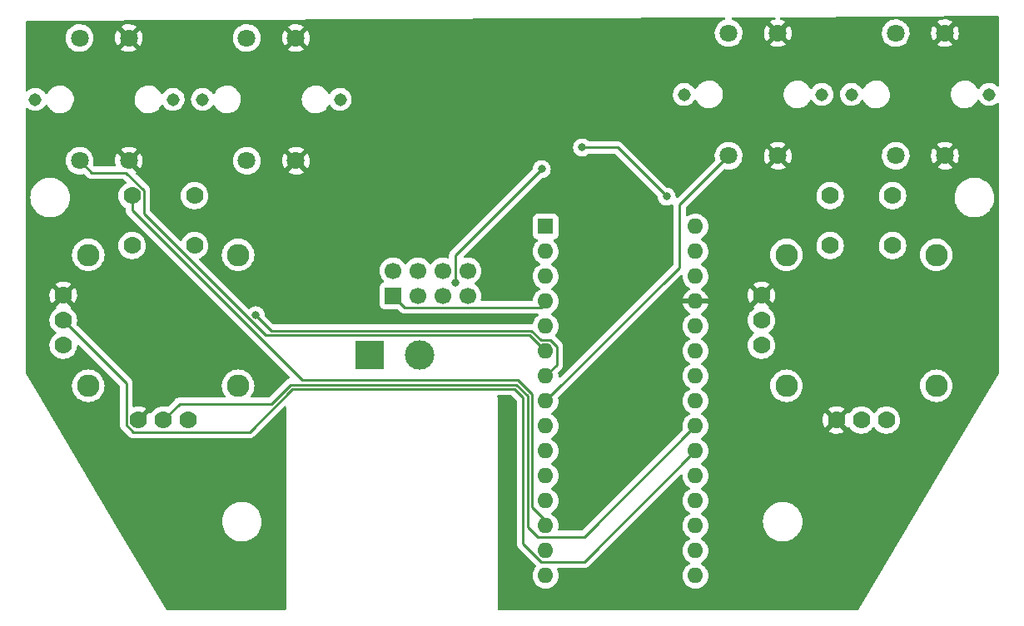
<source format=gbr>
%TF.GenerationSoftware,KiCad,Pcbnew,(6.0.9)*%
%TF.CreationDate,2023-02-05T16:32:41+11:00*%
%TF.ProjectId,RemoteController001,52656d6f-7465-4436-9f6e-74726f6c6c65,rev?*%
%TF.SameCoordinates,Original*%
%TF.FileFunction,Copper,L2,Bot*%
%TF.FilePolarity,Positive*%
%FSLAX46Y46*%
G04 Gerber Fmt 4.6, Leading zero omitted, Abs format (unit mm)*
G04 Created by KiCad (PCBNEW (6.0.9)) date 2023-02-05 16:32:41*
%MOMM*%
%LPD*%
G01*
G04 APERTURE LIST*
%TA.AperFunction,ComponentPad*%
%ADD10C,1.800000*%
%TD*%
%TA.AperFunction,ComponentPad*%
%ADD11C,1.308000*%
%TD*%
%TA.AperFunction,ComponentPad*%
%ADD12R,3.000000X3.000000*%
%TD*%
%TA.AperFunction,ComponentPad*%
%ADD13C,3.000000*%
%TD*%
%TA.AperFunction,ComponentPad*%
%ADD14R,1.700000X1.700000*%
%TD*%
%TA.AperFunction,ComponentPad*%
%ADD15C,1.700000*%
%TD*%
%TA.AperFunction,ComponentPad*%
%ADD16R,1.600000X1.600000*%
%TD*%
%TA.AperFunction,ComponentPad*%
%ADD17O,1.600000X1.600000*%
%TD*%
%TA.AperFunction,ComponentPad*%
%ADD18C,1.778000*%
%TD*%
%TA.AperFunction,ComponentPad*%
%ADD19C,2.286000*%
%TD*%
%TA.AperFunction,ViaPad*%
%ADD20C,0.800000*%
%TD*%
%TA.AperFunction,Conductor*%
%ADD21C,0.250000*%
%TD*%
G04 APERTURE END LIST*
D10*
%TO.P,S3,A*%
%TO.N,/D4*%
X134500000Y-72750000D03*
%TO.P,S3,B*%
%TO.N,+5V*%
X139500000Y-72750000D03*
%TO.P,S3,C*%
%TO.N,/D4*%
X134500000Y-85250000D03*
%TO.P,S3,D*%
%TO.N,+5V*%
X139500000Y-85250000D03*
D11*
%TO.P,S3,E*%
%TO.N,+3V3*%
X130000000Y-79000000D03*
%TO.P,S3,F*%
%TO.N,GND*%
X144000000Y-79000000D03*
%TD*%
D12*
%TO.P,J1,1,Pin_1*%
%TO.N,GND*%
X146960000Y-105000000D03*
D13*
%TO.P,J1,2,Pin_2*%
%TO.N,+6V*%
X152040000Y-105000000D03*
%TD*%
D14*
%TO.P,U4,1,GND*%
%TO.N,GND*%
X149375000Y-99000000D03*
D15*
%TO.P,U4,2,VCC*%
%TO.N,+3V3*%
X149375000Y-96460000D03*
%TO.P,U4,3,CE*%
%TO.N,/D7*%
X151915000Y-99000000D03*
%TO.P,U4,4,~{CSN}*%
%TO.N,/D8*%
X151915000Y-96460000D03*
%TO.P,U4,5,SCK*%
%TO.N,/D13*%
X154455000Y-99000000D03*
%TO.P,U4,6,MOSI*%
%TO.N,/D11*%
X154455000Y-96460000D03*
%TO.P,U4,7,MISO*%
%TO.N,/D12*%
X156995000Y-99000000D03*
%TO.P,U4,8,IRQ*%
%TO.N,unconnected-(U4-Pad8)*%
X156995000Y-96460000D03*
%TD*%
D10*
%TO.P,S2,A*%
%TO.N,/D5*%
X183500000Y-72250000D03*
%TO.P,S2,B*%
%TO.N,+5V*%
X188500000Y-72250000D03*
%TO.P,S2,C*%
%TO.N,/D5*%
X183500000Y-84750000D03*
%TO.P,S2,D*%
%TO.N,+5V*%
X188500000Y-84750000D03*
D11*
%TO.P,S2,E*%
%TO.N,+3V3*%
X179000000Y-78500000D03*
%TO.P,S2,F*%
%TO.N,GND*%
X193000000Y-78500000D03*
%TD*%
D10*
%TO.P,S4,A*%
%TO.N,/D3*%
X117500000Y-72750000D03*
%TO.P,S4,B*%
%TO.N,+5V*%
X122500000Y-72750000D03*
%TO.P,S4,C*%
%TO.N,/D3*%
X117500000Y-85250000D03*
%TO.P,S4,D*%
%TO.N,+5V*%
X122500000Y-85250000D03*
D11*
%TO.P,S4,E*%
%TO.N,+3V3*%
X113000000Y-79000000D03*
%TO.P,S4,F*%
%TO.N,GND*%
X127000000Y-79000000D03*
%TD*%
D16*
%TO.P,A1,1,D1/TX*%
%TO.N,unconnected-(A1-Pad1)*%
X164890000Y-91950000D03*
D17*
%TO.P,A1,2,D0/RX*%
%TO.N,unconnected-(A1-Pad2)*%
X164890000Y-94490000D03*
%TO.P,A1,3,~{RESET}*%
%TO.N,unconnected-(A1-Pad3)*%
X164890000Y-97030000D03*
%TO.P,A1,4,GND*%
%TO.N,GND*%
X164890000Y-99570000D03*
%TO.P,A1,5,D2*%
%TO.N,unconnected-(A1-Pad5)*%
X164890000Y-102110000D03*
%TO.P,A1,6,D3*%
%TO.N,/D3*%
X164890000Y-104650000D03*
%TO.P,A1,7,D4*%
%TO.N,/D4*%
X164890000Y-107190000D03*
%TO.P,A1,8,D5*%
%TO.N,/D5*%
X164890000Y-109730000D03*
%TO.P,A1,9,D6*%
%TO.N,/D6*%
X164890000Y-112270000D03*
%TO.P,A1,10,D7*%
%TO.N,/D7*%
X164890000Y-114810000D03*
%TO.P,A1,11,D8*%
%TO.N,/D8*%
X164890000Y-117350000D03*
%TO.P,A1,12,D9*%
%TO.N,/D9*%
X164890000Y-119890000D03*
%TO.P,A1,13,D10*%
%TO.N,/D10*%
X164890000Y-122430000D03*
%TO.P,A1,14,D11*%
%TO.N,/D11*%
X164890000Y-124970000D03*
%TO.P,A1,15,D12*%
%TO.N,/D12*%
X164890000Y-127510000D03*
%TO.P,A1,16,D13*%
%TO.N,/D13*%
X180130000Y-127510000D03*
%TO.P,A1,17,3V3*%
%TO.N,unconnected-(A1-Pad17)*%
X180130000Y-124970000D03*
%TO.P,A1,18,AREF*%
%TO.N,unconnected-(A1-Pad18)*%
X180130000Y-122430000D03*
%TO.P,A1,19,A0*%
%TO.N,/A0*%
X180130000Y-119890000D03*
%TO.P,A1,20,A1*%
%TO.N,/A1*%
X180130000Y-117350000D03*
%TO.P,A1,21,A2*%
%TO.N,/A2*%
X180130000Y-114810000D03*
%TO.P,A1,22,A3*%
%TO.N,/A3*%
X180130000Y-112270000D03*
%TO.P,A1,23,A4*%
%TO.N,unconnected-(A1-Pad23)*%
X180130000Y-109730000D03*
%TO.P,A1,24,A5*%
%TO.N,unconnected-(A1-Pad24)*%
X180130000Y-107190000D03*
%TO.P,A1,25,A6*%
%TO.N,unconnected-(A1-Pad25)*%
X180130000Y-104650000D03*
%TO.P,A1,26,A7*%
%TO.N,unconnected-(A1-Pad26)*%
X180130000Y-102110000D03*
%TO.P,A1,27,+5V*%
%TO.N,+5V*%
X180130000Y-99570000D03*
%TO.P,A1,28,~{RESET}*%
%TO.N,unconnected-(A1-Pad28)*%
X180130000Y-97030000D03*
%TO.P,A1,29,GND*%
%TO.N,GND*%
X180130000Y-94490000D03*
%TO.P,A1,30,VIN*%
%TO.N,+6V*%
X180130000Y-91950000D03*
%TD*%
D18*
%TO.P,U1,B1A,SEL+*%
%TO.N,/D9*%
X193825000Y-88800000D03*
%TO.P,U1,B1B*%
%TO.N,N/C*%
X200175000Y-88800000D03*
%TO.P,U1,B2A,SEL-*%
%TO.N,GND*%
X193825000Y-93880000D03*
%TO.P,U1,B2B*%
%TO.N,N/C*%
X200175000Y-93880000D03*
%TO.P,U1,H1,H+*%
%TO.N,+5V*%
X194460000Y-111660000D03*
%TO.P,U1,H2,H*%
%TO.N,/A1*%
X197000000Y-111660000D03*
%TO.P,U1,H3,H-*%
%TO.N,GND*%
X199540000Y-111660000D03*
D19*
%TO.P,U1,S1,SHIELD*%
X189380000Y-94832500D03*
%TO.P,U1,S2,SHIELD*%
X189380000Y-108167500D03*
%TO.P,U1,S3,SHIELD*%
X204620000Y-108167500D03*
%TO.P,U1,S4,SHIELD*%
X204620000Y-94832500D03*
D18*
%TO.P,U1,V1,V+*%
%TO.N,+5V*%
X186840000Y-98960000D03*
%TO.P,U1,V2,V*%
%TO.N,/A0*%
X186840000Y-101500000D03*
%TO.P,U1,V3,V-*%
%TO.N,GND*%
X186840000Y-104040000D03*
%TD*%
D10*
%TO.P,S1,A*%
%TO.N,/D6*%
X200500000Y-72250000D03*
%TO.P,S1,B*%
%TO.N,+5V*%
X205500000Y-72250000D03*
%TO.P,S1,C*%
%TO.N,/D6*%
X200500000Y-84750000D03*
%TO.P,S1,D*%
%TO.N,+5V*%
X205500000Y-84750000D03*
D11*
%TO.P,S1,E*%
%TO.N,+3V3*%
X196000000Y-78500000D03*
%TO.P,S1,F*%
%TO.N,GND*%
X210000000Y-78500000D03*
%TD*%
D18*
%TO.P,U2,B1A,SEL+*%
%TO.N,/D10*%
X122825000Y-88800000D03*
%TO.P,U2,B1B*%
%TO.N,N/C*%
X129175000Y-88800000D03*
%TO.P,U2,B2A,SEL-*%
%TO.N,GND*%
X122825000Y-93880000D03*
%TO.P,U2,B2B*%
%TO.N,N/C*%
X129175000Y-93880000D03*
%TO.P,U2,H1,H+*%
%TO.N,+5V*%
X123460000Y-111660000D03*
%TO.P,U2,H2,H*%
%TO.N,/A3*%
X126000000Y-111660000D03*
%TO.P,U2,H3,H-*%
%TO.N,GND*%
X128540000Y-111660000D03*
D19*
%TO.P,U2,S1,SHIELD*%
X118380000Y-94832500D03*
%TO.P,U2,S2,SHIELD*%
X118380000Y-108167500D03*
%TO.P,U2,S3,SHIELD*%
X133620000Y-108167500D03*
%TO.P,U2,S4,SHIELD*%
X133620000Y-94832500D03*
D18*
%TO.P,U2,V1,V+*%
%TO.N,+5V*%
X115840000Y-98960000D03*
%TO.P,U2,V2,V*%
%TO.N,/A2*%
X115840000Y-101500000D03*
%TO.P,U2,V3,V-*%
%TO.N,GND*%
X115840000Y-104040000D03*
%TD*%
D20*
%TO.N,/D4*%
X135414379Y-100985620D03*
%TO.N,+6V*%
X177200000Y-88900000D03*
X168600000Y-83900000D03*
X155700000Y-97700000D03*
X164500000Y-86100000D03*
%TD*%
D21*
%TO.N,GND*%
X164425000Y-100175000D02*
X164900000Y-99700000D01*
X150550000Y-100175000D02*
X164425000Y-100175000D01*
X149375000Y-99000000D02*
X150550000Y-100175000D01*
%TO.N,/D3*%
X122216856Y-86475000D02*
X124039000Y-88297144D01*
X124039000Y-90634839D02*
X136404161Y-103000000D01*
X124039000Y-88297144D02*
X124039000Y-90634839D01*
X136404161Y-103000000D02*
X163240000Y-103000000D01*
X163240000Y-103000000D02*
X164890000Y-104650000D01*
X117500000Y-85250000D02*
X118725000Y-86475000D01*
X118725000Y-86475000D02*
X122216856Y-86475000D01*
%TO.N,/D4*%
X166015000Y-104184009D02*
X166015000Y-106065000D01*
X163449009Y-102550000D02*
X164424009Y-103525000D01*
X136978759Y-102550000D02*
X163449009Y-102550000D01*
X166015000Y-106065000D02*
X164890000Y-107190000D01*
X135414379Y-100985620D02*
X136978759Y-102550000D01*
X164424009Y-103525000D02*
X165355991Y-103525000D01*
X165355991Y-103525000D02*
X166015000Y-104184009D01*
%TO.N,/D5*%
X178500000Y-89750000D02*
X178500000Y-96120000D01*
X178500000Y-96120000D02*
X164890000Y-109730000D01*
X183500000Y-84750000D02*
X178500000Y-89750000D01*
%TO.N,/D10*%
X162100000Y-107600000D02*
X163500000Y-109000000D01*
X122825000Y-90325000D02*
X140100000Y-107600000D01*
X163500000Y-109000000D02*
X163500000Y-120500000D01*
X163500000Y-120500000D02*
X164890000Y-121890000D01*
X122825000Y-88800000D02*
X122825000Y-90325000D01*
X140100000Y-107600000D02*
X162100000Y-107600000D01*
X164890000Y-121890000D02*
X164890000Y-122430000D01*
%TO.N,/A2*%
X122957144Y-112874000D02*
X134762396Y-112874000D01*
X161727208Y-108500000D02*
X162600000Y-109372792D01*
X134762396Y-112874000D02*
X139136396Y-108500000D01*
X168845000Y-126095000D02*
X180130000Y-114810000D01*
X162600000Y-109372792D02*
X162600000Y-124270991D01*
X122246000Y-107906000D02*
X122246000Y-112162856D01*
X164424009Y-126095000D02*
X168845000Y-126095000D01*
X122246000Y-112162856D02*
X122957144Y-112874000D01*
X115840000Y-101500000D02*
X122246000Y-107906000D01*
X162600000Y-124270991D02*
X164424009Y-126095000D01*
X139136396Y-108500000D02*
X161727208Y-108500000D01*
%TO.N,/A3*%
X127660000Y-110000000D02*
X137000000Y-110000000D01*
X138950000Y-108050000D02*
X161913604Y-108050000D01*
X163050000Y-109186396D02*
X163050000Y-122550000D01*
X163050000Y-122550000D02*
X164055000Y-123555000D01*
X164055000Y-123555000D02*
X168845000Y-123555000D01*
X168845000Y-123555000D02*
X180130000Y-112270000D01*
X161913604Y-108050000D02*
X163050000Y-109186396D01*
X137000000Y-110000000D02*
X138950000Y-108050000D01*
X126000000Y-111660000D02*
X127660000Y-110000000D01*
%TO.N,+6V*%
X155700000Y-94900000D02*
X164500000Y-86100000D01*
X177200000Y-88900000D02*
X172200000Y-83900000D01*
X155700000Y-97700000D02*
X155700000Y-94900000D01*
X172200000Y-83900000D02*
X168600000Y-83900000D01*
%TD*%
%TA.AperFunction,Conductor*%
%TO.N,+5V*%
G36*
X210933090Y-70531343D02*
G01*
X210979850Y-70584765D01*
X210991500Y-70637680D01*
X210991500Y-77545268D01*
X210971498Y-77613389D01*
X210917842Y-77659882D01*
X210847568Y-77669986D01*
X210779972Y-77637793D01*
X210714963Y-77577700D01*
X210714957Y-77577695D01*
X210710717Y-77573776D01*
X210530025Y-77459768D01*
X210331582Y-77380597D01*
X210325925Y-77379472D01*
X210325919Y-77379470D01*
X210127703Y-77340043D01*
X210127699Y-77340043D01*
X210122035Y-77338916D01*
X210116260Y-77338840D01*
X210116256Y-77338840D01*
X210008997Y-77337436D01*
X209908401Y-77336119D01*
X209902704Y-77337098D01*
X209902703Y-77337098D01*
X209703531Y-77371322D01*
X209697834Y-77372301D01*
X209497387Y-77446250D01*
X209492426Y-77449202D01*
X209492425Y-77449202D01*
X209318740Y-77552533D01*
X209318737Y-77552535D01*
X209313772Y-77555489D01*
X209309432Y-77559295D01*
X209309428Y-77559298D01*
X209183214Y-77669986D01*
X209153140Y-77696360D01*
X209020869Y-77864145D01*
X209018180Y-77869256D01*
X209018178Y-77869259D01*
X209001572Y-77900822D01*
X208952152Y-77951795D01*
X208883020Y-77967957D01*
X208816124Y-77944178D01*
X208772872Y-77888436D01*
X208766171Y-77871467D01*
X208642168Y-77667117D01*
X208595545Y-77613389D01*
X208489007Y-77490614D01*
X208489005Y-77490612D01*
X208485507Y-77486581D01*
X208481381Y-77483198D01*
X208481377Y-77483194D01*
X208354875Y-77379470D01*
X208300667Y-77335022D01*
X208296031Y-77332383D01*
X208296028Y-77332381D01*
X208097577Y-77219416D01*
X208092934Y-77216773D01*
X207868247Y-77135216D01*
X207862998Y-77134267D01*
X207862995Y-77134266D01*
X207637115Y-77093420D01*
X207637107Y-77093419D01*
X207633031Y-77092682D01*
X207614641Y-77091815D01*
X207609456Y-77091570D01*
X207609449Y-77091570D01*
X207607968Y-77091500D01*
X207439988Y-77091500D01*
X207261825Y-77106617D01*
X207256661Y-77107957D01*
X207256657Y-77107958D01*
X207035625Y-77165327D01*
X207035620Y-77165329D01*
X207030460Y-77166668D01*
X207025594Y-77168860D01*
X206817381Y-77262653D01*
X206817378Y-77262654D01*
X206812520Y-77264843D01*
X206614238Y-77398334D01*
X206610381Y-77402013D01*
X206610379Y-77402015D01*
X206564009Y-77446250D01*
X206441282Y-77563326D01*
X206438099Y-77567603D01*
X206438099Y-77567604D01*
X206418891Y-77593420D01*
X206298598Y-77755100D01*
X206296182Y-77759851D01*
X206296180Y-77759855D01*
X206201413Y-77946250D01*
X206190267Y-77968172D01*
X206158433Y-78070694D01*
X206120968Y-78191349D01*
X206120967Y-78191355D01*
X206119384Y-78196452D01*
X206110980Y-78259859D01*
X206092418Y-78399908D01*
X206087977Y-78433411D01*
X206096945Y-78672274D01*
X206146030Y-78906211D01*
X206233829Y-79128533D01*
X206357832Y-79332883D01*
X206361329Y-79336913D01*
X206485400Y-79479892D01*
X206514493Y-79513419D01*
X206518619Y-79516802D01*
X206518623Y-79516806D01*
X206593859Y-79578495D01*
X206699333Y-79664978D01*
X206703969Y-79667617D01*
X206703972Y-79667619D01*
X206817386Y-79732178D01*
X206907066Y-79783227D01*
X207131753Y-79864784D01*
X207137002Y-79865733D01*
X207137005Y-79865734D01*
X207362885Y-79906580D01*
X207362893Y-79906581D01*
X207366969Y-79907318D01*
X207385359Y-79908185D01*
X207390544Y-79908430D01*
X207390551Y-79908430D01*
X207392032Y-79908500D01*
X207560012Y-79908500D01*
X207738175Y-79893383D01*
X207743339Y-79892043D01*
X207743343Y-79892042D01*
X207964375Y-79834673D01*
X207964380Y-79834671D01*
X207969540Y-79833332D01*
X208086636Y-79780584D01*
X208182619Y-79737347D01*
X208182622Y-79737346D01*
X208187480Y-79735157D01*
X208385762Y-79601666D01*
X208403103Y-79585124D01*
X208535880Y-79458460D01*
X208558718Y-79436674D01*
X208701402Y-79244900D01*
X208730212Y-79188236D01*
X208774697Y-79100739D01*
X208823400Y-79049081D01*
X208892300Y-79031955D01*
X208959522Y-79054797D01*
X208989911Y-79085124D01*
X209047735Y-79166943D01*
X209112241Y-79258218D01*
X209116383Y-79262253D01*
X209176786Y-79321095D01*
X209265281Y-79407302D01*
X209270084Y-79410512D01*
X209270085Y-79410512D01*
X209347369Y-79462151D01*
X209442927Y-79526001D01*
X209448230Y-79528279D01*
X209448233Y-79528281D01*
X209610474Y-79597985D01*
X209639229Y-79610339D01*
X209719634Y-79628533D01*
X209841977Y-79656217D01*
X209841980Y-79656217D01*
X209847613Y-79657492D01*
X209853384Y-79657719D01*
X209853386Y-79657719D01*
X209918363Y-79660272D01*
X210061101Y-79665880D01*
X210166822Y-79650551D01*
X210266829Y-79636051D01*
X210266834Y-79636050D01*
X210272543Y-79635222D01*
X210278007Y-79633367D01*
X210278012Y-79633366D01*
X210469389Y-79568402D01*
X210474857Y-79566546D01*
X210661268Y-79462151D01*
X210784933Y-79359300D01*
X210850095Y-79331120D01*
X210920150Y-79342643D01*
X210972854Y-79390212D01*
X210991500Y-79456175D01*
X210991500Y-106826309D01*
X210973933Y-106890483D01*
X205280625Y-116510211D01*
X196784638Y-130865500D01*
X196746657Y-130929674D01*
X196694748Y-130978110D01*
X196638224Y-130991500D01*
X160134500Y-130991500D01*
X160066379Y-130971498D01*
X160019886Y-130917842D01*
X160008500Y-130865500D01*
X160008500Y-109508623D01*
X160008502Y-109507853D01*
X160008921Y-109439254D01*
X160008976Y-109430279D01*
X160000850Y-109401847D01*
X159997272Y-109385085D01*
X159995015Y-109369326D01*
X159993080Y-109355813D01*
X159982451Y-109332436D01*
X159976004Y-109314912D01*
X159970063Y-109294125D01*
X159970575Y-109223130D01*
X160009389Y-109163683D01*
X160074181Y-109134656D01*
X160091212Y-109133500D01*
X161412614Y-109133500D01*
X161480735Y-109153502D01*
X161501709Y-109170405D01*
X161929595Y-109598291D01*
X161963621Y-109660603D01*
X161966500Y-109687386D01*
X161966500Y-124192224D01*
X161965973Y-124203407D01*
X161964298Y-124210900D01*
X161964547Y-124218826D01*
X161964547Y-124218827D01*
X161966438Y-124278977D01*
X161966500Y-124282936D01*
X161966500Y-124310847D01*
X161966997Y-124314781D01*
X161966997Y-124314782D01*
X161967005Y-124314847D01*
X161967938Y-124326684D01*
X161969327Y-124370880D01*
X161974978Y-124390330D01*
X161978987Y-124409691D01*
X161981526Y-124429788D01*
X161984445Y-124437159D01*
X161984445Y-124437161D01*
X161997804Y-124470903D01*
X162001649Y-124482133D01*
X162013982Y-124524584D01*
X162018015Y-124531403D01*
X162018017Y-124531408D01*
X162024293Y-124542019D01*
X162032988Y-124559767D01*
X162040448Y-124578608D01*
X162045110Y-124585024D01*
X162045110Y-124585025D01*
X162066436Y-124614378D01*
X162072952Y-124624298D01*
X162095458Y-124662353D01*
X162109779Y-124676674D01*
X162122619Y-124691707D01*
X162134528Y-124708098D01*
X162140634Y-124713149D01*
X162168605Y-124736289D01*
X162177384Y-124744279D01*
X163902208Y-126469103D01*
X163936234Y-126531415D01*
X163931169Y-126602230D01*
X163902208Y-126647293D01*
X163887697Y-126661804D01*
X163887692Y-126661810D01*
X163883802Y-126665700D01*
X163752477Y-126853251D01*
X163750154Y-126858233D01*
X163750151Y-126858238D01*
X163658039Y-127055775D01*
X163655716Y-127060757D01*
X163596457Y-127281913D01*
X163576502Y-127510000D01*
X163596457Y-127738087D01*
X163655716Y-127959243D01*
X163658039Y-127964224D01*
X163658039Y-127964225D01*
X163750151Y-128161762D01*
X163750154Y-128161767D01*
X163752477Y-128166749D01*
X163883802Y-128354300D01*
X164045700Y-128516198D01*
X164050208Y-128519355D01*
X164050211Y-128519357D01*
X164128389Y-128574098D01*
X164233251Y-128647523D01*
X164238233Y-128649846D01*
X164238238Y-128649849D01*
X164435775Y-128741961D01*
X164440757Y-128744284D01*
X164446065Y-128745706D01*
X164446067Y-128745707D01*
X164656598Y-128802119D01*
X164656600Y-128802119D01*
X164661913Y-128803543D01*
X164890000Y-128823498D01*
X165118087Y-128803543D01*
X165123400Y-128802119D01*
X165123402Y-128802119D01*
X165333933Y-128745707D01*
X165333935Y-128745706D01*
X165339243Y-128744284D01*
X165344225Y-128741961D01*
X165541762Y-128649849D01*
X165541767Y-128649846D01*
X165546749Y-128647523D01*
X165651611Y-128574098D01*
X165729789Y-128519357D01*
X165729792Y-128519355D01*
X165734300Y-128516198D01*
X165896198Y-128354300D01*
X166027523Y-128166749D01*
X166029846Y-128161767D01*
X166029849Y-128161762D01*
X166121961Y-127964225D01*
X166121961Y-127964224D01*
X166124284Y-127959243D01*
X166183543Y-127738087D01*
X166203498Y-127510000D01*
X166183543Y-127281913D01*
X166124284Y-127060757D01*
X166052936Y-126907750D01*
X166042275Y-126837558D01*
X166071255Y-126772745D01*
X166130675Y-126733889D01*
X166167131Y-126728500D01*
X168766233Y-126728500D01*
X168777416Y-126729027D01*
X168784909Y-126730702D01*
X168792835Y-126730453D01*
X168792836Y-126730453D01*
X168852986Y-126728562D01*
X168856945Y-126728500D01*
X168884856Y-126728500D01*
X168888791Y-126728003D01*
X168888856Y-126727995D01*
X168900693Y-126727062D01*
X168932951Y-126726048D01*
X168936970Y-126725922D01*
X168944889Y-126725673D01*
X168964343Y-126720021D01*
X168983700Y-126716013D01*
X168995930Y-126714468D01*
X168995931Y-126714468D01*
X169003797Y-126713474D01*
X169011168Y-126710555D01*
X169011170Y-126710555D01*
X169044912Y-126697196D01*
X169056142Y-126693351D01*
X169090983Y-126683229D01*
X169090984Y-126683229D01*
X169098593Y-126681018D01*
X169105412Y-126676985D01*
X169105417Y-126676983D01*
X169116028Y-126670707D01*
X169133776Y-126662012D01*
X169152617Y-126654552D01*
X169188387Y-126628564D01*
X169198307Y-126622048D01*
X169229535Y-126603580D01*
X169229538Y-126603578D01*
X169236362Y-126599542D01*
X169250683Y-126585221D01*
X169265717Y-126572380D01*
X169275694Y-126565131D01*
X169282107Y-126560472D01*
X169310298Y-126526395D01*
X169318288Y-126517616D01*
X178603411Y-117232494D01*
X178665723Y-117198468D01*
X178736538Y-117203533D01*
X178793374Y-117246080D01*
X178818185Y-117312600D01*
X178818026Y-117332572D01*
X178816981Y-117344515D01*
X178816981Y-117344525D01*
X178816502Y-117350000D01*
X178836457Y-117578087D01*
X178895716Y-117799243D01*
X178898039Y-117804224D01*
X178898039Y-117804225D01*
X178990151Y-118001762D01*
X178990154Y-118001767D01*
X178992477Y-118006749D01*
X179123802Y-118194300D01*
X179285700Y-118356198D01*
X179290208Y-118359355D01*
X179290211Y-118359357D01*
X179368389Y-118414098D01*
X179473251Y-118487523D01*
X179478233Y-118489846D01*
X179478238Y-118489849D01*
X179512457Y-118505805D01*
X179565742Y-118552722D01*
X179585203Y-118620999D01*
X179564661Y-118688959D01*
X179512457Y-118734195D01*
X179478238Y-118750151D01*
X179478233Y-118750154D01*
X179473251Y-118752477D01*
X179373499Y-118822324D01*
X179290211Y-118880643D01*
X179290208Y-118880645D01*
X179285700Y-118883802D01*
X179123802Y-119045700D01*
X178992477Y-119233251D01*
X178990154Y-119238233D01*
X178990151Y-119238238D01*
X178898039Y-119435775D01*
X178895716Y-119440757D01*
X178836457Y-119661913D01*
X178816502Y-119890000D01*
X178836457Y-120118087D01*
X178837881Y-120123400D01*
X178837881Y-120123402D01*
X178863268Y-120218145D01*
X178895716Y-120339243D01*
X178898039Y-120344224D01*
X178898039Y-120344225D01*
X178990151Y-120541762D01*
X178990154Y-120541767D01*
X178992477Y-120546749D01*
X178995634Y-120551257D01*
X179111508Y-120716742D01*
X179123802Y-120734300D01*
X179285700Y-120896198D01*
X179290208Y-120899355D01*
X179290211Y-120899357D01*
X179342053Y-120935657D01*
X179473251Y-121027523D01*
X179478233Y-121029846D01*
X179478238Y-121029849D01*
X179512457Y-121045805D01*
X179565742Y-121092722D01*
X179585203Y-121160999D01*
X179564661Y-121228959D01*
X179512457Y-121274195D01*
X179478238Y-121290151D01*
X179478233Y-121290154D01*
X179473251Y-121292477D01*
X179368389Y-121365902D01*
X179290211Y-121420643D01*
X179290208Y-121420645D01*
X179285700Y-121423802D01*
X179123802Y-121585700D01*
X178992477Y-121773251D01*
X178990154Y-121778233D01*
X178990151Y-121778238D01*
X178976545Y-121807417D01*
X178895716Y-121980757D01*
X178894294Y-121986065D01*
X178894293Y-121986067D01*
X178837881Y-122196598D01*
X178836457Y-122201913D01*
X178816502Y-122430000D01*
X178836457Y-122658087D01*
X178837880Y-122663399D01*
X178837881Y-122663402D01*
X178868076Y-122776088D01*
X178895716Y-122879243D01*
X178898039Y-122884224D01*
X178898039Y-122884225D01*
X178990151Y-123081762D01*
X178990154Y-123081767D01*
X178992477Y-123086749D01*
X179123802Y-123274300D01*
X179285700Y-123436198D01*
X179290208Y-123439355D01*
X179290211Y-123439357D01*
X179305221Y-123449867D01*
X179473251Y-123567523D01*
X179478233Y-123569846D01*
X179478238Y-123569849D01*
X179512457Y-123585805D01*
X179565742Y-123632722D01*
X179585203Y-123700999D01*
X179564661Y-123768959D01*
X179512457Y-123814195D01*
X179478238Y-123830151D01*
X179478233Y-123830154D01*
X179473251Y-123832477D01*
X179395484Y-123886930D01*
X179290211Y-123960643D01*
X179290208Y-123960645D01*
X179285700Y-123963802D01*
X179123802Y-124125700D01*
X179120645Y-124130208D01*
X179120643Y-124130211D01*
X179103279Y-124155010D01*
X178992477Y-124313251D01*
X178990154Y-124318233D01*
X178990151Y-124318238D01*
X178898039Y-124515775D01*
X178895716Y-124520757D01*
X178894294Y-124526065D01*
X178894293Y-124526067D01*
X178867972Y-124624298D01*
X178836457Y-124741913D01*
X178816502Y-124970000D01*
X178836457Y-125198087D01*
X178837880Y-125203399D01*
X178837881Y-125203402D01*
X178864539Y-125302888D01*
X178895716Y-125419243D01*
X178898039Y-125424224D01*
X178898039Y-125424225D01*
X178990151Y-125621762D01*
X178990154Y-125621767D01*
X178992477Y-125626749D01*
X179123802Y-125814300D01*
X179285700Y-125976198D01*
X179290208Y-125979355D01*
X179290211Y-125979357D01*
X179368389Y-126034098D01*
X179473251Y-126107523D01*
X179478233Y-126109846D01*
X179478238Y-126109849D01*
X179512457Y-126125805D01*
X179565742Y-126172722D01*
X179585203Y-126240999D01*
X179564661Y-126308959D01*
X179512457Y-126354195D01*
X179478238Y-126370151D01*
X179478233Y-126370154D01*
X179473251Y-126372477D01*
X179368389Y-126445902D01*
X179290211Y-126500643D01*
X179290208Y-126500645D01*
X179285700Y-126503802D01*
X179123802Y-126665700D01*
X179120647Y-126670206D01*
X179120643Y-126670211D01*
X179103279Y-126695010D01*
X178992477Y-126853251D01*
X178990154Y-126858233D01*
X178990151Y-126858238D01*
X178898039Y-127055775D01*
X178895716Y-127060757D01*
X178836457Y-127281913D01*
X178816502Y-127510000D01*
X178836457Y-127738087D01*
X178895716Y-127959243D01*
X178898039Y-127964224D01*
X178898039Y-127964225D01*
X178990151Y-128161762D01*
X178990154Y-128161767D01*
X178992477Y-128166749D01*
X179123802Y-128354300D01*
X179285700Y-128516198D01*
X179290208Y-128519355D01*
X179290211Y-128519357D01*
X179368389Y-128574098D01*
X179473251Y-128647523D01*
X179478233Y-128649846D01*
X179478238Y-128649849D01*
X179675775Y-128741961D01*
X179680757Y-128744284D01*
X179686065Y-128745706D01*
X179686067Y-128745707D01*
X179896598Y-128802119D01*
X179896600Y-128802119D01*
X179901913Y-128803543D01*
X180130000Y-128823498D01*
X180358087Y-128803543D01*
X180363400Y-128802119D01*
X180363402Y-128802119D01*
X180573933Y-128745707D01*
X180573935Y-128745706D01*
X180579243Y-128744284D01*
X180584225Y-128741961D01*
X180781762Y-128649849D01*
X180781767Y-128649846D01*
X180786749Y-128647523D01*
X180891611Y-128574098D01*
X180969789Y-128519357D01*
X180969792Y-128519355D01*
X180974300Y-128516198D01*
X181136198Y-128354300D01*
X181267523Y-128166749D01*
X181269846Y-128161767D01*
X181269849Y-128161762D01*
X181361961Y-127964225D01*
X181361961Y-127964224D01*
X181364284Y-127959243D01*
X181423543Y-127738087D01*
X181443498Y-127510000D01*
X181423543Y-127281913D01*
X181364284Y-127060757D01*
X181361961Y-127055775D01*
X181269849Y-126858238D01*
X181269846Y-126858233D01*
X181267523Y-126853251D01*
X181156721Y-126695010D01*
X181139357Y-126670211D01*
X181139353Y-126670206D01*
X181136198Y-126665700D01*
X180974300Y-126503802D01*
X180969792Y-126500645D01*
X180969789Y-126500643D01*
X180891611Y-126445902D01*
X180786749Y-126372477D01*
X180781767Y-126370154D01*
X180781762Y-126370151D01*
X180747543Y-126354195D01*
X180694258Y-126307278D01*
X180674797Y-126239001D01*
X180695339Y-126171041D01*
X180747543Y-126125805D01*
X180781762Y-126109849D01*
X180781767Y-126109846D01*
X180786749Y-126107523D01*
X180891611Y-126034098D01*
X180969789Y-125979357D01*
X180969792Y-125979355D01*
X180974300Y-125976198D01*
X181136198Y-125814300D01*
X181267523Y-125626749D01*
X181269846Y-125621767D01*
X181269849Y-125621762D01*
X181361961Y-125424225D01*
X181361961Y-125424224D01*
X181364284Y-125419243D01*
X181395462Y-125302888D01*
X181422119Y-125203402D01*
X181422120Y-125203399D01*
X181423543Y-125198087D01*
X181443498Y-124970000D01*
X181423543Y-124741913D01*
X181392028Y-124624298D01*
X181365707Y-124526067D01*
X181365706Y-124526065D01*
X181364284Y-124520757D01*
X181361961Y-124515775D01*
X181269849Y-124318238D01*
X181269846Y-124318233D01*
X181267523Y-124313251D01*
X181156721Y-124155010D01*
X181139357Y-124130211D01*
X181139355Y-124130208D01*
X181136198Y-124125700D01*
X180974300Y-123963802D01*
X180969792Y-123960645D01*
X180969789Y-123960643D01*
X180864516Y-123886930D01*
X180786749Y-123832477D01*
X180781767Y-123830154D01*
X180781762Y-123830151D01*
X180747543Y-123814195D01*
X180694258Y-123767278D01*
X180674797Y-123699001D01*
X180695339Y-123631041D01*
X180747543Y-123585805D01*
X180781762Y-123569849D01*
X180781767Y-123569846D01*
X180786749Y-123567523D01*
X180954779Y-123449867D01*
X180969789Y-123439357D01*
X180969792Y-123439355D01*
X180974300Y-123436198D01*
X181136198Y-123274300D01*
X181267523Y-123086749D01*
X181269846Y-123081767D01*
X181269849Y-123081762D01*
X181361961Y-122884225D01*
X181361961Y-122884224D01*
X181364284Y-122879243D01*
X181391925Y-122776088D01*
X181422119Y-122663402D01*
X181422120Y-122663399D01*
X181423543Y-122658087D01*
X181443498Y-122430000D01*
X181423543Y-122201913D01*
X181422119Y-122196598D01*
X181365707Y-121986067D01*
X181365706Y-121986065D01*
X181364284Y-121980757D01*
X181363426Y-121978918D01*
X186986917Y-121978918D01*
X186987334Y-121986156D01*
X187002682Y-122252320D01*
X187055405Y-122521053D01*
X187056792Y-122525103D01*
X187056793Y-122525108D01*
X187138204Y-122762888D01*
X187144112Y-122780144D01*
X187173238Y-122838054D01*
X187242837Y-122976437D01*
X187267160Y-123024799D01*
X187269586Y-123028328D01*
X187269589Y-123028334D01*
X187419843Y-123246953D01*
X187422274Y-123250490D01*
X187606582Y-123453043D01*
X187816675Y-123628707D01*
X187820316Y-123630991D01*
X188045024Y-123771951D01*
X188045028Y-123771953D01*
X188048664Y-123774234D01*
X188147765Y-123818980D01*
X188294345Y-123885164D01*
X188294349Y-123885166D01*
X188298257Y-123886930D01*
X188302377Y-123888150D01*
X188302376Y-123888150D01*
X188556723Y-123963491D01*
X188556727Y-123963492D01*
X188560836Y-123964709D01*
X188565070Y-123965357D01*
X188565075Y-123965358D01*
X188827298Y-124005483D01*
X188827300Y-124005483D01*
X188831540Y-124006132D01*
X188970912Y-124008322D01*
X189101071Y-124010367D01*
X189101077Y-124010367D01*
X189105362Y-124010434D01*
X189377235Y-123977534D01*
X189642127Y-123908041D01*
X189646087Y-123906401D01*
X189646092Y-123906399D01*
X189768632Y-123855641D01*
X189895136Y-123803241D01*
X190131582Y-123665073D01*
X190347089Y-123496094D01*
X190388809Y-123453043D01*
X190534686Y-123302509D01*
X190537669Y-123299431D01*
X190540202Y-123295983D01*
X190540206Y-123295978D01*
X190697257Y-123082178D01*
X190699795Y-123078723D01*
X190727154Y-123028334D01*
X190828418Y-122841830D01*
X190828419Y-122841828D01*
X190830468Y-122838054D01*
X190896463Y-122663402D01*
X190925751Y-122585895D01*
X190925752Y-122585891D01*
X190927269Y-122581877D01*
X190968173Y-122403279D01*
X190987449Y-122319117D01*
X190987450Y-122319113D01*
X190988407Y-122314933D01*
X190996910Y-122219665D01*
X191012531Y-122044627D01*
X191012531Y-122044625D01*
X191012751Y-122042161D01*
X191013193Y-122000000D01*
X191011465Y-121974648D01*
X190994859Y-121731055D01*
X190994858Y-121731049D01*
X190994567Y-121726778D01*
X190939032Y-121458612D01*
X190847617Y-121200465D01*
X190722013Y-120957112D01*
X190712040Y-120942921D01*
X190567008Y-120736562D01*
X190564545Y-120733057D01*
X190378125Y-120532445D01*
X190374810Y-120529731D01*
X190374806Y-120529728D01*
X190169523Y-120361706D01*
X190166205Y-120358990D01*
X189932704Y-120215901D01*
X189928768Y-120214173D01*
X189685873Y-120107549D01*
X189685869Y-120107548D01*
X189681945Y-120105825D01*
X189418566Y-120030800D01*
X189414324Y-120030196D01*
X189414318Y-120030195D01*
X189213834Y-120001662D01*
X189147443Y-119992213D01*
X189003589Y-119991460D01*
X188877877Y-119990802D01*
X188877871Y-119990802D01*
X188873591Y-119990780D01*
X188869347Y-119991339D01*
X188869343Y-119991339D01*
X188750302Y-120007011D01*
X188602078Y-120026525D01*
X188597938Y-120027658D01*
X188597936Y-120027658D01*
X188525008Y-120047609D01*
X188337928Y-120098788D01*
X188333980Y-120100472D01*
X188089982Y-120204546D01*
X188089978Y-120204548D01*
X188086030Y-120206232D01*
X188066125Y-120218145D01*
X187854725Y-120344664D01*
X187854721Y-120344667D01*
X187851043Y-120346868D01*
X187637318Y-120518094D01*
X187448808Y-120716742D01*
X187289002Y-120939136D01*
X187160857Y-121181161D01*
X187159385Y-121185184D01*
X187159383Y-121185188D01*
X187118965Y-121295634D01*
X187066743Y-121438337D01*
X187008404Y-121705907D01*
X186986917Y-121978918D01*
X181363426Y-121978918D01*
X181283455Y-121807417D01*
X181269849Y-121778238D01*
X181269846Y-121778233D01*
X181267523Y-121773251D01*
X181136198Y-121585700D01*
X180974300Y-121423802D01*
X180969792Y-121420645D01*
X180969789Y-121420643D01*
X180891611Y-121365902D01*
X180786749Y-121292477D01*
X180781767Y-121290154D01*
X180781762Y-121290151D01*
X180747543Y-121274195D01*
X180694258Y-121227278D01*
X180674797Y-121159001D01*
X180695339Y-121091041D01*
X180747543Y-121045805D01*
X180781762Y-121029849D01*
X180781767Y-121029846D01*
X180786749Y-121027523D01*
X180917947Y-120935657D01*
X180969789Y-120899357D01*
X180969792Y-120899355D01*
X180974300Y-120896198D01*
X181136198Y-120734300D01*
X181148493Y-120716742D01*
X181264366Y-120551257D01*
X181267523Y-120546749D01*
X181269846Y-120541767D01*
X181269849Y-120541762D01*
X181361961Y-120344225D01*
X181361961Y-120344224D01*
X181364284Y-120339243D01*
X181396733Y-120218145D01*
X181422119Y-120123402D01*
X181422119Y-120123400D01*
X181423543Y-120118087D01*
X181443498Y-119890000D01*
X181423543Y-119661913D01*
X181364284Y-119440757D01*
X181361961Y-119435775D01*
X181269849Y-119238238D01*
X181269846Y-119238233D01*
X181267523Y-119233251D01*
X181136198Y-119045700D01*
X180974300Y-118883802D01*
X180969792Y-118880645D01*
X180969789Y-118880643D01*
X180886501Y-118822324D01*
X180786749Y-118752477D01*
X180781767Y-118750154D01*
X180781762Y-118750151D01*
X180747543Y-118734195D01*
X180694258Y-118687278D01*
X180674797Y-118619001D01*
X180695339Y-118551041D01*
X180747543Y-118505805D01*
X180781762Y-118489849D01*
X180781767Y-118489846D01*
X180786749Y-118487523D01*
X180891611Y-118414098D01*
X180969789Y-118359357D01*
X180969792Y-118359355D01*
X180974300Y-118356198D01*
X181136198Y-118194300D01*
X181267523Y-118006749D01*
X181269846Y-118001767D01*
X181269849Y-118001762D01*
X181361961Y-117804225D01*
X181361961Y-117804224D01*
X181364284Y-117799243D01*
X181423543Y-117578087D01*
X181443498Y-117350000D01*
X181423543Y-117121913D01*
X181364284Y-116900757D01*
X181361961Y-116895775D01*
X181269849Y-116698238D01*
X181269846Y-116698233D01*
X181267523Y-116693251D01*
X181136198Y-116505700D01*
X180974300Y-116343802D01*
X180969792Y-116340645D01*
X180969789Y-116340643D01*
X180886501Y-116282324D01*
X180786749Y-116212477D01*
X180781767Y-116210154D01*
X180781762Y-116210151D01*
X180747543Y-116194195D01*
X180694258Y-116147278D01*
X180674797Y-116079001D01*
X180695339Y-116011041D01*
X180747543Y-115965805D01*
X180781762Y-115949849D01*
X180781767Y-115949846D01*
X180786749Y-115947523D01*
X180891611Y-115874098D01*
X180969789Y-115819357D01*
X180969792Y-115819355D01*
X180974300Y-115816198D01*
X181136198Y-115654300D01*
X181267523Y-115466749D01*
X181269846Y-115461767D01*
X181269849Y-115461762D01*
X181361961Y-115264225D01*
X181361961Y-115264224D01*
X181364284Y-115259243D01*
X181387523Y-115172517D01*
X181422119Y-115043402D01*
X181422119Y-115043400D01*
X181423543Y-115038087D01*
X181443498Y-114810000D01*
X181423543Y-114581913D01*
X181364284Y-114360757D01*
X181361961Y-114355775D01*
X181269849Y-114158238D01*
X181269846Y-114158233D01*
X181267523Y-114153251D01*
X181136198Y-113965700D01*
X180974300Y-113803802D01*
X180969792Y-113800645D01*
X180969789Y-113800643D01*
X180886501Y-113742324D01*
X180786749Y-113672477D01*
X180781767Y-113670154D01*
X180781762Y-113670151D01*
X180747543Y-113654195D01*
X180694258Y-113607278D01*
X180674797Y-113539001D01*
X180695339Y-113471041D01*
X180747543Y-113425805D01*
X180781762Y-113409849D01*
X180781767Y-113409846D01*
X180786749Y-113407523D01*
X180900808Y-113327658D01*
X180969789Y-113279357D01*
X180969792Y-113279355D01*
X180974300Y-113276198D01*
X181136198Y-113114300D01*
X181267523Y-112926749D01*
X181269846Y-112921767D01*
X181269849Y-112921762D01*
X181320395Y-112813365D01*
X193671464Y-112813365D01*
X193676745Y-112820420D01*
X193849846Y-112921571D01*
X193859132Y-112926021D01*
X194064083Y-113004283D01*
X194073981Y-113007159D01*
X194288962Y-113050897D01*
X194299190Y-113052116D01*
X194518425Y-113060156D01*
X194528711Y-113059689D01*
X194746320Y-113031813D01*
X194756398Y-113029671D01*
X194966527Y-112966629D01*
X194976125Y-112962868D01*
X195173138Y-112866352D01*
X195181983Y-112861079D01*
X195237209Y-112821686D01*
X195245609Y-112810987D01*
X195238622Y-112797833D01*
X194472811Y-112032021D01*
X194458868Y-112024408D01*
X194457034Y-112024539D01*
X194450420Y-112028790D01*
X193678221Y-112800990D01*
X193671464Y-112813365D01*
X181320395Y-112813365D01*
X181361961Y-112724225D01*
X181361961Y-112724224D01*
X181364284Y-112719243D01*
X181386551Y-112636144D01*
X181422119Y-112503402D01*
X181422119Y-112503400D01*
X181423543Y-112498087D01*
X181443498Y-112270000D01*
X181423543Y-112041913D01*
X181422119Y-112036598D01*
X181365707Y-111826067D01*
X181365706Y-111826065D01*
X181364284Y-111820757D01*
X181319702Y-111725150D01*
X181275757Y-111630907D01*
X193058927Y-111630907D01*
X193071557Y-111849932D01*
X193072990Y-111860134D01*
X193121219Y-112074143D01*
X193124302Y-112083983D01*
X193206837Y-112287240D01*
X193211490Y-112296451D01*
X193298098Y-112437780D01*
X193308555Y-112447241D01*
X193317331Y-112443458D01*
X194087979Y-111672811D01*
X194094356Y-111661132D01*
X194824408Y-111661132D01*
X194824539Y-111662966D01*
X194828790Y-111669580D01*
X195598425Y-112439214D01*
X195610431Y-112445770D01*
X195622169Y-112436803D01*
X195627403Y-112429518D01*
X195683397Y-112385870D01*
X195754101Y-112379423D01*
X195817066Y-112412225D01*
X195837160Y-112437208D01*
X195868408Y-112488200D01*
X196018869Y-112661898D01*
X196195679Y-112808689D01*
X196394090Y-112924631D01*
X196398910Y-112926471D01*
X196398915Y-112926474D01*
X196504073Y-112966629D01*
X196608774Y-113006610D01*
X196613842Y-113007641D01*
X196613845Y-113007642D01*
X196724534Y-113030162D01*
X196833963Y-113052426D01*
X196839136Y-113052616D01*
X196839139Y-113052616D01*
X197058448Y-113060657D01*
X197058452Y-113060657D01*
X197063612Y-113060846D01*
X197068732Y-113060190D01*
X197068734Y-113060190D01*
X197286425Y-113032304D01*
X197286428Y-113032303D01*
X197291552Y-113031647D01*
X197298139Y-113029671D01*
X197506710Y-112967096D01*
X197511663Y-112965610D01*
X197718033Y-112864511D01*
X197722845Y-112861079D01*
X197900916Y-112734062D01*
X197905119Y-112731064D01*
X197916982Y-112719243D01*
X198004010Y-112632517D01*
X198067898Y-112568852D01*
X198070914Y-112564655D01*
X198070921Y-112564647D01*
X198167689Y-112429980D01*
X198223683Y-112386332D01*
X198294387Y-112379886D01*
X198357351Y-112412689D01*
X198377444Y-112437672D01*
X198405707Y-112483794D01*
X198405711Y-112483799D01*
X198408408Y-112488200D01*
X198558869Y-112661898D01*
X198735679Y-112808689D01*
X198934090Y-112924631D01*
X198938910Y-112926471D01*
X198938915Y-112926474D01*
X199044073Y-112966629D01*
X199148774Y-113006610D01*
X199153842Y-113007641D01*
X199153845Y-113007642D01*
X199264534Y-113030162D01*
X199373963Y-113052426D01*
X199379136Y-113052616D01*
X199379139Y-113052616D01*
X199598448Y-113060657D01*
X199598452Y-113060657D01*
X199603612Y-113060846D01*
X199608732Y-113060190D01*
X199608734Y-113060190D01*
X199826425Y-113032304D01*
X199826428Y-113032303D01*
X199831552Y-113031647D01*
X199838139Y-113029671D01*
X200046710Y-112967096D01*
X200051663Y-112965610D01*
X200258033Y-112864511D01*
X200262845Y-112861079D01*
X200440916Y-112734062D01*
X200445119Y-112731064D01*
X200456982Y-112719243D01*
X200544010Y-112632517D01*
X200607898Y-112568852D01*
X200613152Y-112561541D01*
X200738979Y-112386433D01*
X200741997Y-112382233D01*
X200768294Y-112329026D01*
X200809450Y-112245751D01*
X200843816Y-112176217D01*
X200874829Y-112074143D01*
X200909117Y-111961291D01*
X200909118Y-111961285D01*
X200910621Y-111956339D01*
X200940616Y-111728502D01*
X200940698Y-111725150D01*
X200942208Y-111663365D01*
X200942208Y-111663361D01*
X200942290Y-111660000D01*
X200934965Y-111570905D01*
X200923884Y-111436121D01*
X200923883Y-111436115D01*
X200923460Y-111430970D01*
X200867477Y-111208090D01*
X200775843Y-110997347D01*
X200740533Y-110942766D01*
X200653830Y-110808743D01*
X200653828Y-110808740D01*
X200651020Y-110804400D01*
X200591836Y-110739357D01*
X200499837Y-110638252D01*
X200499835Y-110638251D01*
X200496359Y-110634430D01*
X200492308Y-110631231D01*
X200492304Y-110631227D01*
X200334721Y-110506776D01*
X200316015Y-110492003D01*
X200114831Y-110380943D01*
X199965616Y-110328103D01*
X199903084Y-110305959D01*
X199903080Y-110305958D01*
X199898209Y-110304233D01*
X199893116Y-110303326D01*
X199893113Y-110303325D01*
X199677056Y-110264839D01*
X199677050Y-110264838D01*
X199671967Y-110263933D01*
X199598784Y-110263039D01*
X199447351Y-110261189D01*
X199447349Y-110261189D01*
X199442181Y-110261126D01*
X199290610Y-110284319D01*
X199220131Y-110295104D01*
X199220128Y-110295105D01*
X199215022Y-110295886D01*
X199123036Y-110325952D01*
X199001504Y-110365675D01*
X199001502Y-110365676D01*
X198996591Y-110367281D01*
X198792753Y-110473392D01*
X198788620Y-110476495D01*
X198788617Y-110476497D01*
X198653165Y-110578197D01*
X198608983Y-110611370D01*
X198605411Y-110615108D01*
X198467064Y-110759880D01*
X198450216Y-110777510D01*
X198374063Y-110889147D01*
X198319154Y-110934147D01*
X198248630Y-110942318D01*
X198184882Y-110911064D01*
X198164185Y-110886580D01*
X198113830Y-110808743D01*
X198113828Y-110808740D01*
X198111020Y-110804400D01*
X198051836Y-110739357D01*
X197959837Y-110638252D01*
X197959835Y-110638251D01*
X197956359Y-110634430D01*
X197952308Y-110631231D01*
X197952304Y-110631227D01*
X197794721Y-110506776D01*
X197776015Y-110492003D01*
X197574831Y-110380943D01*
X197425616Y-110328103D01*
X197363084Y-110305959D01*
X197363080Y-110305958D01*
X197358209Y-110304233D01*
X197353116Y-110303326D01*
X197353113Y-110303325D01*
X197137056Y-110264839D01*
X197137050Y-110264838D01*
X197131967Y-110263933D01*
X197058784Y-110263039D01*
X196907351Y-110261189D01*
X196907349Y-110261189D01*
X196902181Y-110261126D01*
X196750610Y-110284319D01*
X196680131Y-110295104D01*
X196680128Y-110295105D01*
X196675022Y-110295886D01*
X196583036Y-110325952D01*
X196461504Y-110365675D01*
X196461502Y-110365676D01*
X196456591Y-110367281D01*
X196252753Y-110473392D01*
X196248620Y-110476495D01*
X196248617Y-110476497D01*
X196113165Y-110578197D01*
X196068983Y-110611370D01*
X196065411Y-110615108D01*
X195927064Y-110759880D01*
X195910216Y-110777510D01*
X195834065Y-110889144D01*
X195833759Y-110889592D01*
X195778848Y-110934595D01*
X195708323Y-110942766D01*
X195644576Y-110911512D01*
X195623879Y-110887029D01*
X195621268Y-110882993D01*
X195610582Y-110873791D01*
X195601017Y-110878194D01*
X194832021Y-111647189D01*
X194824408Y-111661132D01*
X194094356Y-111661132D01*
X194095592Y-111658868D01*
X194095461Y-111657034D01*
X194091210Y-111650420D01*
X193321778Y-110880989D01*
X193310246Y-110874692D01*
X193297964Y-110884315D01*
X193244064Y-110963329D01*
X193238976Y-110972285D01*
X193146611Y-111171270D01*
X193143048Y-111180957D01*
X193084424Y-111392347D01*
X193082493Y-111402468D01*
X193059178Y-111620619D01*
X193058927Y-111630907D01*
X181275757Y-111630907D01*
X181269849Y-111618238D01*
X181269846Y-111618233D01*
X181267523Y-111613251D01*
X181136198Y-111425700D01*
X180974300Y-111263802D01*
X180969792Y-111260645D01*
X180969789Y-111260643D01*
X180842151Y-111171270D01*
X180786749Y-111132477D01*
X180781767Y-111130154D01*
X180781762Y-111130151D01*
X180747543Y-111114195D01*
X180694258Y-111067278D01*
X180674797Y-110999001D01*
X180695339Y-110931041D01*
X180747543Y-110885805D01*
X180781762Y-110869849D01*
X180781767Y-110869846D01*
X180786749Y-110867523D01*
X180909198Y-110781783D01*
X180969789Y-110739357D01*
X180969792Y-110739355D01*
X180974300Y-110736198D01*
X181136198Y-110574300D01*
X181182223Y-110508570D01*
X193673365Y-110508570D01*
X193680108Y-110520897D01*
X194447189Y-111287979D01*
X194461132Y-111295592D01*
X194462966Y-111295461D01*
X194469580Y-111291210D01*
X195241162Y-110519627D01*
X195248179Y-110506776D01*
X195240405Y-110496107D01*
X195239796Y-110495625D01*
X195231210Y-110489921D01*
X195039151Y-110383900D01*
X195029752Y-110379675D01*
X194822950Y-110306443D01*
X194812993Y-110303813D01*
X194597008Y-110265339D01*
X194586757Y-110264370D01*
X194367386Y-110261690D01*
X194357102Y-110262410D01*
X194140251Y-110295592D01*
X194130224Y-110297981D01*
X193921704Y-110366135D01*
X193912195Y-110370132D01*
X193717603Y-110471431D01*
X193708890Y-110476918D01*
X193681819Y-110497244D01*
X193673365Y-110508570D01*
X181182223Y-110508570D01*
X181190950Y-110496107D01*
X181208228Y-110471431D01*
X181267523Y-110386749D01*
X181269846Y-110381767D01*
X181269849Y-110381762D01*
X181361961Y-110184225D01*
X181361961Y-110184224D01*
X181364284Y-110179243D01*
X181423543Y-109958087D01*
X181443498Y-109730000D01*
X181423543Y-109501913D01*
X181422117Y-109496591D01*
X181365707Y-109286067D01*
X181365706Y-109286065D01*
X181364284Y-109280757D01*
X181337566Y-109223459D01*
X181269849Y-109078238D01*
X181269846Y-109078233D01*
X181267523Y-109073251D01*
X181136198Y-108885700D01*
X180974300Y-108723802D01*
X180969792Y-108720645D01*
X180969789Y-108720643D01*
X180853325Y-108639094D01*
X180786749Y-108592477D01*
X180781767Y-108590154D01*
X180781762Y-108590151D01*
X180747543Y-108574195D01*
X180694258Y-108527278D01*
X180674797Y-108459001D01*
X180695339Y-108391041D01*
X180747543Y-108345805D01*
X180781762Y-108329849D01*
X180781767Y-108329846D01*
X180786749Y-108327523D01*
X180939458Y-108220595D01*
X180969789Y-108199357D01*
X180969792Y-108199355D01*
X180974300Y-108196198D01*
X181002998Y-108167500D01*
X187723393Y-108167500D01*
X187743789Y-108426650D01*
X187744943Y-108431457D01*
X187744944Y-108431463D01*
X187782358Y-108587303D01*
X187804473Y-108679420D01*
X187806366Y-108683991D01*
X187806367Y-108683993D01*
X187888303Y-108881803D01*
X187903952Y-108919584D01*
X188039777Y-109141229D01*
X188042994Y-109144996D01*
X188042995Y-109144997D01*
X188087131Y-109196674D01*
X188208602Y-109338898D01*
X188218067Y-109346982D01*
X188391911Y-109495458D01*
X188406271Y-109507723D01*
X188627916Y-109643548D01*
X188632486Y-109645441D01*
X188632488Y-109645442D01*
X188863507Y-109741133D01*
X188868080Y-109743027D01*
X188954543Y-109763785D01*
X189116037Y-109802556D01*
X189116043Y-109802557D01*
X189120850Y-109803711D01*
X189380000Y-109824107D01*
X189639150Y-109803711D01*
X189643957Y-109802557D01*
X189643963Y-109802556D01*
X189805457Y-109763785D01*
X189891920Y-109743027D01*
X189896493Y-109741133D01*
X190127512Y-109645442D01*
X190127514Y-109645441D01*
X190132084Y-109643548D01*
X190353729Y-109507723D01*
X190368090Y-109495458D01*
X190541933Y-109346982D01*
X190551398Y-109338898D01*
X190672869Y-109196674D01*
X190717005Y-109144997D01*
X190717006Y-109144996D01*
X190720223Y-109141229D01*
X190856048Y-108919584D01*
X190871698Y-108881803D01*
X190953633Y-108683993D01*
X190953634Y-108683991D01*
X190955527Y-108679420D01*
X190977642Y-108587303D01*
X191015056Y-108431463D01*
X191015057Y-108431457D01*
X191016211Y-108426650D01*
X191036607Y-108167500D01*
X202963393Y-108167500D01*
X202983789Y-108426650D01*
X202984943Y-108431457D01*
X202984944Y-108431463D01*
X203022358Y-108587303D01*
X203044473Y-108679420D01*
X203046366Y-108683991D01*
X203046367Y-108683993D01*
X203128303Y-108881803D01*
X203143952Y-108919584D01*
X203279777Y-109141229D01*
X203282994Y-109144996D01*
X203282995Y-109144997D01*
X203327131Y-109196674D01*
X203448602Y-109338898D01*
X203458067Y-109346982D01*
X203631911Y-109495458D01*
X203646271Y-109507723D01*
X203867916Y-109643548D01*
X203872486Y-109645441D01*
X203872488Y-109645442D01*
X204103507Y-109741133D01*
X204108080Y-109743027D01*
X204194543Y-109763785D01*
X204356037Y-109802556D01*
X204356043Y-109802557D01*
X204360850Y-109803711D01*
X204620000Y-109824107D01*
X204879150Y-109803711D01*
X204883957Y-109802557D01*
X204883963Y-109802556D01*
X205045457Y-109763785D01*
X205131920Y-109743027D01*
X205136493Y-109741133D01*
X205367512Y-109645442D01*
X205367514Y-109645441D01*
X205372084Y-109643548D01*
X205593729Y-109507723D01*
X205608090Y-109495458D01*
X205781933Y-109346982D01*
X205791398Y-109338898D01*
X205912869Y-109196674D01*
X205957005Y-109144997D01*
X205957006Y-109144996D01*
X205960223Y-109141229D01*
X206096048Y-108919584D01*
X206111698Y-108881803D01*
X206193633Y-108683993D01*
X206193634Y-108683991D01*
X206195527Y-108679420D01*
X206217642Y-108587303D01*
X206255056Y-108431463D01*
X206255057Y-108431457D01*
X206256211Y-108426650D01*
X206276607Y-108167500D01*
X206256211Y-107908350D01*
X206253257Y-107896042D01*
X206196682Y-107660392D01*
X206195527Y-107655580D01*
X206179635Y-107617213D01*
X206097942Y-107419988D01*
X206097941Y-107419986D01*
X206096048Y-107415416D01*
X205960223Y-107193771D01*
X205898448Y-107121441D01*
X205794611Y-106999864D01*
X205791398Y-106996102D01*
X205593729Y-106827277D01*
X205372084Y-106691452D01*
X205367514Y-106689559D01*
X205367512Y-106689558D01*
X205136493Y-106593867D01*
X205136491Y-106593866D01*
X205131920Y-106591973D01*
X205001524Y-106560668D01*
X204883963Y-106532444D01*
X204883957Y-106532443D01*
X204879150Y-106531289D01*
X204620000Y-106510893D01*
X204360850Y-106531289D01*
X204356043Y-106532443D01*
X204356037Y-106532444D01*
X204238476Y-106560668D01*
X204108080Y-106591973D01*
X204103509Y-106593866D01*
X204103507Y-106593867D01*
X203872488Y-106689558D01*
X203872486Y-106689559D01*
X203867916Y-106691452D01*
X203646271Y-106827277D01*
X203448602Y-106996102D01*
X203445389Y-106999864D01*
X203341553Y-107121441D01*
X203279777Y-107193771D01*
X203143952Y-107415416D01*
X203142059Y-107419986D01*
X203142058Y-107419988D01*
X203060365Y-107617213D01*
X203044473Y-107655580D01*
X203043318Y-107660392D01*
X202986744Y-107896042D01*
X202983789Y-107908350D01*
X202963393Y-108167500D01*
X191036607Y-108167500D01*
X191016211Y-107908350D01*
X191013257Y-107896042D01*
X190956682Y-107660392D01*
X190955527Y-107655580D01*
X190939635Y-107617213D01*
X190857942Y-107419988D01*
X190857941Y-107419986D01*
X190856048Y-107415416D01*
X190720223Y-107193771D01*
X190658448Y-107121441D01*
X190554611Y-106999864D01*
X190551398Y-106996102D01*
X190353729Y-106827277D01*
X190132084Y-106691452D01*
X190127514Y-106689559D01*
X190127512Y-106689558D01*
X189896493Y-106593867D01*
X189896491Y-106593866D01*
X189891920Y-106591973D01*
X189761524Y-106560668D01*
X189643963Y-106532444D01*
X189643957Y-106532443D01*
X189639150Y-106531289D01*
X189380000Y-106510893D01*
X189120850Y-106531289D01*
X189116043Y-106532443D01*
X189116037Y-106532444D01*
X188998476Y-106560668D01*
X188868080Y-106591973D01*
X188863509Y-106593866D01*
X188863507Y-106593867D01*
X188632488Y-106689558D01*
X188632486Y-106689559D01*
X188627916Y-106691452D01*
X188406271Y-106827277D01*
X188208602Y-106996102D01*
X188205389Y-106999864D01*
X188101553Y-107121441D01*
X188039777Y-107193771D01*
X187903952Y-107415416D01*
X187902059Y-107419986D01*
X187902058Y-107419988D01*
X187820365Y-107617213D01*
X187804473Y-107655580D01*
X187803318Y-107660392D01*
X187746744Y-107896042D01*
X187743789Y-107908350D01*
X187723393Y-108167500D01*
X181002998Y-108167500D01*
X181136198Y-108034300D01*
X181170882Y-107984767D01*
X181194098Y-107951611D01*
X181267523Y-107846749D01*
X181269846Y-107841767D01*
X181269849Y-107841762D01*
X181361961Y-107644225D01*
X181361961Y-107644224D01*
X181364284Y-107639243D01*
X181367716Y-107626437D01*
X181422119Y-107423402D01*
X181422119Y-107423400D01*
X181423543Y-107418087D01*
X181443498Y-107190000D01*
X181423543Y-106961913D01*
X181422117Y-106956591D01*
X181365707Y-106746067D01*
X181365706Y-106746065D01*
X181364284Y-106740757D01*
X181312035Y-106628707D01*
X181269849Y-106538238D01*
X181269846Y-106538233D01*
X181267523Y-106533251D01*
X181136198Y-106345700D01*
X180974300Y-106183802D01*
X180969792Y-106180645D01*
X180969789Y-106180643D01*
X180822007Y-106077165D01*
X180786749Y-106052477D01*
X180781767Y-106050154D01*
X180781762Y-106050151D01*
X180747543Y-106034195D01*
X180694258Y-105987278D01*
X180674797Y-105919001D01*
X180695339Y-105851041D01*
X180747543Y-105805805D01*
X180781762Y-105789849D01*
X180781767Y-105789846D01*
X180786749Y-105787523D01*
X180891611Y-105714098D01*
X180969789Y-105659357D01*
X180969792Y-105659355D01*
X180974300Y-105656198D01*
X181136198Y-105494300D01*
X181267523Y-105306749D01*
X181269846Y-105301767D01*
X181269849Y-105301762D01*
X181361961Y-105104225D01*
X181361961Y-105104224D01*
X181364284Y-105099243D01*
X181378919Y-105044627D01*
X181422119Y-104883402D01*
X181422119Y-104883400D01*
X181423543Y-104878087D01*
X181443498Y-104650000D01*
X181423543Y-104421913D01*
X181422117Y-104416591D01*
X181365707Y-104206067D01*
X181365706Y-104206065D01*
X181364284Y-104200757D01*
X181339734Y-104148108D01*
X181273347Y-104005739D01*
X185438129Y-104005739D01*
X185438426Y-104010892D01*
X185438426Y-104010895D01*
X185438827Y-104017842D01*
X185451357Y-104235161D01*
X185452492Y-104240198D01*
X185452493Y-104240204D01*
X185494678Y-104427393D01*
X185501878Y-104459342D01*
X185588336Y-104672261D01*
X185708408Y-104868200D01*
X185858869Y-105041898D01*
X186035679Y-105188689D01*
X186234090Y-105304631D01*
X186238910Y-105306471D01*
X186238915Y-105306474D01*
X186345296Y-105347096D01*
X186448774Y-105386610D01*
X186453842Y-105387641D01*
X186453845Y-105387642D01*
X186564534Y-105410162D01*
X186673963Y-105432426D01*
X186679136Y-105432616D01*
X186679139Y-105432616D01*
X186898448Y-105440657D01*
X186898452Y-105440657D01*
X186903612Y-105440846D01*
X186908732Y-105440190D01*
X186908734Y-105440190D01*
X187126425Y-105412304D01*
X187126428Y-105412303D01*
X187131552Y-105411647D01*
X187351663Y-105345610D01*
X187558033Y-105244511D01*
X187745119Y-105111064D01*
X187756982Y-105099243D01*
X187827585Y-105028885D01*
X187907898Y-104948852D01*
X187954929Y-104883402D01*
X188038979Y-104766433D01*
X188041997Y-104762233D01*
X188143816Y-104556217D01*
X188159739Y-104503808D01*
X188209117Y-104341291D01*
X188209118Y-104341285D01*
X188210621Y-104336339D01*
X188235923Y-104144153D01*
X188240179Y-104111823D01*
X188240179Y-104111819D01*
X188240616Y-104108502D01*
X188242290Y-104040000D01*
X188233906Y-103938021D01*
X188223884Y-103816121D01*
X188223883Y-103816115D01*
X188223460Y-103810970D01*
X188167477Y-103588090D01*
X188075843Y-103377347D01*
X188073037Y-103373009D01*
X187953830Y-103188743D01*
X187953828Y-103188740D01*
X187951020Y-103184400D01*
X187891836Y-103119357D01*
X187799837Y-103018252D01*
X187799835Y-103018251D01*
X187796359Y-103014430D01*
X187792308Y-103011231D01*
X187792304Y-103011227D01*
X187620069Y-102875204D01*
X187620064Y-102875201D01*
X187616015Y-102872003D01*
X187615590Y-102871768D01*
X187570796Y-102818452D01*
X187561766Y-102748032D01*
X187592240Y-102683908D01*
X187613026Y-102665285D01*
X187740916Y-102574062D01*
X187745119Y-102571064D01*
X187756982Y-102559243D01*
X187904237Y-102412500D01*
X187907898Y-102408852D01*
X187954929Y-102343402D01*
X188038979Y-102226433D01*
X188041997Y-102222233D01*
X188143816Y-102016217D01*
X188171753Y-101924266D01*
X188209117Y-101801291D01*
X188209119Y-101801283D01*
X188210621Y-101796339D01*
X188240616Y-101568502D01*
X188242290Y-101500000D01*
X188236058Y-101424194D01*
X188223884Y-101276121D01*
X188223883Y-101276115D01*
X188223460Y-101270970D01*
X188167477Y-101048090D01*
X188075843Y-100837347D01*
X188059752Y-100812474D01*
X187953830Y-100648743D01*
X187953828Y-100648740D01*
X187951020Y-100644400D01*
X187937903Y-100629984D01*
X187799837Y-100478252D01*
X187799835Y-100478251D01*
X187796359Y-100474430D01*
X187792308Y-100471231D01*
X187792304Y-100471227D01*
X187620072Y-100335207D01*
X187616015Y-100332003D01*
X187615224Y-100331567D01*
X187570351Y-100278161D01*
X187561316Y-100207742D01*
X187591788Y-100143617D01*
X187612579Y-100124988D01*
X187617210Y-100121685D01*
X187625609Y-100110987D01*
X187618622Y-100097833D01*
X186852811Y-99332021D01*
X186838868Y-99324408D01*
X186837034Y-99324539D01*
X186830420Y-99328790D01*
X186058221Y-100100990D01*
X186051464Y-100113365D01*
X186056745Y-100120420D01*
X186057784Y-100121027D01*
X186106508Y-100172665D01*
X186119579Y-100242448D01*
X186092848Y-100308220D01*
X186069867Y-100330575D01*
X185919108Y-100443768D01*
X185908983Y-100451370D01*
X185750216Y-100617510D01*
X185747302Y-100621782D01*
X185747301Y-100621783D01*
X185725625Y-100653559D01*
X185620716Y-100807350D01*
X185574459Y-100907002D01*
X185542602Y-100975634D01*
X185523961Y-101015792D01*
X185462548Y-101237237D01*
X185438129Y-101465739D01*
X185451357Y-101695161D01*
X185452492Y-101700198D01*
X185452493Y-101700204D01*
X185500342Y-101912526D01*
X185501878Y-101919342D01*
X185588336Y-102132261D01*
X185708408Y-102328200D01*
X185858869Y-102501898D01*
X186035679Y-102648689D01*
X186040143Y-102651297D01*
X186040145Y-102651299D01*
X186057352Y-102661354D01*
X186106075Y-102712994D01*
X186119145Y-102782777D01*
X186092412Y-102848548D01*
X186069433Y-102870901D01*
X185958356Y-102954300D01*
X185908983Y-102991370D01*
X185750216Y-103157510D01*
X185620716Y-103347350D01*
X185588982Y-103415716D01*
X185542602Y-103515634D01*
X185523961Y-103555792D01*
X185462548Y-103777237D01*
X185438129Y-104005739D01*
X181273347Y-104005739D01*
X181269849Y-103998238D01*
X181269846Y-103998233D01*
X181267523Y-103993251D01*
X181181204Y-103869975D01*
X181139357Y-103810211D01*
X181139355Y-103810208D01*
X181136198Y-103805700D01*
X180974300Y-103643802D01*
X180969792Y-103640645D01*
X180969789Y-103640643D01*
X180841904Y-103551097D01*
X180786749Y-103512477D01*
X180781767Y-103510154D01*
X180781762Y-103510151D01*
X180747543Y-103494195D01*
X180694258Y-103447278D01*
X180674797Y-103379001D01*
X180695339Y-103311041D01*
X180747543Y-103265805D01*
X180781762Y-103249849D01*
X180781767Y-103249846D01*
X180786749Y-103247523D01*
X180915301Y-103157510D01*
X180969789Y-103119357D01*
X180969792Y-103119355D01*
X180974300Y-103116198D01*
X181136198Y-102954300D01*
X181267523Y-102766749D01*
X181269846Y-102761767D01*
X181269849Y-102761762D01*
X181361961Y-102564225D01*
X181361961Y-102564224D01*
X181364284Y-102559243D01*
X181404582Y-102408852D01*
X181422119Y-102343402D01*
X181422119Y-102343400D01*
X181423543Y-102338087D01*
X181443498Y-102110000D01*
X181423543Y-101881913D01*
X181422119Y-101876598D01*
X181365707Y-101666067D01*
X181365706Y-101666064D01*
X181364284Y-101660757D01*
X181319702Y-101565150D01*
X181269849Y-101458238D01*
X181269846Y-101458233D01*
X181267523Y-101453251D01*
X181136198Y-101265700D01*
X180974300Y-101103802D01*
X180969792Y-101100645D01*
X180969789Y-101100643D01*
X180805519Y-100985620D01*
X180786749Y-100972477D01*
X180781767Y-100970154D01*
X180781762Y-100970151D01*
X180746951Y-100953919D01*
X180693666Y-100907002D01*
X180674205Y-100838725D01*
X180694747Y-100770765D01*
X180746951Y-100725529D01*
X180781511Y-100709414D01*
X180791007Y-100703931D01*
X180969467Y-100578972D01*
X180977875Y-100571916D01*
X181131916Y-100417875D01*
X181138972Y-100409467D01*
X181263931Y-100231007D01*
X181269414Y-100221511D01*
X181361490Y-100024053D01*
X181365236Y-100013761D01*
X181411394Y-99841497D01*
X181411058Y-99827401D01*
X181403116Y-99824000D01*
X178862033Y-99824000D01*
X178848502Y-99827973D01*
X178847273Y-99836522D01*
X178894764Y-100013761D01*
X178898510Y-100024053D01*
X178990586Y-100221511D01*
X178996069Y-100231007D01*
X179121028Y-100409467D01*
X179128084Y-100417875D01*
X179282125Y-100571916D01*
X179290533Y-100578972D01*
X179468993Y-100703931D01*
X179478489Y-100709414D01*
X179513049Y-100725529D01*
X179566334Y-100772446D01*
X179585795Y-100840723D01*
X179565253Y-100908683D01*
X179513049Y-100953919D01*
X179478238Y-100970151D01*
X179478233Y-100970154D01*
X179473251Y-100972477D01*
X179454481Y-100985620D01*
X179290211Y-101100643D01*
X179290208Y-101100645D01*
X179285700Y-101103802D01*
X179123802Y-101265700D01*
X178992477Y-101453251D01*
X178990154Y-101458233D01*
X178990151Y-101458238D01*
X178940298Y-101565150D01*
X178895716Y-101660757D01*
X178894294Y-101666064D01*
X178894293Y-101666067D01*
X178837881Y-101876598D01*
X178836457Y-101881913D01*
X178816502Y-102110000D01*
X178836457Y-102338087D01*
X178837881Y-102343400D01*
X178837881Y-102343402D01*
X178855419Y-102408852D01*
X178895716Y-102559243D01*
X178898039Y-102564224D01*
X178898039Y-102564225D01*
X178990151Y-102761762D01*
X178990154Y-102761767D01*
X178992477Y-102766749D01*
X179123802Y-102954300D01*
X179285700Y-103116198D01*
X179290208Y-103119355D01*
X179290211Y-103119357D01*
X179344699Y-103157510D01*
X179473251Y-103247523D01*
X179478233Y-103249846D01*
X179478238Y-103249849D01*
X179512457Y-103265805D01*
X179565742Y-103312722D01*
X179585203Y-103380999D01*
X179564661Y-103448959D01*
X179512457Y-103494195D01*
X179478238Y-103510151D01*
X179478233Y-103510154D01*
X179473251Y-103512477D01*
X179418096Y-103551097D01*
X179290211Y-103640643D01*
X179290208Y-103640645D01*
X179285700Y-103643802D01*
X179123802Y-103805700D01*
X179120645Y-103810208D01*
X179120643Y-103810211D01*
X179078796Y-103869975D01*
X178992477Y-103993251D01*
X178990154Y-103998233D01*
X178990151Y-103998238D01*
X178920266Y-104148108D01*
X178895716Y-104200757D01*
X178894294Y-104206065D01*
X178894293Y-104206067D01*
X178837883Y-104416591D01*
X178836457Y-104421913D01*
X178816502Y-104650000D01*
X178836457Y-104878087D01*
X178837881Y-104883400D01*
X178837881Y-104883402D01*
X178881082Y-105044627D01*
X178895716Y-105099243D01*
X178898039Y-105104224D01*
X178898039Y-105104225D01*
X178990151Y-105301762D01*
X178990154Y-105301767D01*
X178992477Y-105306749D01*
X179123802Y-105494300D01*
X179285700Y-105656198D01*
X179290208Y-105659355D01*
X179290211Y-105659357D01*
X179368389Y-105714098D01*
X179473251Y-105787523D01*
X179478233Y-105789846D01*
X179478238Y-105789849D01*
X179512457Y-105805805D01*
X179565742Y-105852722D01*
X179585203Y-105920999D01*
X179564661Y-105988959D01*
X179512457Y-106034195D01*
X179478238Y-106050151D01*
X179478233Y-106050154D01*
X179473251Y-106052477D01*
X179437993Y-106077165D01*
X179290211Y-106180643D01*
X179290208Y-106180645D01*
X179285700Y-106183802D01*
X179123802Y-106345700D01*
X178992477Y-106533251D01*
X178990154Y-106538233D01*
X178990151Y-106538238D01*
X178947965Y-106628707D01*
X178895716Y-106740757D01*
X178894294Y-106746065D01*
X178894293Y-106746067D01*
X178837883Y-106956591D01*
X178836457Y-106961913D01*
X178816502Y-107190000D01*
X178836457Y-107418087D01*
X178837881Y-107423400D01*
X178837881Y-107423402D01*
X178892285Y-107626437D01*
X178895716Y-107639243D01*
X178898039Y-107644224D01*
X178898039Y-107644225D01*
X178990151Y-107841762D01*
X178990154Y-107841767D01*
X178992477Y-107846749D01*
X179065902Y-107951611D01*
X179089119Y-107984767D01*
X179123802Y-108034300D01*
X179285700Y-108196198D01*
X179290208Y-108199355D01*
X179290211Y-108199357D01*
X179320542Y-108220595D01*
X179473251Y-108327523D01*
X179478233Y-108329846D01*
X179478238Y-108329849D01*
X179512457Y-108345805D01*
X179565742Y-108392722D01*
X179585203Y-108460999D01*
X179564661Y-108528959D01*
X179512457Y-108574195D01*
X179478238Y-108590151D01*
X179478233Y-108590154D01*
X179473251Y-108592477D01*
X179406675Y-108639094D01*
X179290211Y-108720643D01*
X179290208Y-108720645D01*
X179285700Y-108723802D01*
X179123802Y-108885700D01*
X178992477Y-109073251D01*
X178990154Y-109078233D01*
X178990151Y-109078238D01*
X178922434Y-109223459D01*
X178895716Y-109280757D01*
X178894294Y-109286065D01*
X178894293Y-109286067D01*
X178837883Y-109496591D01*
X178836457Y-109501913D01*
X178816502Y-109730000D01*
X178836457Y-109958087D01*
X178895716Y-110179243D01*
X178898039Y-110184224D01*
X178898039Y-110184225D01*
X178990151Y-110381762D01*
X178990154Y-110381767D01*
X178992477Y-110386749D01*
X179051772Y-110471431D01*
X179069051Y-110496107D01*
X179123802Y-110574300D01*
X179285700Y-110736198D01*
X179290208Y-110739355D01*
X179290211Y-110739357D01*
X179350802Y-110781783D01*
X179473251Y-110867523D01*
X179478233Y-110869846D01*
X179478238Y-110869849D01*
X179512457Y-110885805D01*
X179565742Y-110932722D01*
X179585203Y-111000999D01*
X179564661Y-111068959D01*
X179512457Y-111114195D01*
X179478238Y-111130151D01*
X179478233Y-111130154D01*
X179473251Y-111132477D01*
X179417849Y-111171270D01*
X179290211Y-111260643D01*
X179290208Y-111260645D01*
X179285700Y-111263802D01*
X179123802Y-111425700D01*
X178992477Y-111613251D01*
X178990154Y-111618233D01*
X178990151Y-111618238D01*
X178940298Y-111725150D01*
X178895716Y-111820757D01*
X178894294Y-111826065D01*
X178894293Y-111826067D01*
X178837881Y-112036598D01*
X178836457Y-112041913D01*
X178816502Y-112270000D01*
X178836457Y-112498087D01*
X178837880Y-112503398D01*
X178837882Y-112503409D01*
X178853459Y-112561541D01*
X178851770Y-112632517D01*
X178820848Y-112683248D01*
X168619500Y-122884595D01*
X168557188Y-122918621D01*
X168530405Y-122921500D01*
X166277168Y-122921500D01*
X166209047Y-122901498D01*
X166162554Y-122847842D01*
X166152450Y-122777568D01*
X166155461Y-122762888D01*
X166183543Y-122658087D01*
X166203498Y-122430000D01*
X166183543Y-122201913D01*
X166182119Y-122196598D01*
X166125707Y-121986067D01*
X166125706Y-121986065D01*
X166124284Y-121980757D01*
X166043455Y-121807417D01*
X166029849Y-121778238D01*
X166029846Y-121778233D01*
X166027523Y-121773251D01*
X165896198Y-121585700D01*
X165734300Y-121423802D01*
X165729792Y-121420645D01*
X165729789Y-121420643D01*
X165651611Y-121365902D01*
X165546749Y-121292477D01*
X165541767Y-121290154D01*
X165541762Y-121290151D01*
X165507543Y-121274195D01*
X165454258Y-121227278D01*
X165434797Y-121159001D01*
X165455339Y-121091041D01*
X165507543Y-121045805D01*
X165541762Y-121029849D01*
X165541767Y-121029846D01*
X165546749Y-121027523D01*
X165677947Y-120935657D01*
X165729789Y-120899357D01*
X165729792Y-120899355D01*
X165734300Y-120896198D01*
X165896198Y-120734300D01*
X165908493Y-120716742D01*
X166024366Y-120551257D01*
X166027523Y-120546749D01*
X166029846Y-120541767D01*
X166029849Y-120541762D01*
X166121961Y-120344225D01*
X166121961Y-120344224D01*
X166124284Y-120339243D01*
X166156733Y-120218145D01*
X166182119Y-120123402D01*
X166182119Y-120123400D01*
X166183543Y-120118087D01*
X166203498Y-119890000D01*
X166183543Y-119661913D01*
X166124284Y-119440757D01*
X166121961Y-119435775D01*
X166029849Y-119238238D01*
X166029846Y-119238233D01*
X166027523Y-119233251D01*
X165896198Y-119045700D01*
X165734300Y-118883802D01*
X165729792Y-118880645D01*
X165729789Y-118880643D01*
X165646501Y-118822324D01*
X165546749Y-118752477D01*
X165541767Y-118750154D01*
X165541762Y-118750151D01*
X165507543Y-118734195D01*
X165454258Y-118687278D01*
X165434797Y-118619001D01*
X165455339Y-118551041D01*
X165507543Y-118505805D01*
X165541762Y-118489849D01*
X165541767Y-118489846D01*
X165546749Y-118487523D01*
X165651611Y-118414098D01*
X165729789Y-118359357D01*
X165729792Y-118359355D01*
X165734300Y-118356198D01*
X165896198Y-118194300D01*
X166027523Y-118006749D01*
X166029846Y-118001767D01*
X166029849Y-118001762D01*
X166121961Y-117804225D01*
X166121961Y-117804224D01*
X166124284Y-117799243D01*
X166183543Y-117578087D01*
X166203498Y-117350000D01*
X166183543Y-117121913D01*
X166124284Y-116900757D01*
X166121961Y-116895775D01*
X166029849Y-116698238D01*
X166029846Y-116698233D01*
X166027523Y-116693251D01*
X165896198Y-116505700D01*
X165734300Y-116343802D01*
X165729792Y-116340645D01*
X165729789Y-116340643D01*
X165646501Y-116282324D01*
X165546749Y-116212477D01*
X165541767Y-116210154D01*
X165541762Y-116210151D01*
X165507543Y-116194195D01*
X165454258Y-116147278D01*
X165434797Y-116079001D01*
X165455339Y-116011041D01*
X165507543Y-115965805D01*
X165541762Y-115949849D01*
X165541767Y-115949846D01*
X165546749Y-115947523D01*
X165651611Y-115874098D01*
X165729789Y-115819357D01*
X165729792Y-115819355D01*
X165734300Y-115816198D01*
X165896198Y-115654300D01*
X166027523Y-115466749D01*
X166029846Y-115461767D01*
X166029849Y-115461762D01*
X166121961Y-115264225D01*
X166121961Y-115264224D01*
X166124284Y-115259243D01*
X166147523Y-115172517D01*
X166182119Y-115043402D01*
X166182119Y-115043400D01*
X166183543Y-115038087D01*
X166203498Y-114810000D01*
X166183543Y-114581913D01*
X166124284Y-114360757D01*
X166121961Y-114355775D01*
X166029849Y-114158238D01*
X166029846Y-114158233D01*
X166027523Y-114153251D01*
X165896198Y-113965700D01*
X165734300Y-113803802D01*
X165729792Y-113800645D01*
X165729789Y-113800643D01*
X165646501Y-113742324D01*
X165546749Y-113672477D01*
X165541767Y-113670154D01*
X165541762Y-113670151D01*
X165507543Y-113654195D01*
X165454258Y-113607278D01*
X165434797Y-113539001D01*
X165455339Y-113471041D01*
X165507543Y-113425805D01*
X165541762Y-113409849D01*
X165541767Y-113409846D01*
X165546749Y-113407523D01*
X165660808Y-113327658D01*
X165729789Y-113279357D01*
X165729792Y-113279355D01*
X165734300Y-113276198D01*
X165896198Y-113114300D01*
X166027523Y-112926749D01*
X166029846Y-112921767D01*
X166029849Y-112921762D01*
X166121961Y-112724225D01*
X166121961Y-112724224D01*
X166124284Y-112719243D01*
X166146551Y-112636144D01*
X166182119Y-112503402D01*
X166182119Y-112503400D01*
X166183543Y-112498087D01*
X166203498Y-112270000D01*
X166183543Y-112041913D01*
X166182119Y-112036598D01*
X166125707Y-111826067D01*
X166125706Y-111826065D01*
X166124284Y-111820757D01*
X166079702Y-111725150D01*
X166029849Y-111618238D01*
X166029846Y-111618233D01*
X166027523Y-111613251D01*
X165896198Y-111425700D01*
X165734300Y-111263802D01*
X165729792Y-111260645D01*
X165729789Y-111260643D01*
X165602151Y-111171270D01*
X165546749Y-111132477D01*
X165541767Y-111130154D01*
X165541762Y-111130151D01*
X165507543Y-111114195D01*
X165454258Y-111067278D01*
X165434797Y-110999001D01*
X165455339Y-110931041D01*
X165507543Y-110885805D01*
X165541762Y-110869849D01*
X165541767Y-110869846D01*
X165546749Y-110867523D01*
X165669198Y-110781783D01*
X165729789Y-110739357D01*
X165729792Y-110739355D01*
X165734300Y-110736198D01*
X165896198Y-110574300D01*
X165950950Y-110496107D01*
X165968228Y-110471431D01*
X166027523Y-110386749D01*
X166029846Y-110381767D01*
X166029849Y-110381762D01*
X166121961Y-110184225D01*
X166121961Y-110184224D01*
X166124284Y-110179243D01*
X166183543Y-109958087D01*
X166203498Y-109730000D01*
X166183543Y-109501913D01*
X166182119Y-109496598D01*
X166182118Y-109496591D01*
X166166541Y-109438459D01*
X166168230Y-109367483D01*
X166199152Y-109316752D01*
X178603411Y-96912493D01*
X178665723Y-96878467D01*
X178736538Y-96883532D01*
X178793374Y-96926079D01*
X178818185Y-96992599D01*
X178818026Y-97012570D01*
X178816981Y-97024514D01*
X178816981Y-97024525D01*
X178816502Y-97030000D01*
X178836457Y-97258087D01*
X178837881Y-97263400D01*
X178837881Y-97263402D01*
X178882530Y-97430031D01*
X178895716Y-97479243D01*
X178898039Y-97484224D01*
X178898039Y-97484225D01*
X178990151Y-97681762D01*
X178990154Y-97681767D01*
X178992477Y-97686749D01*
X179041414Y-97756638D01*
X179119251Y-97867800D01*
X179123802Y-97874300D01*
X179285700Y-98036198D01*
X179290208Y-98039355D01*
X179290211Y-98039357D01*
X179326925Y-98065064D01*
X179473251Y-98167523D01*
X179478233Y-98169846D01*
X179478238Y-98169849D01*
X179513049Y-98186081D01*
X179566334Y-98232998D01*
X179585795Y-98301275D01*
X179565253Y-98369235D01*
X179513049Y-98414471D01*
X179478489Y-98430586D01*
X179468993Y-98436069D01*
X179290533Y-98561028D01*
X179282125Y-98568084D01*
X179128084Y-98722125D01*
X179121028Y-98730533D01*
X178996069Y-98908993D01*
X178990586Y-98918489D01*
X178898510Y-99115947D01*
X178894764Y-99126239D01*
X178848606Y-99298503D01*
X178848942Y-99312599D01*
X178856884Y-99316000D01*
X181397967Y-99316000D01*
X181411498Y-99312027D01*
X181412727Y-99303478D01*
X181365236Y-99126239D01*
X181361490Y-99115947D01*
X181275205Y-98930907D01*
X185438927Y-98930907D01*
X185451557Y-99149932D01*
X185452990Y-99160134D01*
X185501219Y-99374143D01*
X185504302Y-99383983D01*
X185586837Y-99587240D01*
X185591490Y-99596451D01*
X185678098Y-99737780D01*
X185688555Y-99747241D01*
X185697331Y-99743458D01*
X186467979Y-98972811D01*
X186474356Y-98961132D01*
X187204408Y-98961132D01*
X187204539Y-98962966D01*
X187208790Y-98969580D01*
X187978425Y-99739214D01*
X187990431Y-99745770D01*
X188002170Y-99736802D01*
X188038549Y-99686174D01*
X188043860Y-99677335D01*
X188141056Y-99480675D01*
X188144854Y-99471082D01*
X188208628Y-99261177D01*
X188210805Y-99251107D01*
X188239677Y-99031799D01*
X188240196Y-99025124D01*
X188241706Y-98963364D01*
X188241512Y-98956646D01*
X188223389Y-98736203D01*
X188221706Y-98726041D01*
X188168261Y-98513263D01*
X188164943Y-98503516D01*
X188077462Y-98302323D01*
X188072595Y-98293246D01*
X188001268Y-98182993D01*
X187990582Y-98173791D01*
X187981017Y-98178194D01*
X187212021Y-98947189D01*
X187204408Y-98961132D01*
X186474356Y-98961132D01*
X186475592Y-98958868D01*
X186475461Y-98957034D01*
X186471210Y-98950420D01*
X185701778Y-98180989D01*
X185690246Y-98174692D01*
X185677964Y-98184315D01*
X185624064Y-98263329D01*
X185618976Y-98272285D01*
X185526611Y-98471270D01*
X185523048Y-98480957D01*
X185464424Y-98692347D01*
X185462493Y-98702468D01*
X185439178Y-98920619D01*
X185438927Y-98930907D01*
X181275205Y-98930907D01*
X181269414Y-98918489D01*
X181263931Y-98908993D01*
X181138972Y-98730533D01*
X181131916Y-98722125D01*
X180977875Y-98568084D01*
X180969467Y-98561028D01*
X180791007Y-98436069D01*
X180781511Y-98430586D01*
X180746951Y-98414471D01*
X180693666Y-98367554D01*
X180674205Y-98299277D01*
X180694747Y-98231317D01*
X180746951Y-98186081D01*
X180781762Y-98169849D01*
X180781767Y-98169846D01*
X180786749Y-98167523D01*
X180933075Y-98065064D01*
X180969789Y-98039357D01*
X180969792Y-98039355D01*
X180974300Y-98036198D01*
X181136198Y-97874300D01*
X181140750Y-97867800D01*
X181182223Y-97808570D01*
X186053365Y-97808570D01*
X186060108Y-97820897D01*
X186827189Y-98587979D01*
X186841132Y-98595592D01*
X186842966Y-98595461D01*
X186849580Y-98591210D01*
X187621162Y-97819627D01*
X187628179Y-97806776D01*
X187620405Y-97796107D01*
X187619796Y-97795625D01*
X187611210Y-97789921D01*
X187419151Y-97683900D01*
X187409752Y-97679675D01*
X187202950Y-97606443D01*
X187192993Y-97603813D01*
X186977008Y-97565339D01*
X186966757Y-97564370D01*
X186747386Y-97561690D01*
X186737102Y-97562410D01*
X186520251Y-97595592D01*
X186510224Y-97597981D01*
X186301704Y-97666135D01*
X186292195Y-97670132D01*
X186097603Y-97771431D01*
X186088890Y-97776918D01*
X186061819Y-97797244D01*
X186053365Y-97808570D01*
X181182223Y-97808570D01*
X181218586Y-97756638D01*
X181267523Y-97686749D01*
X181269846Y-97681767D01*
X181269849Y-97681762D01*
X181361961Y-97484225D01*
X181361961Y-97484224D01*
X181364284Y-97479243D01*
X181377471Y-97430031D01*
X181422119Y-97263402D01*
X181422119Y-97263400D01*
X181423543Y-97258087D01*
X181443498Y-97030000D01*
X181423543Y-96801913D01*
X181410443Y-96753023D01*
X181365707Y-96586067D01*
X181365706Y-96586065D01*
X181364284Y-96580757D01*
X181321547Y-96489107D01*
X181269849Y-96378238D01*
X181269846Y-96378233D01*
X181267523Y-96373251D01*
X181136198Y-96185700D01*
X180974300Y-96023802D01*
X180969792Y-96020645D01*
X180969789Y-96020643D01*
X180862012Y-95945177D01*
X180786749Y-95892477D01*
X180781767Y-95890154D01*
X180781762Y-95890151D01*
X180747543Y-95874195D01*
X180694258Y-95827278D01*
X180674797Y-95759001D01*
X180695339Y-95691041D01*
X180747543Y-95645805D01*
X180781762Y-95629849D01*
X180781767Y-95629846D01*
X180786749Y-95627523D01*
X180958942Y-95506952D01*
X180969789Y-95499357D01*
X180969792Y-95499355D01*
X180974300Y-95496198D01*
X181136198Y-95334300D01*
X181140750Y-95327800D01*
X181210881Y-95227642D01*
X181267523Y-95146749D01*
X181269846Y-95141767D01*
X181269849Y-95141762D01*
X181361961Y-94944225D01*
X181361961Y-94944224D01*
X181364284Y-94939243D01*
X181369583Y-94919469D01*
X181392886Y-94832500D01*
X187723393Y-94832500D01*
X187743789Y-95091650D01*
X187744943Y-95096457D01*
X187744944Y-95096463D01*
X187775747Y-95224765D01*
X187804473Y-95344420D01*
X187903952Y-95584584D01*
X188039777Y-95806229D01*
X188042994Y-95809996D01*
X188042995Y-95809997D01*
X188059190Y-95828959D01*
X188208602Y-96003898D01*
X188406271Y-96172723D01*
X188627916Y-96308548D01*
X188632486Y-96310441D01*
X188632488Y-96310442D01*
X188863507Y-96406133D01*
X188868080Y-96408027D01*
X188924458Y-96421562D01*
X189116037Y-96467556D01*
X189116043Y-96467557D01*
X189120850Y-96468711D01*
X189380000Y-96489107D01*
X189639150Y-96468711D01*
X189643957Y-96467557D01*
X189643963Y-96467556D01*
X189835542Y-96421562D01*
X189891920Y-96408027D01*
X189896493Y-96406133D01*
X190127512Y-96310442D01*
X190127514Y-96310441D01*
X190132084Y-96308548D01*
X190353729Y-96172723D01*
X190551398Y-96003898D01*
X190700810Y-95828959D01*
X190717005Y-95809997D01*
X190717006Y-95809996D01*
X190720223Y-95806229D01*
X190856048Y-95584584D01*
X190955527Y-95344420D01*
X190984253Y-95224765D01*
X191015056Y-95096463D01*
X191015057Y-95096457D01*
X191016211Y-95091650D01*
X191036607Y-94832500D01*
X191016211Y-94573350D01*
X191010874Y-94551117D01*
X190956682Y-94325392D01*
X190955527Y-94320580D01*
X190933496Y-94267393D01*
X190857942Y-94084988D01*
X190857941Y-94084986D01*
X190856048Y-94080416D01*
X190720223Y-93858771D01*
X190709093Y-93845739D01*
X192423129Y-93845739D01*
X192436357Y-94075161D01*
X192437492Y-94080198D01*
X192437493Y-94080204D01*
X192458002Y-94171210D01*
X192486878Y-94299342D01*
X192573336Y-94512261D01*
X192576033Y-94516662D01*
X192576034Y-94516664D01*
X192684808Y-94694166D01*
X192693408Y-94708200D01*
X192843869Y-94881898D01*
X193020679Y-95028689D01*
X193219090Y-95144631D01*
X193223910Y-95146471D01*
X193223915Y-95146474D01*
X193328502Y-95186411D01*
X193433774Y-95226610D01*
X193438842Y-95227641D01*
X193438845Y-95227642D01*
X193549534Y-95250162D01*
X193658963Y-95272426D01*
X193664136Y-95272616D01*
X193664139Y-95272616D01*
X193883448Y-95280657D01*
X193883452Y-95280657D01*
X193888612Y-95280846D01*
X193893732Y-95280190D01*
X193893734Y-95280190D01*
X194111425Y-95252304D01*
X194111428Y-95252303D01*
X194116552Y-95251647D01*
X194144551Y-95243247D01*
X194331710Y-95187096D01*
X194336663Y-95185610D01*
X194543033Y-95084511D01*
X194552665Y-95077641D01*
X194725916Y-94954062D01*
X194730119Y-94951064D01*
X194741982Y-94939243D01*
X194849097Y-94832500D01*
X194892898Y-94788852D01*
X194905447Y-94771389D01*
X195023979Y-94606433D01*
X195026997Y-94602233D01*
X195043571Y-94568699D01*
X195097748Y-94459079D01*
X195128816Y-94396217D01*
X195153186Y-94316007D01*
X195194117Y-94181291D01*
X195194118Y-94181285D01*
X195195621Y-94176339D01*
X195225616Y-93948502D01*
X195227290Y-93880000D01*
X195224473Y-93845739D01*
X198773129Y-93845739D01*
X198786357Y-94075161D01*
X198787492Y-94080198D01*
X198787493Y-94080204D01*
X198808002Y-94171210D01*
X198836878Y-94299342D01*
X198923336Y-94512261D01*
X198926033Y-94516662D01*
X198926034Y-94516664D01*
X199034808Y-94694166D01*
X199043408Y-94708200D01*
X199193869Y-94881898D01*
X199370679Y-95028689D01*
X199569090Y-95144631D01*
X199573910Y-95146471D01*
X199573915Y-95146474D01*
X199678502Y-95186411D01*
X199783774Y-95226610D01*
X199788842Y-95227641D01*
X199788845Y-95227642D01*
X199899534Y-95250162D01*
X200008963Y-95272426D01*
X200014136Y-95272616D01*
X200014139Y-95272616D01*
X200233448Y-95280657D01*
X200233452Y-95280657D01*
X200238612Y-95280846D01*
X200243732Y-95280190D01*
X200243734Y-95280190D01*
X200461425Y-95252304D01*
X200461428Y-95252303D01*
X200466552Y-95251647D01*
X200494551Y-95243247D01*
X200681710Y-95187096D01*
X200686663Y-95185610D01*
X200893033Y-95084511D01*
X200902665Y-95077641D01*
X201075916Y-94954062D01*
X201080119Y-94951064D01*
X201091982Y-94939243D01*
X201199097Y-94832500D01*
X202963393Y-94832500D01*
X202983789Y-95091650D01*
X202984943Y-95096457D01*
X202984944Y-95096463D01*
X203015747Y-95224765D01*
X203044473Y-95344420D01*
X203143952Y-95584584D01*
X203279777Y-95806229D01*
X203282994Y-95809996D01*
X203282995Y-95809997D01*
X203299190Y-95828959D01*
X203448602Y-96003898D01*
X203646271Y-96172723D01*
X203867916Y-96308548D01*
X203872486Y-96310441D01*
X203872488Y-96310442D01*
X204103507Y-96406133D01*
X204108080Y-96408027D01*
X204164458Y-96421562D01*
X204356037Y-96467556D01*
X204356043Y-96467557D01*
X204360850Y-96468711D01*
X204620000Y-96489107D01*
X204879150Y-96468711D01*
X204883957Y-96467557D01*
X204883963Y-96467556D01*
X205075542Y-96421562D01*
X205131920Y-96408027D01*
X205136493Y-96406133D01*
X205367512Y-96310442D01*
X205367514Y-96310441D01*
X205372084Y-96308548D01*
X205593729Y-96172723D01*
X205791398Y-96003898D01*
X205940810Y-95828959D01*
X205957005Y-95809997D01*
X205957006Y-95809996D01*
X205960223Y-95806229D01*
X206096048Y-95584584D01*
X206195527Y-95344420D01*
X206224253Y-95224765D01*
X206255056Y-95096463D01*
X206255057Y-95096457D01*
X206256211Y-95091650D01*
X206276607Y-94832500D01*
X206256211Y-94573350D01*
X206250874Y-94551117D01*
X206196682Y-94325392D01*
X206195527Y-94320580D01*
X206173496Y-94267393D01*
X206097942Y-94084988D01*
X206097941Y-94084986D01*
X206096048Y-94080416D01*
X205960223Y-93858771D01*
X205791398Y-93661102D01*
X205593729Y-93492277D01*
X205372084Y-93356452D01*
X205367514Y-93354559D01*
X205367512Y-93354558D01*
X205136493Y-93258867D01*
X205136491Y-93258866D01*
X205131920Y-93256973D01*
X204986583Y-93222081D01*
X204883963Y-93197444D01*
X204883957Y-93197443D01*
X204879150Y-93196289D01*
X204620000Y-93175893D01*
X204360850Y-93196289D01*
X204356043Y-93197443D01*
X204356037Y-93197444D01*
X204253417Y-93222081D01*
X204108080Y-93256973D01*
X204103509Y-93258866D01*
X204103507Y-93258867D01*
X203872488Y-93354558D01*
X203872486Y-93354559D01*
X203867916Y-93356452D01*
X203646271Y-93492277D01*
X203448602Y-93661102D01*
X203279777Y-93858771D01*
X203143952Y-94080416D01*
X203142059Y-94084986D01*
X203142058Y-94084988D01*
X203066504Y-94267393D01*
X203044473Y-94320580D01*
X203043318Y-94325392D01*
X202989127Y-94551117D01*
X202983789Y-94573350D01*
X202963393Y-94832500D01*
X201199097Y-94832500D01*
X201242898Y-94788852D01*
X201255447Y-94771389D01*
X201373979Y-94606433D01*
X201376997Y-94602233D01*
X201393571Y-94568699D01*
X201447748Y-94459079D01*
X201478816Y-94396217D01*
X201503186Y-94316007D01*
X201544117Y-94181291D01*
X201544118Y-94181285D01*
X201545621Y-94176339D01*
X201575616Y-93948502D01*
X201577290Y-93880000D01*
X201571058Y-93804194D01*
X201558884Y-93656121D01*
X201558883Y-93656115D01*
X201558460Y-93650970D01*
X201502477Y-93428090D01*
X201410843Y-93217347D01*
X201400019Y-93200615D01*
X201288830Y-93028743D01*
X201288828Y-93028740D01*
X201286020Y-93024400D01*
X201267359Y-93003891D01*
X201134837Y-92858252D01*
X201134835Y-92858251D01*
X201131359Y-92854430D01*
X201127308Y-92851231D01*
X201127304Y-92851227D01*
X200955073Y-92715208D01*
X200951015Y-92712003D01*
X200749831Y-92600943D01*
X200632611Y-92559433D01*
X200538084Y-92525959D01*
X200538080Y-92525958D01*
X200533209Y-92524233D01*
X200528116Y-92523326D01*
X200528113Y-92523325D01*
X200312056Y-92484839D01*
X200312050Y-92484838D01*
X200306967Y-92483933D01*
X200233784Y-92483039D01*
X200082351Y-92481189D01*
X200082349Y-92481189D01*
X200077181Y-92481126D01*
X199925610Y-92504319D01*
X199855131Y-92515104D01*
X199855128Y-92515105D01*
X199850022Y-92515886D01*
X199845110Y-92517491D01*
X199845112Y-92517491D01*
X199636504Y-92585675D01*
X199636502Y-92585676D01*
X199631591Y-92587281D01*
X199427753Y-92693392D01*
X199423620Y-92696495D01*
X199423617Y-92696497D01*
X199280439Y-92803998D01*
X199243983Y-92831370D01*
X199085216Y-92997510D01*
X198955716Y-93187350D01*
X198922519Y-93258867D01*
X198876021Y-93359040D01*
X198858961Y-93395792D01*
X198797548Y-93617237D01*
X198773129Y-93845739D01*
X195224473Y-93845739D01*
X195221058Y-93804194D01*
X195208884Y-93656121D01*
X195208883Y-93656115D01*
X195208460Y-93650970D01*
X195152477Y-93428090D01*
X195060843Y-93217347D01*
X195050019Y-93200615D01*
X194938830Y-93028743D01*
X194938828Y-93028740D01*
X194936020Y-93024400D01*
X194917359Y-93003891D01*
X194784837Y-92858252D01*
X194784835Y-92858251D01*
X194781359Y-92854430D01*
X194777308Y-92851231D01*
X194777304Y-92851227D01*
X194605073Y-92715208D01*
X194601015Y-92712003D01*
X194399831Y-92600943D01*
X194282611Y-92559433D01*
X194188084Y-92525959D01*
X194188080Y-92525958D01*
X194183209Y-92524233D01*
X194178116Y-92523326D01*
X194178113Y-92523325D01*
X193962056Y-92484839D01*
X193962050Y-92484838D01*
X193956967Y-92483933D01*
X193883784Y-92483039D01*
X193732351Y-92481189D01*
X193732349Y-92481189D01*
X193727181Y-92481126D01*
X193575610Y-92504319D01*
X193505131Y-92515104D01*
X193505128Y-92515105D01*
X193500022Y-92515886D01*
X193495110Y-92517491D01*
X193495112Y-92517491D01*
X193286504Y-92585675D01*
X193286502Y-92585676D01*
X193281591Y-92587281D01*
X193077753Y-92693392D01*
X193073620Y-92696495D01*
X193073617Y-92696497D01*
X192930439Y-92803998D01*
X192893983Y-92831370D01*
X192735216Y-92997510D01*
X192605716Y-93187350D01*
X192572519Y-93258867D01*
X192526021Y-93359040D01*
X192508961Y-93395792D01*
X192447548Y-93617237D01*
X192423129Y-93845739D01*
X190709093Y-93845739D01*
X190551398Y-93661102D01*
X190353729Y-93492277D01*
X190132084Y-93356452D01*
X190127514Y-93354559D01*
X190127512Y-93354558D01*
X189896493Y-93258867D01*
X189896491Y-93258866D01*
X189891920Y-93256973D01*
X189746583Y-93222081D01*
X189643963Y-93197444D01*
X189643957Y-93197443D01*
X189639150Y-93196289D01*
X189380000Y-93175893D01*
X189120850Y-93196289D01*
X189116043Y-93197443D01*
X189116037Y-93197444D01*
X189013417Y-93222081D01*
X188868080Y-93256973D01*
X188863509Y-93258866D01*
X188863507Y-93258867D01*
X188632488Y-93354558D01*
X188632486Y-93354559D01*
X188627916Y-93356452D01*
X188406271Y-93492277D01*
X188208602Y-93661102D01*
X188039777Y-93858771D01*
X187903952Y-94080416D01*
X187902059Y-94084986D01*
X187902058Y-94084988D01*
X187826504Y-94267393D01*
X187804473Y-94320580D01*
X187803318Y-94325392D01*
X187749127Y-94551117D01*
X187743789Y-94573350D01*
X187723393Y-94832500D01*
X181392886Y-94832500D01*
X181422119Y-94723402D01*
X181422119Y-94723400D01*
X181423543Y-94718087D01*
X181443498Y-94490000D01*
X181423543Y-94261913D01*
X181401940Y-94181291D01*
X181365707Y-94046067D01*
X181365706Y-94046065D01*
X181364284Y-94040757D01*
X181319702Y-93945150D01*
X181269849Y-93838238D01*
X181269846Y-93838233D01*
X181267523Y-93833251D01*
X181136198Y-93645700D01*
X180974300Y-93483802D01*
X180969792Y-93480645D01*
X180969789Y-93480643D01*
X180878343Y-93416612D01*
X180786749Y-93352477D01*
X180781767Y-93350154D01*
X180781762Y-93350151D01*
X180747543Y-93334195D01*
X180694258Y-93287278D01*
X180674797Y-93219001D01*
X180695339Y-93151041D01*
X180747543Y-93105805D01*
X180781762Y-93089849D01*
X180781767Y-93089846D01*
X180786749Y-93087523D01*
X180916450Y-92996705D01*
X180969789Y-92959357D01*
X180969792Y-92959355D01*
X180974300Y-92956198D01*
X181136198Y-92794300D01*
X181267523Y-92606749D01*
X181269846Y-92601767D01*
X181269849Y-92601762D01*
X181361961Y-92404225D01*
X181361961Y-92404224D01*
X181364284Y-92399243D01*
X181423543Y-92178087D01*
X181443498Y-91950000D01*
X181423543Y-91721913D01*
X181364284Y-91500757D01*
X181361961Y-91495775D01*
X181269849Y-91298238D01*
X181269846Y-91298233D01*
X181267523Y-91293251D01*
X181136198Y-91105700D01*
X180974300Y-90943802D01*
X180969792Y-90940645D01*
X180969789Y-90940643D01*
X180862012Y-90865177D01*
X180786749Y-90812477D01*
X180781767Y-90810154D01*
X180781762Y-90810151D01*
X180584225Y-90718039D01*
X180584224Y-90718039D01*
X180579243Y-90715716D01*
X180573935Y-90714294D01*
X180573933Y-90714293D01*
X180363402Y-90657881D01*
X180363400Y-90657881D01*
X180358087Y-90656457D01*
X180130000Y-90636502D01*
X179901913Y-90656457D01*
X179896600Y-90657881D01*
X179896598Y-90657881D01*
X179686067Y-90714293D01*
X179686065Y-90714294D01*
X179680757Y-90715716D01*
X179675776Y-90718039D01*
X179675775Y-90718039D01*
X179478238Y-90810151D01*
X179478233Y-90810154D01*
X179473251Y-90812477D01*
X179331770Y-90911543D01*
X179264497Y-90934231D01*
X179195637Y-90916946D01*
X179147052Y-90865177D01*
X179133500Y-90808330D01*
X179133500Y-90064594D01*
X179153502Y-89996473D01*
X179170405Y-89975499D01*
X180380165Y-88765739D01*
X192423129Y-88765739D01*
X192436357Y-88995161D01*
X192437492Y-89000198D01*
X192437493Y-89000204D01*
X192458002Y-89091210D01*
X192486878Y-89219342D01*
X192573336Y-89432261D01*
X192576033Y-89436662D01*
X192576034Y-89436664D01*
X192662455Y-89577689D01*
X192693408Y-89628200D01*
X192843869Y-89801898D01*
X192847844Y-89805198D01*
X192847847Y-89805201D01*
X192851821Y-89808500D01*
X193020679Y-89948689D01*
X193219090Y-90064631D01*
X193223910Y-90066471D01*
X193223915Y-90066474D01*
X193330296Y-90107096D01*
X193433774Y-90146610D01*
X193438842Y-90147641D01*
X193438845Y-90147642D01*
X193549534Y-90170162D01*
X193658963Y-90192426D01*
X193664136Y-90192616D01*
X193664139Y-90192616D01*
X193883448Y-90200657D01*
X193883452Y-90200657D01*
X193888612Y-90200846D01*
X193893732Y-90200190D01*
X193893734Y-90200190D01*
X194111425Y-90172304D01*
X194111428Y-90172303D01*
X194116552Y-90171647D01*
X194336663Y-90105610D01*
X194543033Y-90004511D01*
X194593700Y-89968371D01*
X194725916Y-89874062D01*
X194730119Y-89871064D01*
X194763245Y-89838054D01*
X194889237Y-89712500D01*
X194892898Y-89708852D01*
X194910699Y-89684080D01*
X195023979Y-89526433D01*
X195026997Y-89522233D01*
X195029660Y-89516846D01*
X195099922Y-89374679D01*
X195128816Y-89316217D01*
X195148230Y-89252320D01*
X195194117Y-89101291D01*
X195194118Y-89101285D01*
X195195621Y-89096339D01*
X195217950Y-88926733D01*
X195225179Y-88871823D01*
X195225179Y-88871819D01*
X195225616Y-88868502D01*
X195227290Y-88800000D01*
X195224473Y-88765739D01*
X198773129Y-88765739D01*
X198786357Y-88995161D01*
X198787492Y-89000198D01*
X198787493Y-89000204D01*
X198808002Y-89091210D01*
X198836878Y-89219342D01*
X198923336Y-89432261D01*
X198926033Y-89436662D01*
X198926034Y-89436664D01*
X199012455Y-89577689D01*
X199043408Y-89628200D01*
X199193869Y-89801898D01*
X199197844Y-89805198D01*
X199197847Y-89805201D01*
X199201821Y-89808500D01*
X199370679Y-89948689D01*
X199569090Y-90064631D01*
X199573910Y-90066471D01*
X199573915Y-90066474D01*
X199680296Y-90107096D01*
X199783774Y-90146610D01*
X199788842Y-90147641D01*
X199788845Y-90147642D01*
X199899534Y-90170162D01*
X200008963Y-90192426D01*
X200014136Y-90192616D01*
X200014139Y-90192616D01*
X200233448Y-90200657D01*
X200233452Y-90200657D01*
X200238612Y-90200846D01*
X200243732Y-90200190D01*
X200243734Y-90200190D01*
X200461425Y-90172304D01*
X200461428Y-90172303D01*
X200466552Y-90171647D01*
X200686663Y-90105610D01*
X200893033Y-90004511D01*
X200943700Y-89968371D01*
X201075916Y-89874062D01*
X201080119Y-89871064D01*
X201113245Y-89838054D01*
X201239237Y-89712500D01*
X201242898Y-89708852D01*
X201260699Y-89684080D01*
X201373979Y-89526433D01*
X201376997Y-89522233D01*
X201379660Y-89516846D01*
X201449922Y-89374679D01*
X201478816Y-89316217D01*
X201498230Y-89252320D01*
X201544117Y-89101291D01*
X201544118Y-89101285D01*
X201545621Y-89096339D01*
X201561080Y-88978918D01*
X206486917Y-88978918D01*
X206487334Y-88986156D01*
X206502682Y-89252320D01*
X206555405Y-89521053D01*
X206556792Y-89525103D01*
X206556793Y-89525108D01*
X206642723Y-89776088D01*
X206644112Y-89780144D01*
X206673238Y-89838054D01*
X206752914Y-89996473D01*
X206767160Y-90024799D01*
X206769586Y-90028328D01*
X206769589Y-90028334D01*
X206888154Y-90200846D01*
X206922274Y-90250490D01*
X206925161Y-90253663D01*
X206925162Y-90253664D01*
X207026338Y-90364856D01*
X207106582Y-90453043D01*
X207109877Y-90455798D01*
X207109878Y-90455799D01*
X207152182Y-90491170D01*
X207316675Y-90628707D01*
X207320316Y-90630991D01*
X207545024Y-90771951D01*
X207545028Y-90771953D01*
X207548664Y-90774234D01*
X207673460Y-90830582D01*
X207794345Y-90885164D01*
X207794349Y-90885166D01*
X207798257Y-90886930D01*
X207802377Y-90888150D01*
X207802376Y-90888150D01*
X208056723Y-90963491D01*
X208056727Y-90963492D01*
X208060836Y-90964709D01*
X208065070Y-90965357D01*
X208065075Y-90965358D01*
X208327298Y-91005483D01*
X208327300Y-91005483D01*
X208331540Y-91006132D01*
X208470912Y-91008322D01*
X208601071Y-91010367D01*
X208601077Y-91010367D01*
X208605362Y-91010434D01*
X208877235Y-90977534D01*
X209142127Y-90908041D01*
X209146087Y-90906401D01*
X209146092Y-90906399D01*
X209268632Y-90855641D01*
X209395136Y-90803241D01*
X209540942Y-90718039D01*
X209627879Y-90667237D01*
X209627880Y-90667236D01*
X209631582Y-90665073D01*
X209847089Y-90496094D01*
X209866630Y-90475930D01*
X210034686Y-90302509D01*
X210037669Y-90299431D01*
X210040202Y-90295983D01*
X210040206Y-90295978D01*
X210197257Y-90082178D01*
X210199795Y-90078723D01*
X210207446Y-90064631D01*
X210328418Y-89841830D01*
X210328419Y-89841828D01*
X210330468Y-89838054D01*
X210380875Y-89704655D01*
X210425751Y-89585895D01*
X210425752Y-89585891D01*
X210427269Y-89581877D01*
X210460527Y-89436664D01*
X210487449Y-89319117D01*
X210487450Y-89319113D01*
X210488407Y-89314933D01*
X210488930Y-89309079D01*
X210512531Y-89044627D01*
X210512531Y-89044625D01*
X210512751Y-89042161D01*
X210513193Y-89000000D01*
X210512863Y-88995161D01*
X210494859Y-88731055D01*
X210494858Y-88731049D01*
X210494567Y-88726778D01*
X210492467Y-88716635D01*
X210439901Y-88462809D01*
X210439032Y-88458612D01*
X210347617Y-88200465D01*
X210222013Y-87957112D01*
X210216132Y-87948743D01*
X210091371Y-87771227D01*
X210064545Y-87733057D01*
X209878125Y-87532445D01*
X209874810Y-87529731D01*
X209874806Y-87529728D01*
X209669523Y-87361706D01*
X209666205Y-87358990D01*
X209432704Y-87215901D01*
X209428768Y-87214173D01*
X209185873Y-87107549D01*
X209185869Y-87107548D01*
X209181945Y-87105825D01*
X208918566Y-87030800D01*
X208914324Y-87030196D01*
X208914318Y-87030195D01*
X208711614Y-87001346D01*
X208647443Y-86992213D01*
X208503589Y-86991460D01*
X208377877Y-86990802D01*
X208377871Y-86990802D01*
X208373591Y-86990780D01*
X208369347Y-86991339D01*
X208369343Y-86991339D01*
X208293333Y-87001346D01*
X208102078Y-87026525D01*
X208097938Y-87027658D01*
X208097936Y-87027658D01*
X208044900Y-87042167D01*
X207837928Y-87098788D01*
X207833980Y-87100472D01*
X207589982Y-87204546D01*
X207589978Y-87204548D01*
X207586030Y-87206232D01*
X207566125Y-87218145D01*
X207354725Y-87344664D01*
X207354721Y-87344667D01*
X207351043Y-87346868D01*
X207137318Y-87518094D01*
X206948808Y-87716742D01*
X206789002Y-87939136D01*
X206660857Y-88181161D01*
X206659385Y-88185184D01*
X206659383Y-88185188D01*
X206568214Y-88434317D01*
X206566743Y-88438337D01*
X206508404Y-88705907D01*
X206500999Y-88800000D01*
X206491184Y-88924708D01*
X206486917Y-88978918D01*
X201561080Y-88978918D01*
X201567950Y-88926733D01*
X201575179Y-88871823D01*
X201575179Y-88871819D01*
X201575616Y-88868502D01*
X201577290Y-88800000D01*
X201569905Y-88710177D01*
X201558884Y-88576121D01*
X201558883Y-88576115D01*
X201558460Y-88570970D01*
X201502477Y-88348090D01*
X201410843Y-88137347D01*
X201394939Y-88112763D01*
X201288830Y-87948743D01*
X201288828Y-87948740D01*
X201286020Y-87944400D01*
X201281231Y-87939136D01*
X201134837Y-87778252D01*
X201134835Y-87778251D01*
X201131359Y-87774430D01*
X201127308Y-87771231D01*
X201127304Y-87771227D01*
X200955073Y-87635208D01*
X200951015Y-87632003D01*
X200749831Y-87520943D01*
X200632611Y-87479433D01*
X200538084Y-87445959D01*
X200538080Y-87445958D01*
X200533209Y-87444233D01*
X200528116Y-87443326D01*
X200528113Y-87443325D01*
X200312056Y-87404839D01*
X200312050Y-87404838D01*
X200306967Y-87403933D01*
X200233784Y-87403039D01*
X200082351Y-87401189D01*
X200082349Y-87401189D01*
X200077181Y-87401126D01*
X199925610Y-87424319D01*
X199855131Y-87435104D01*
X199855128Y-87435105D01*
X199850022Y-87435886D01*
X199845110Y-87437491D01*
X199845112Y-87437491D01*
X199636504Y-87505675D01*
X199636502Y-87505676D01*
X199631591Y-87507281D01*
X199427753Y-87613392D01*
X199423620Y-87616495D01*
X199423617Y-87616497D01*
X199263705Y-87736562D01*
X199243983Y-87751370D01*
X199240411Y-87755108D01*
X199089900Y-87912609D01*
X199085216Y-87917510D01*
X199082302Y-87921782D01*
X199082301Y-87921783D01*
X199031061Y-87996898D01*
X198955716Y-88107350D01*
X198923214Y-88177371D01*
X198871330Y-88289146D01*
X198858961Y-88315792D01*
X198797548Y-88537237D01*
X198773129Y-88765739D01*
X195224473Y-88765739D01*
X195219905Y-88710177D01*
X195208884Y-88576121D01*
X195208883Y-88576115D01*
X195208460Y-88570970D01*
X195152477Y-88348090D01*
X195060843Y-88137347D01*
X195044939Y-88112763D01*
X194938830Y-87948743D01*
X194938828Y-87948740D01*
X194936020Y-87944400D01*
X194931231Y-87939136D01*
X194784837Y-87778252D01*
X194784835Y-87778251D01*
X194781359Y-87774430D01*
X194777308Y-87771231D01*
X194777304Y-87771227D01*
X194605073Y-87635208D01*
X194601015Y-87632003D01*
X194399831Y-87520943D01*
X194282611Y-87479433D01*
X194188084Y-87445959D01*
X194188080Y-87445958D01*
X194183209Y-87444233D01*
X194178116Y-87443326D01*
X194178113Y-87443325D01*
X193962056Y-87404839D01*
X193962050Y-87404838D01*
X193956967Y-87403933D01*
X193883784Y-87403039D01*
X193732351Y-87401189D01*
X193732349Y-87401189D01*
X193727181Y-87401126D01*
X193575610Y-87424319D01*
X193505131Y-87435104D01*
X193505128Y-87435105D01*
X193500022Y-87435886D01*
X193495110Y-87437491D01*
X193495112Y-87437491D01*
X193286504Y-87505675D01*
X193286502Y-87505676D01*
X193281591Y-87507281D01*
X193077753Y-87613392D01*
X193073620Y-87616495D01*
X193073617Y-87616497D01*
X192913705Y-87736562D01*
X192893983Y-87751370D01*
X192890411Y-87755108D01*
X192739900Y-87912609D01*
X192735216Y-87917510D01*
X192732302Y-87921782D01*
X192732301Y-87921783D01*
X192681061Y-87996898D01*
X192605716Y-88107350D01*
X192573214Y-88177371D01*
X192521330Y-88289146D01*
X192508961Y-88315792D01*
X192447548Y-88537237D01*
X192423129Y-88765739D01*
X180380165Y-88765739D01*
X183002149Y-86143756D01*
X183064461Y-86109730D01*
X183116364Y-86109380D01*
X183148534Y-86115925D01*
X183332656Y-86153385D01*
X183463324Y-86158176D01*
X183558949Y-86161683D01*
X183558953Y-86161683D01*
X183564113Y-86161872D01*
X183569233Y-86161216D01*
X183569235Y-86161216D01*
X183647287Y-86151217D01*
X183793847Y-86132442D01*
X183798795Y-86130957D01*
X183798802Y-86130956D01*
X184010747Y-86067369D01*
X184015690Y-86065886D01*
X184057830Y-86045242D01*
X184219049Y-85966262D01*
X184219052Y-85966260D01*
X184223684Y-85963991D01*
X184297406Y-85911406D01*
X187703423Y-85911406D01*
X187708704Y-85918461D01*
X187885080Y-86021527D01*
X187894363Y-86025974D01*
X188101003Y-86104883D01*
X188110901Y-86107759D01*
X188327653Y-86151857D01*
X188337883Y-86153076D01*
X188558914Y-86161182D01*
X188569223Y-86160714D01*
X188788623Y-86132608D01*
X188798688Y-86130468D01*
X189010557Y-86066905D01*
X189020152Y-86063144D01*
X189218778Y-85965838D01*
X189227636Y-85960559D01*
X189285097Y-85919572D01*
X189293497Y-85908874D01*
X189286510Y-85895721D01*
X188512811Y-85122021D01*
X188498868Y-85114408D01*
X188497034Y-85114539D01*
X188490420Y-85118790D01*
X187710180Y-85899031D01*
X187703423Y-85911406D01*
X184297406Y-85911406D01*
X184412243Y-85829494D01*
X184576303Y-85666005D01*
X184711458Y-85477917D01*
X184713879Y-85473020D01*
X184811784Y-85274922D01*
X184811785Y-85274920D01*
X184814078Y-85270280D01*
X184881408Y-85048671D01*
X184911640Y-84819041D01*
X184911931Y-84807128D01*
X184913245Y-84753365D01*
X184913245Y-84753361D01*
X184913327Y-84750000D01*
X184910913Y-84720638D01*
X187087893Y-84720638D01*
X187100627Y-84941468D01*
X187102061Y-84951670D01*
X187150685Y-85167439D01*
X187153773Y-85177292D01*
X187236986Y-85382220D01*
X187241634Y-85391421D01*
X187330097Y-85535781D01*
X187340553Y-85545242D01*
X187349331Y-85541458D01*
X188127979Y-84762811D01*
X188134356Y-84751132D01*
X188864408Y-84751132D01*
X188864539Y-84752966D01*
X188868790Y-84759580D01*
X189646307Y-85537096D01*
X189658313Y-85543652D01*
X189670052Y-85534684D01*
X189708010Y-85481859D01*
X189713321Y-85473020D01*
X189811318Y-85274737D01*
X189815117Y-85265142D01*
X189879415Y-85053517D01*
X189881594Y-85043436D01*
X189910702Y-84822338D01*
X189911221Y-84815663D01*
X189912744Y-84753364D01*
X189912550Y-84746646D01*
X189909987Y-84715469D01*
X199087095Y-84715469D01*
X199087392Y-84720622D01*
X199087392Y-84720625D01*
X199100129Y-84941529D01*
X199100427Y-84946697D01*
X199101564Y-84951743D01*
X199101565Y-84951749D01*
X199133741Y-85094523D01*
X199151346Y-85172642D01*
X199153288Y-85177424D01*
X199153289Y-85177428D01*
X199205577Y-85306197D01*
X199238484Y-85387237D01*
X199359501Y-85584719D01*
X199511147Y-85759784D01*
X199689349Y-85907730D01*
X199889322Y-86024584D01*
X199894147Y-86026426D01*
X199894148Y-86026427D01*
X199968665Y-86054883D01*
X200105694Y-86107209D01*
X200110760Y-86108240D01*
X200110761Y-86108240D01*
X200118085Y-86109730D01*
X200332656Y-86153385D01*
X200463324Y-86158176D01*
X200558949Y-86161683D01*
X200558953Y-86161683D01*
X200564113Y-86161872D01*
X200569233Y-86161216D01*
X200569235Y-86161216D01*
X200647287Y-86151217D01*
X200793847Y-86132442D01*
X200798795Y-86130957D01*
X200798802Y-86130956D01*
X201010747Y-86067369D01*
X201015690Y-86065886D01*
X201057830Y-86045242D01*
X201219049Y-85966262D01*
X201219052Y-85966260D01*
X201223684Y-85963991D01*
X201297406Y-85911406D01*
X204703423Y-85911406D01*
X204708704Y-85918461D01*
X204885080Y-86021527D01*
X204894363Y-86025974D01*
X205101003Y-86104883D01*
X205110901Y-86107759D01*
X205327653Y-86151857D01*
X205337883Y-86153076D01*
X205558914Y-86161182D01*
X205569223Y-86160714D01*
X205788623Y-86132608D01*
X205798688Y-86130468D01*
X206010557Y-86066905D01*
X206020152Y-86063144D01*
X206218778Y-85965838D01*
X206227636Y-85960559D01*
X206285097Y-85919572D01*
X206293497Y-85908874D01*
X206286510Y-85895721D01*
X205512811Y-85122021D01*
X205498868Y-85114408D01*
X205497034Y-85114539D01*
X205490420Y-85118790D01*
X204710180Y-85899031D01*
X204703423Y-85911406D01*
X201297406Y-85911406D01*
X201412243Y-85829494D01*
X201576303Y-85666005D01*
X201711458Y-85477917D01*
X201713879Y-85473020D01*
X201811784Y-85274922D01*
X201811785Y-85274920D01*
X201814078Y-85270280D01*
X201881408Y-85048671D01*
X201911640Y-84819041D01*
X201911931Y-84807128D01*
X201913245Y-84753365D01*
X201913245Y-84753361D01*
X201913327Y-84750000D01*
X201910913Y-84720638D01*
X204087893Y-84720638D01*
X204100627Y-84941468D01*
X204102061Y-84951670D01*
X204150685Y-85167439D01*
X204153773Y-85177292D01*
X204236986Y-85382220D01*
X204241634Y-85391421D01*
X204330097Y-85535781D01*
X204340553Y-85545242D01*
X204349331Y-85541458D01*
X205127979Y-84762811D01*
X205134356Y-84751132D01*
X205864408Y-84751132D01*
X205864539Y-84752966D01*
X205868790Y-84759580D01*
X206646307Y-85537096D01*
X206658313Y-85543652D01*
X206670052Y-85534684D01*
X206708010Y-85481859D01*
X206713321Y-85473020D01*
X206811318Y-85274737D01*
X206815117Y-85265142D01*
X206879415Y-85053517D01*
X206881594Y-85043436D01*
X206910702Y-84822338D01*
X206911221Y-84815663D01*
X206912744Y-84753364D01*
X206912550Y-84746646D01*
X206894279Y-84524400D01*
X206892596Y-84514238D01*
X206838710Y-84299708D01*
X206835389Y-84289953D01*
X206747193Y-84087118D01*
X206742315Y-84078020D01*
X206669224Y-83965038D01*
X206658538Y-83955835D01*
X206648973Y-83960238D01*
X205872021Y-84737189D01*
X205864408Y-84751132D01*
X205134356Y-84751132D01*
X205135592Y-84748868D01*
X205135461Y-84747034D01*
X205131210Y-84740420D01*
X204353862Y-83963073D01*
X204342330Y-83956776D01*
X204330048Y-83966399D01*
X204274467Y-84047877D01*
X204269379Y-84056833D01*
X204176252Y-84257459D01*
X204172689Y-84267146D01*
X204113581Y-84480280D01*
X204111650Y-84490400D01*
X204088145Y-84710349D01*
X204087893Y-84720638D01*
X201910913Y-84720638D01*
X201899915Y-84586868D01*
X201894773Y-84524318D01*
X201894772Y-84524312D01*
X201894349Y-84519167D01*
X201860797Y-84385592D01*
X201839184Y-84299544D01*
X201839183Y-84299540D01*
X201837925Y-84294533D01*
X201830423Y-84277279D01*
X201747630Y-84086868D01*
X201747628Y-84086865D01*
X201745570Y-84082131D01*
X201619764Y-83887665D01*
X201615205Y-83882654D01*
X201570134Y-83833122D01*
X201463887Y-83716358D01*
X201459836Y-83713159D01*
X201459832Y-83713155D01*
X201304790Y-83590711D01*
X204705508Y-83590711D01*
X204712251Y-83603040D01*
X205487189Y-84377979D01*
X205501132Y-84385592D01*
X205502966Y-84385461D01*
X205509580Y-84381210D01*
X206288994Y-83601795D01*
X206296011Y-83588944D01*
X206288237Y-83578274D01*
X206285902Y-83576430D01*
X206277320Y-83570729D01*
X206083678Y-83463833D01*
X206074272Y-83459606D01*
X205865772Y-83385772D01*
X205855809Y-83383140D01*
X205638047Y-83344350D01*
X205627796Y-83343381D01*
X205406616Y-83340679D01*
X205396332Y-83341399D01*
X205177693Y-83374855D01*
X205167666Y-83377244D01*
X204957426Y-83445961D01*
X204947916Y-83449958D01*
X204751725Y-83552089D01*
X204743007Y-83557578D01*
X204713961Y-83579386D01*
X204705508Y-83590711D01*
X201304790Y-83590711D01*
X201286177Y-83576011D01*
X201286172Y-83576008D01*
X201282123Y-83572810D01*
X201277607Y-83570317D01*
X201277604Y-83570315D01*
X201083879Y-83463373D01*
X201083875Y-83463371D01*
X201079355Y-83460876D01*
X201074486Y-83459152D01*
X201074482Y-83459150D01*
X200865903Y-83385288D01*
X200865899Y-83385287D01*
X200861028Y-83383562D01*
X200855935Y-83382655D01*
X200855932Y-83382654D01*
X200638095Y-83343851D01*
X200638089Y-83343850D01*
X200633006Y-83342945D01*
X200560096Y-83342054D01*
X200406581Y-83340179D01*
X200406579Y-83340179D01*
X200401411Y-83340116D01*
X200172464Y-83375150D01*
X199952314Y-83447106D01*
X199947726Y-83449494D01*
X199947722Y-83449496D01*
X199783991Y-83534729D01*
X199746872Y-83554052D01*
X199742739Y-83557155D01*
X199742736Y-83557157D01*
X199683284Y-83601795D01*
X199561655Y-83693117D01*
X199542506Y-83713155D01*
X199420642Y-83840679D01*
X199401639Y-83860564D01*
X199398725Y-83864836D01*
X199398724Y-83864837D01*
X199370259Y-83906565D01*
X199271119Y-84051899D01*
X199173602Y-84261981D01*
X199111707Y-84485169D01*
X199087095Y-84715469D01*
X189909987Y-84715469D01*
X189894279Y-84524400D01*
X189892596Y-84514238D01*
X189838710Y-84299708D01*
X189835389Y-84289953D01*
X189747193Y-84087118D01*
X189742315Y-84078020D01*
X189669224Y-83965038D01*
X189658538Y-83955835D01*
X189648973Y-83960238D01*
X188872021Y-84737189D01*
X188864408Y-84751132D01*
X188134356Y-84751132D01*
X188135592Y-84748868D01*
X188135461Y-84747034D01*
X188131210Y-84740420D01*
X187353862Y-83963073D01*
X187342330Y-83956776D01*
X187330048Y-83966399D01*
X187274467Y-84047877D01*
X187269379Y-84056833D01*
X187176252Y-84257459D01*
X187172689Y-84267146D01*
X187113581Y-84480280D01*
X187111650Y-84490400D01*
X187088145Y-84710349D01*
X187087893Y-84720638D01*
X184910913Y-84720638D01*
X184899915Y-84586868D01*
X184894773Y-84524318D01*
X184894772Y-84524312D01*
X184894349Y-84519167D01*
X184860797Y-84385592D01*
X184839184Y-84299544D01*
X184839183Y-84299540D01*
X184837925Y-84294533D01*
X184830423Y-84277279D01*
X184747630Y-84086868D01*
X184747628Y-84086865D01*
X184745570Y-84082131D01*
X184619764Y-83887665D01*
X184615205Y-83882654D01*
X184570134Y-83833122D01*
X184463887Y-83716358D01*
X184459836Y-83713159D01*
X184459832Y-83713155D01*
X184304790Y-83590711D01*
X187705508Y-83590711D01*
X187712251Y-83603040D01*
X188487189Y-84377979D01*
X188501132Y-84385592D01*
X188502966Y-84385461D01*
X188509580Y-84381210D01*
X189288994Y-83601795D01*
X189296011Y-83588944D01*
X189288237Y-83578274D01*
X189285902Y-83576430D01*
X189277320Y-83570729D01*
X189083678Y-83463833D01*
X189074272Y-83459606D01*
X188865772Y-83385772D01*
X188855809Y-83383140D01*
X188638047Y-83344350D01*
X188627796Y-83343381D01*
X188406616Y-83340679D01*
X188396332Y-83341399D01*
X188177693Y-83374855D01*
X188167666Y-83377244D01*
X187957426Y-83445961D01*
X187947916Y-83449958D01*
X187751725Y-83552089D01*
X187743007Y-83557578D01*
X187713961Y-83579386D01*
X187705508Y-83590711D01*
X184304790Y-83590711D01*
X184286177Y-83576011D01*
X184286172Y-83576008D01*
X184282123Y-83572810D01*
X184277607Y-83570317D01*
X184277604Y-83570315D01*
X184083879Y-83463373D01*
X184083875Y-83463371D01*
X184079355Y-83460876D01*
X184074486Y-83459152D01*
X184074482Y-83459150D01*
X183865903Y-83385288D01*
X183865899Y-83385287D01*
X183861028Y-83383562D01*
X183855935Y-83382655D01*
X183855932Y-83382654D01*
X183638095Y-83343851D01*
X183638089Y-83343850D01*
X183633006Y-83342945D01*
X183560096Y-83342054D01*
X183406581Y-83340179D01*
X183406579Y-83340179D01*
X183401411Y-83340116D01*
X183172464Y-83375150D01*
X182952314Y-83447106D01*
X182947726Y-83449494D01*
X182947722Y-83449496D01*
X182783991Y-83534729D01*
X182746872Y-83554052D01*
X182742739Y-83557155D01*
X182742736Y-83557157D01*
X182683284Y-83601795D01*
X182561655Y-83693117D01*
X182542506Y-83713155D01*
X182420642Y-83840679D01*
X182401639Y-83860564D01*
X182398725Y-83864836D01*
X182398724Y-83864837D01*
X182370259Y-83906565D01*
X182271119Y-84051899D01*
X182173602Y-84261981D01*
X182111707Y-84485169D01*
X182087095Y-84715469D01*
X182087392Y-84720622D01*
X182087392Y-84720625D01*
X182100129Y-84941529D01*
X182100427Y-84946697D01*
X182101566Y-84951749D01*
X182101566Y-84951752D01*
X182141623Y-85129500D01*
X182137087Y-85200351D01*
X182107801Y-85246295D01*
X178325098Y-89028997D01*
X178262788Y-89063022D01*
X178191973Y-89057957D01*
X178135137Y-89015410D01*
X178110326Y-88948890D01*
X178110695Y-88926733D01*
X178112814Y-88906568D01*
X178112814Y-88906565D01*
X178113504Y-88900000D01*
X178098853Y-88760606D01*
X178094232Y-88716635D01*
X178094232Y-88716633D01*
X178093542Y-88710072D01*
X178034527Y-88528444D01*
X177939040Y-88363056D01*
X177921300Y-88343353D01*
X177815675Y-88226045D01*
X177815674Y-88226044D01*
X177811253Y-88221134D01*
X177656752Y-88108882D01*
X177650724Y-88106198D01*
X177650722Y-88106197D01*
X177488319Y-88033891D01*
X177488318Y-88033891D01*
X177482288Y-88031206D01*
X177388887Y-88011353D01*
X177301944Y-87992872D01*
X177301939Y-87992872D01*
X177295487Y-87991500D01*
X177239594Y-87991500D01*
X177171473Y-87971498D01*
X177150499Y-87954595D01*
X174941300Y-85745395D01*
X172703652Y-83507747D01*
X172696112Y-83499461D01*
X172692000Y-83492982D01*
X172642348Y-83446356D01*
X172639507Y-83443602D01*
X172619770Y-83423865D01*
X172616573Y-83421385D01*
X172607551Y-83413680D01*
X172581100Y-83388841D01*
X172575321Y-83383414D01*
X172568375Y-83379595D01*
X172568372Y-83379593D01*
X172557566Y-83373652D01*
X172541047Y-83362801D01*
X172535048Y-83358148D01*
X172525041Y-83350386D01*
X172517772Y-83347241D01*
X172517768Y-83347238D01*
X172484463Y-83332826D01*
X172473813Y-83327609D01*
X172435060Y-83306305D01*
X172415437Y-83301267D01*
X172396734Y-83294863D01*
X172385420Y-83289967D01*
X172385419Y-83289967D01*
X172378145Y-83286819D01*
X172370322Y-83285580D01*
X172370312Y-83285577D01*
X172334476Y-83279901D01*
X172322856Y-83277495D01*
X172287711Y-83268472D01*
X172287710Y-83268472D01*
X172280030Y-83266500D01*
X172259776Y-83266500D01*
X172240065Y-83264949D01*
X172227886Y-83263020D01*
X172220057Y-83261780D01*
X172212165Y-83262526D01*
X172176039Y-83265941D01*
X172164181Y-83266500D01*
X169308200Y-83266500D01*
X169240079Y-83246498D01*
X169220853Y-83230157D01*
X169220580Y-83230460D01*
X169215668Y-83226037D01*
X169211253Y-83221134D01*
X169056752Y-83108882D01*
X169050724Y-83106198D01*
X169050722Y-83106197D01*
X168888319Y-83033891D01*
X168888318Y-83033891D01*
X168882288Y-83031206D01*
X168788888Y-83011353D01*
X168701944Y-82992872D01*
X168701939Y-82992872D01*
X168695487Y-82991500D01*
X168504513Y-82991500D01*
X168498061Y-82992872D01*
X168498056Y-82992872D01*
X168411113Y-83011353D01*
X168317712Y-83031206D01*
X168311682Y-83033891D01*
X168311681Y-83033891D01*
X168149278Y-83106197D01*
X168149276Y-83106198D01*
X168143248Y-83108882D01*
X167988747Y-83221134D01*
X167984326Y-83226044D01*
X167984325Y-83226045D01*
X167875203Y-83347238D01*
X167860960Y-83363056D01*
X167765473Y-83528444D01*
X167706458Y-83710072D01*
X167705768Y-83716633D01*
X167705768Y-83716635D01*
X167692790Y-83840116D01*
X167686496Y-83900000D01*
X167687186Y-83906565D01*
X167705639Y-84082131D01*
X167706458Y-84089928D01*
X167765473Y-84271556D01*
X167768776Y-84277278D01*
X167768777Y-84277279D01*
X167802686Y-84336010D01*
X167860960Y-84436944D01*
X167865378Y-84441851D01*
X167865379Y-84441852D01*
X167884488Y-84463075D01*
X167988747Y-84578866D01*
X168143248Y-84691118D01*
X168149276Y-84693802D01*
X168149278Y-84693803D01*
X168304274Y-84762811D01*
X168317712Y-84768794D01*
X168411112Y-84788647D01*
X168498056Y-84807128D01*
X168498061Y-84807128D01*
X168504513Y-84808500D01*
X168695487Y-84808500D01*
X168701939Y-84807128D01*
X168701944Y-84807128D01*
X168788888Y-84788647D01*
X168882288Y-84768794D01*
X168895726Y-84762811D01*
X169050722Y-84693803D01*
X169050724Y-84693802D01*
X169056752Y-84691118D01*
X169211253Y-84578866D01*
X169215668Y-84573963D01*
X169220580Y-84569540D01*
X169221705Y-84570789D01*
X169275014Y-84537949D01*
X169308200Y-84533500D01*
X171885406Y-84533500D01*
X171953527Y-84553502D01*
X171974501Y-84570405D01*
X176252878Y-88848783D01*
X176286904Y-88911095D01*
X176289093Y-88924706D01*
X176294342Y-88974648D01*
X176301438Y-89042161D01*
X176306458Y-89089928D01*
X176365473Y-89271556D01*
X176460960Y-89436944D01*
X176465378Y-89441851D01*
X176465379Y-89441852D01*
X176536692Y-89521053D01*
X176588747Y-89578866D01*
X176598422Y-89585895D01*
X176722856Y-89676302D01*
X176743248Y-89691118D01*
X176749276Y-89693802D01*
X176749278Y-89693803D01*
X176911681Y-89766109D01*
X176917712Y-89768794D01*
X176989133Y-89783975D01*
X177098056Y-89807128D01*
X177098061Y-89807128D01*
X177104513Y-89808500D01*
X177295487Y-89808500D01*
X177301939Y-89807128D01*
X177301944Y-89807128D01*
X177410867Y-89783975D01*
X177482288Y-89768794D01*
X177488319Y-89766109D01*
X177650722Y-89693803D01*
X177650724Y-89693802D01*
X177656752Y-89691118D01*
X177666439Y-89684080D01*
X177733307Y-89660221D01*
X177802458Y-89676302D01*
X177851939Y-89727216D01*
X177866500Y-89786016D01*
X177866500Y-95805406D01*
X177846498Y-95873527D01*
X177829595Y-95894501D01*
X166416589Y-107307506D01*
X166354277Y-107341532D01*
X166283462Y-107336467D01*
X166226626Y-107293920D01*
X166201815Y-107227400D01*
X166201974Y-107207428D01*
X166203019Y-107195485D01*
X166203019Y-107195475D01*
X166203498Y-107190000D01*
X166183543Y-106961913D01*
X166182119Y-106956598D01*
X166182118Y-106956591D01*
X166166541Y-106898459D01*
X166168230Y-106827483D01*
X166199152Y-106776752D01*
X166407247Y-106568657D01*
X166415537Y-106561113D01*
X166422018Y-106557000D01*
X166468659Y-106507332D01*
X166471413Y-106504491D01*
X166491134Y-106484770D01*
X166493612Y-106481575D01*
X166501318Y-106472553D01*
X166526158Y-106446101D01*
X166531586Y-106440321D01*
X166541346Y-106422568D01*
X166552199Y-106406045D01*
X166559753Y-106396306D01*
X166564613Y-106390041D01*
X166582176Y-106349457D01*
X166587383Y-106338827D01*
X166608695Y-106300060D01*
X166610666Y-106292383D01*
X166610668Y-106292378D01*
X166613732Y-106280442D01*
X166620138Y-106261730D01*
X166625033Y-106250419D01*
X166628181Y-106243145D01*
X166629421Y-106235317D01*
X166629423Y-106235310D01*
X166635099Y-106199476D01*
X166637505Y-106187856D01*
X166646528Y-106152711D01*
X166646528Y-106152710D01*
X166648500Y-106145030D01*
X166648500Y-106124776D01*
X166650051Y-106105065D01*
X166651980Y-106092886D01*
X166653220Y-106085057D01*
X166649059Y-106041038D01*
X166648500Y-106029181D01*
X166648500Y-104262772D01*
X166649027Y-104251588D01*
X166650701Y-104244100D01*
X166648562Y-104176041D01*
X166648500Y-104172084D01*
X166648500Y-104144153D01*
X166647994Y-104140147D01*
X166647061Y-104128301D01*
X166645922Y-104092046D01*
X166645673Y-104084119D01*
X166640022Y-104064667D01*
X166636014Y-104045315D01*
X166634468Y-104033077D01*
X166634467Y-104033075D01*
X166633474Y-104025212D01*
X166617194Y-103984095D01*
X166613359Y-103972894D01*
X166601018Y-103930415D01*
X166596985Y-103923596D01*
X166596983Y-103923591D01*
X166590707Y-103912980D01*
X166582010Y-103895230D01*
X166574552Y-103876392D01*
X166548571Y-103840632D01*
X166542053Y-103830710D01*
X166523578Y-103799469D01*
X166523574Y-103799464D01*
X166519542Y-103792646D01*
X166505218Y-103778322D01*
X166492376Y-103763287D01*
X166489625Y-103759500D01*
X166480472Y-103746902D01*
X166446406Y-103718720D01*
X166437627Y-103710731D01*
X165877792Y-103150896D01*
X165843766Y-103088584D01*
X165848831Y-103017769D01*
X165877792Y-102972706D01*
X165896198Y-102954300D01*
X166027523Y-102766749D01*
X166029846Y-102761767D01*
X166029849Y-102761762D01*
X166121961Y-102564225D01*
X166121961Y-102564224D01*
X166124284Y-102559243D01*
X166164582Y-102408852D01*
X166182119Y-102343402D01*
X166182119Y-102343400D01*
X166183543Y-102338087D01*
X166203498Y-102110000D01*
X166183543Y-101881913D01*
X166182119Y-101876598D01*
X166125707Y-101666067D01*
X166125706Y-101666064D01*
X166124284Y-101660757D01*
X166079702Y-101565150D01*
X166029849Y-101458238D01*
X166029846Y-101458233D01*
X166027523Y-101453251D01*
X165896198Y-101265700D01*
X165734300Y-101103802D01*
X165729792Y-101100645D01*
X165729789Y-101100643D01*
X165565519Y-100985620D01*
X165546749Y-100972477D01*
X165541767Y-100970154D01*
X165541762Y-100970151D01*
X165507543Y-100954195D01*
X165454258Y-100907278D01*
X165434797Y-100839001D01*
X165455339Y-100771041D01*
X165507543Y-100725805D01*
X165541762Y-100709849D01*
X165541767Y-100709846D01*
X165546749Y-100707523D01*
X165680222Y-100614064D01*
X165729789Y-100579357D01*
X165729792Y-100579355D01*
X165734300Y-100576198D01*
X165896198Y-100414300D01*
X165909429Y-100395405D01*
X165975801Y-100300615D01*
X166027523Y-100226749D01*
X166029846Y-100221767D01*
X166029849Y-100221762D01*
X166121961Y-100024225D01*
X166121961Y-100024224D01*
X166124284Y-100019243D01*
X166183543Y-99798087D01*
X166203498Y-99570000D01*
X166183543Y-99341913D01*
X166182119Y-99336598D01*
X166125707Y-99126067D01*
X166125706Y-99126065D01*
X166124284Y-99120757D01*
X166097464Y-99063240D01*
X166029849Y-98918238D01*
X166029846Y-98918233D01*
X166027523Y-98913251D01*
X165928857Y-98772342D01*
X165899357Y-98730211D01*
X165899355Y-98730208D01*
X165896198Y-98725700D01*
X165734300Y-98563802D01*
X165729792Y-98560645D01*
X165729789Y-98560643D01*
X165602151Y-98471270D01*
X165546749Y-98432477D01*
X165541767Y-98430154D01*
X165541762Y-98430151D01*
X165507543Y-98414195D01*
X165454258Y-98367278D01*
X165434797Y-98299001D01*
X165455339Y-98231041D01*
X165507543Y-98185805D01*
X165541762Y-98169849D01*
X165541767Y-98169846D01*
X165546749Y-98167523D01*
X165693075Y-98065064D01*
X165729789Y-98039357D01*
X165729792Y-98039355D01*
X165734300Y-98036198D01*
X165896198Y-97874300D01*
X165900750Y-97867800D01*
X165978586Y-97756638D01*
X166027523Y-97686749D01*
X166029846Y-97681767D01*
X166029849Y-97681762D01*
X166121961Y-97484225D01*
X166121961Y-97484224D01*
X166124284Y-97479243D01*
X166137471Y-97430031D01*
X166182119Y-97263402D01*
X166182119Y-97263400D01*
X166183543Y-97258087D01*
X166203498Y-97030000D01*
X166183543Y-96801913D01*
X166170443Y-96753023D01*
X166125707Y-96586067D01*
X166125706Y-96586065D01*
X166124284Y-96580757D01*
X166081547Y-96489107D01*
X166029849Y-96378238D01*
X166029846Y-96378233D01*
X166027523Y-96373251D01*
X165896198Y-96185700D01*
X165734300Y-96023802D01*
X165729792Y-96020645D01*
X165729789Y-96020643D01*
X165622012Y-95945177D01*
X165546749Y-95892477D01*
X165541767Y-95890154D01*
X165541762Y-95890151D01*
X165507543Y-95874195D01*
X165454258Y-95827278D01*
X165434797Y-95759001D01*
X165455339Y-95691041D01*
X165507543Y-95645805D01*
X165541762Y-95629849D01*
X165541767Y-95629846D01*
X165546749Y-95627523D01*
X165718942Y-95506952D01*
X165729789Y-95499357D01*
X165729792Y-95499355D01*
X165734300Y-95496198D01*
X165896198Y-95334300D01*
X165900750Y-95327800D01*
X165970881Y-95227642D01*
X166027523Y-95146749D01*
X166029846Y-95141767D01*
X166029849Y-95141762D01*
X166121961Y-94944225D01*
X166121961Y-94944224D01*
X166124284Y-94939243D01*
X166129583Y-94919469D01*
X166182119Y-94723402D01*
X166182119Y-94723400D01*
X166183543Y-94718087D01*
X166203498Y-94490000D01*
X166183543Y-94261913D01*
X166161940Y-94181291D01*
X166125707Y-94046067D01*
X166125706Y-94046065D01*
X166124284Y-94040757D01*
X166079702Y-93945150D01*
X166029849Y-93838238D01*
X166029846Y-93838233D01*
X166027523Y-93833251D01*
X165896198Y-93645700D01*
X165734300Y-93483802D01*
X165729789Y-93480643D01*
X165725576Y-93477108D01*
X165726527Y-93475974D01*
X165686529Y-93425929D01*
X165679224Y-93355310D01*
X165711258Y-93291951D01*
X165772462Y-93255970D01*
X165789517Y-93252918D01*
X165800316Y-93251745D01*
X165936705Y-93200615D01*
X166053261Y-93113261D01*
X166140615Y-92996705D01*
X166191745Y-92860316D01*
X166198500Y-92798134D01*
X166198500Y-91101866D01*
X166191745Y-91039684D01*
X166140615Y-90903295D01*
X166053261Y-90786739D01*
X165936705Y-90699385D01*
X165800316Y-90648255D01*
X165738134Y-90641500D01*
X164041866Y-90641500D01*
X163979684Y-90648255D01*
X163843295Y-90699385D01*
X163726739Y-90786739D01*
X163639385Y-90903295D01*
X163588255Y-91039684D01*
X163581500Y-91101866D01*
X163581500Y-92798134D01*
X163588255Y-92860316D01*
X163639385Y-92996705D01*
X163726739Y-93113261D01*
X163843295Y-93200615D01*
X163979684Y-93251745D01*
X163990474Y-93252917D01*
X163992606Y-93253803D01*
X163995222Y-93254425D01*
X163995121Y-93254848D01*
X164056035Y-93280155D01*
X164096463Y-93338517D01*
X164098922Y-93409471D01*
X164062629Y-93470490D01*
X164053969Y-93477489D01*
X164050207Y-93480646D01*
X164045700Y-93483802D01*
X163883802Y-93645700D01*
X163752477Y-93833251D01*
X163750154Y-93838233D01*
X163750151Y-93838238D01*
X163700298Y-93945150D01*
X163655716Y-94040757D01*
X163654294Y-94046065D01*
X163654293Y-94046067D01*
X163618060Y-94181291D01*
X163596457Y-94261913D01*
X163576502Y-94490000D01*
X163596457Y-94718087D01*
X163597881Y-94723400D01*
X163597881Y-94723402D01*
X163650418Y-94919469D01*
X163655716Y-94939243D01*
X163658039Y-94944224D01*
X163658039Y-94944225D01*
X163750151Y-95141762D01*
X163750154Y-95141767D01*
X163752477Y-95146749D01*
X163809119Y-95227642D01*
X163879251Y-95327800D01*
X163883802Y-95334300D01*
X164045700Y-95496198D01*
X164050208Y-95499355D01*
X164050211Y-95499357D01*
X164061058Y-95506952D01*
X164233251Y-95627523D01*
X164238233Y-95629846D01*
X164238238Y-95629849D01*
X164272457Y-95645805D01*
X164325742Y-95692722D01*
X164345203Y-95760999D01*
X164324661Y-95828959D01*
X164272457Y-95874195D01*
X164238238Y-95890151D01*
X164238233Y-95890154D01*
X164233251Y-95892477D01*
X164157988Y-95945177D01*
X164050211Y-96020643D01*
X164050208Y-96020645D01*
X164045700Y-96023802D01*
X163883802Y-96185700D01*
X163752477Y-96373251D01*
X163750154Y-96378233D01*
X163750151Y-96378238D01*
X163698453Y-96489107D01*
X163655716Y-96580757D01*
X163654294Y-96586065D01*
X163654293Y-96586067D01*
X163609557Y-96753023D01*
X163596457Y-96801913D01*
X163576502Y-97030000D01*
X163596457Y-97258087D01*
X163597881Y-97263400D01*
X163597881Y-97263402D01*
X163642530Y-97430031D01*
X163655716Y-97479243D01*
X163658039Y-97484224D01*
X163658039Y-97484225D01*
X163750151Y-97681762D01*
X163750154Y-97681767D01*
X163752477Y-97686749D01*
X163801414Y-97756638D01*
X163879251Y-97867800D01*
X163883802Y-97874300D01*
X164045700Y-98036198D01*
X164050208Y-98039355D01*
X164050211Y-98039357D01*
X164086925Y-98065064D01*
X164233251Y-98167523D01*
X164238233Y-98169846D01*
X164238238Y-98169849D01*
X164272457Y-98185805D01*
X164325742Y-98232722D01*
X164345203Y-98300999D01*
X164324661Y-98368959D01*
X164272457Y-98414195D01*
X164238238Y-98430151D01*
X164238233Y-98430154D01*
X164233251Y-98432477D01*
X164177849Y-98471270D01*
X164050211Y-98560643D01*
X164050208Y-98560645D01*
X164045700Y-98563802D01*
X163883802Y-98725700D01*
X163880645Y-98730208D01*
X163880643Y-98730211D01*
X163851143Y-98772342D01*
X163752477Y-98913251D01*
X163750154Y-98918233D01*
X163750151Y-98918238D01*
X163682536Y-99063240D01*
X163655716Y-99120757D01*
X163654294Y-99126065D01*
X163654293Y-99126067D01*
X163597881Y-99336598D01*
X163596457Y-99341913D01*
X163591588Y-99397568D01*
X163589058Y-99426482D01*
X163563194Y-99492600D01*
X163505691Y-99534240D01*
X163463537Y-99541500D01*
X158420340Y-99541500D01*
X158352219Y-99521498D01*
X158305726Y-99467842D01*
X158295622Y-99397568D01*
X158299782Y-99378871D01*
X158327370Y-99288069D01*
X158356529Y-99066590D01*
X158358156Y-99000000D01*
X158339852Y-98777361D01*
X158285431Y-98560702D01*
X158196354Y-98355840D01*
X158116884Y-98232998D01*
X158077822Y-98172617D01*
X158077820Y-98172614D01*
X158075014Y-98168277D01*
X157924670Y-98003051D01*
X157920619Y-97999852D01*
X157920615Y-97999848D01*
X157753414Y-97867800D01*
X157753410Y-97867798D01*
X157749359Y-97864598D01*
X157708053Y-97841796D01*
X157658084Y-97791364D01*
X157643312Y-97721921D01*
X157668428Y-97655516D01*
X157695780Y-97628909D01*
X157742489Y-97595592D01*
X157874860Y-97501173D01*
X157891868Y-97484225D01*
X158029435Y-97347137D01*
X158033096Y-97343489D01*
X158092594Y-97260689D01*
X158160435Y-97166277D01*
X158163453Y-97162077D01*
X158184320Y-97119857D01*
X158260136Y-96966453D01*
X158260137Y-96966451D01*
X158262430Y-96961811D01*
X158327370Y-96748069D01*
X158356529Y-96526590D01*
X158357943Y-96468711D01*
X158358074Y-96463365D01*
X158358074Y-96463361D01*
X158358156Y-96460000D01*
X158339852Y-96237361D01*
X158285431Y-96020702D01*
X158196354Y-95815840D01*
X158137124Y-95724284D01*
X158077822Y-95632617D01*
X158077820Y-95632614D01*
X158075014Y-95628277D01*
X157924670Y-95463051D01*
X157920619Y-95459852D01*
X157920615Y-95459848D01*
X157753414Y-95327800D01*
X157753410Y-95327798D01*
X157749359Y-95324598D01*
X157553789Y-95216638D01*
X157548920Y-95214914D01*
X157548916Y-95214912D01*
X157348087Y-95143795D01*
X157348083Y-95143794D01*
X157343212Y-95142069D01*
X157338119Y-95141162D01*
X157338116Y-95141161D01*
X157128373Y-95103800D01*
X157128367Y-95103799D01*
X157123284Y-95102894D01*
X157049452Y-95101992D01*
X156905081Y-95100228D01*
X156905079Y-95100228D01*
X156899911Y-95100165D01*
X156684588Y-95133114D01*
X156614226Y-95123646D01*
X156560152Y-95077641D01*
X156539535Y-95009704D01*
X156558920Y-94941405D01*
X156576435Y-94919469D01*
X164450499Y-87045405D01*
X164512811Y-87011379D01*
X164539594Y-87008500D01*
X164595487Y-87008500D01*
X164601939Y-87007128D01*
X164601944Y-87007128D01*
X164688888Y-86988647D01*
X164782288Y-86968794D01*
X164799082Y-86961317D01*
X164950722Y-86893803D01*
X164950724Y-86893802D01*
X164956752Y-86891118D01*
X164989608Y-86867247D01*
X165012157Y-86850864D01*
X165111253Y-86778866D01*
X165216765Y-86661683D01*
X165234621Y-86641852D01*
X165234622Y-86641851D01*
X165239040Y-86636944D01*
X165334527Y-86471556D01*
X165393542Y-86289928D01*
X165413504Y-86100000D01*
X165405256Y-86021527D01*
X165394232Y-85916635D01*
X165394232Y-85916633D01*
X165393542Y-85910072D01*
X165334527Y-85728444D01*
X165239040Y-85563056D01*
X165230548Y-85553624D01*
X165115675Y-85426045D01*
X165115674Y-85426044D01*
X165111253Y-85421134D01*
X165012157Y-85349136D01*
X164962094Y-85312763D01*
X164962093Y-85312762D01*
X164956752Y-85308882D01*
X164950724Y-85306198D01*
X164950722Y-85306197D01*
X164788319Y-85233891D01*
X164788318Y-85233891D01*
X164782288Y-85231206D01*
X164684103Y-85210336D01*
X164601944Y-85192872D01*
X164601939Y-85192872D01*
X164595487Y-85191500D01*
X164404513Y-85191500D01*
X164398061Y-85192872D01*
X164398056Y-85192872D01*
X164315897Y-85210336D01*
X164217712Y-85231206D01*
X164211682Y-85233891D01*
X164211681Y-85233891D01*
X164049278Y-85306197D01*
X164049276Y-85306198D01*
X164043248Y-85308882D01*
X164037907Y-85312762D01*
X164037906Y-85312763D01*
X163987843Y-85349136D01*
X163888747Y-85421134D01*
X163884326Y-85426044D01*
X163884325Y-85426045D01*
X163769453Y-85553624D01*
X163760960Y-85563056D01*
X163665473Y-85728444D01*
X163606458Y-85910072D01*
X163605768Y-85916633D01*
X163605768Y-85916635D01*
X163604848Y-85925386D01*
X163590082Y-86065886D01*
X163589093Y-86075292D01*
X163562080Y-86140949D01*
X163552878Y-86151217D01*
X155307747Y-94396348D01*
X155299461Y-94403888D01*
X155292982Y-94408000D01*
X155287557Y-94413777D01*
X155246357Y-94457651D01*
X155243602Y-94460493D01*
X155223865Y-94480230D01*
X155221385Y-94483427D01*
X155213682Y-94492447D01*
X155183414Y-94524679D01*
X155179595Y-94531625D01*
X155179593Y-94531628D01*
X155173652Y-94542434D01*
X155162801Y-94558953D01*
X155150386Y-94574959D01*
X155147241Y-94582228D01*
X155147238Y-94582232D01*
X155132826Y-94615537D01*
X155127609Y-94626187D01*
X155106305Y-94664940D01*
X155104334Y-94672615D01*
X155104334Y-94672616D01*
X155101267Y-94684562D01*
X155094863Y-94703266D01*
X155086819Y-94721855D01*
X155085580Y-94729678D01*
X155085577Y-94729688D01*
X155079901Y-94765524D01*
X155077495Y-94777144D01*
X155066500Y-94819970D01*
X155066500Y-94840224D01*
X155064949Y-94859934D01*
X155061780Y-94879943D01*
X155062526Y-94887835D01*
X155065941Y-94923961D01*
X155066500Y-94935819D01*
X155066500Y-95057018D01*
X155046498Y-95125139D01*
X154992842Y-95171632D01*
X154922568Y-95181736D01*
X154898440Y-95175791D01*
X154886696Y-95171632D01*
X154877222Y-95168277D01*
X154808087Y-95143795D01*
X154808083Y-95143794D01*
X154803212Y-95142069D01*
X154798119Y-95141162D01*
X154798116Y-95141161D01*
X154588373Y-95103800D01*
X154588367Y-95103799D01*
X154583284Y-95102894D01*
X154509452Y-95101992D01*
X154365081Y-95100228D01*
X154365079Y-95100228D01*
X154359911Y-95100165D01*
X154139091Y-95133955D01*
X153926756Y-95203357D01*
X153880105Y-95227642D01*
X153793500Y-95272726D01*
X153728607Y-95306507D01*
X153724474Y-95309610D01*
X153724471Y-95309612D01*
X153554100Y-95437530D01*
X153549965Y-95440635D01*
X153546393Y-95444373D01*
X153432506Y-95563549D01*
X153395629Y-95602138D01*
X153288201Y-95759621D01*
X153233293Y-95804621D01*
X153162768Y-95812792D01*
X153099021Y-95781538D01*
X153078324Y-95757054D01*
X152997822Y-95632617D01*
X152997820Y-95632614D01*
X152995014Y-95628277D01*
X152844670Y-95463051D01*
X152840619Y-95459852D01*
X152840615Y-95459848D01*
X152673414Y-95327800D01*
X152673410Y-95327798D01*
X152669359Y-95324598D01*
X152473789Y-95216638D01*
X152468920Y-95214914D01*
X152468916Y-95214912D01*
X152268087Y-95143795D01*
X152268083Y-95143794D01*
X152263212Y-95142069D01*
X152258119Y-95141162D01*
X152258116Y-95141161D01*
X152048373Y-95103800D01*
X152048367Y-95103799D01*
X152043284Y-95102894D01*
X151969452Y-95101992D01*
X151825081Y-95100228D01*
X151825079Y-95100228D01*
X151819911Y-95100165D01*
X151599091Y-95133955D01*
X151386756Y-95203357D01*
X151340105Y-95227642D01*
X151253500Y-95272726D01*
X151188607Y-95306507D01*
X151184474Y-95309610D01*
X151184471Y-95309612D01*
X151014100Y-95437530D01*
X151009965Y-95440635D01*
X151006393Y-95444373D01*
X150892506Y-95563549D01*
X150855629Y-95602138D01*
X150748201Y-95759621D01*
X150693293Y-95804621D01*
X150622768Y-95812792D01*
X150559021Y-95781538D01*
X150538324Y-95757054D01*
X150457822Y-95632617D01*
X150457820Y-95632614D01*
X150455014Y-95628277D01*
X150304670Y-95463051D01*
X150300619Y-95459852D01*
X150300615Y-95459848D01*
X150133414Y-95327800D01*
X150133410Y-95327798D01*
X150129359Y-95324598D01*
X149933789Y-95216638D01*
X149928920Y-95214914D01*
X149928916Y-95214912D01*
X149728087Y-95143795D01*
X149728083Y-95143794D01*
X149723212Y-95142069D01*
X149718119Y-95141162D01*
X149718116Y-95141161D01*
X149508373Y-95103800D01*
X149508367Y-95103799D01*
X149503284Y-95102894D01*
X149429452Y-95101992D01*
X149285081Y-95100228D01*
X149285079Y-95100228D01*
X149279911Y-95100165D01*
X149059091Y-95133955D01*
X148846756Y-95203357D01*
X148800105Y-95227642D01*
X148713500Y-95272726D01*
X148648607Y-95306507D01*
X148644474Y-95309610D01*
X148644471Y-95309612D01*
X148474100Y-95437530D01*
X148469965Y-95440635D01*
X148466393Y-95444373D01*
X148352506Y-95563549D01*
X148315629Y-95602138D01*
X148312720Y-95606403D01*
X148312714Y-95606411D01*
X148297798Y-95628277D01*
X148189743Y-95786680D01*
X148095688Y-95989305D01*
X148035989Y-96204570D01*
X148012251Y-96426695D01*
X148012548Y-96431848D01*
X148012548Y-96431851D01*
X148018011Y-96526590D01*
X148025110Y-96649715D01*
X148026247Y-96654761D01*
X148026248Y-96654767D01*
X148046119Y-96742939D01*
X148074222Y-96867639D01*
X148158266Y-97074616D01*
X148209019Y-97157438D01*
X148272291Y-97260688D01*
X148274987Y-97265088D01*
X148421250Y-97433938D01*
X148425230Y-97437242D01*
X148429981Y-97441187D01*
X148469616Y-97500090D01*
X148471113Y-97571071D01*
X148433997Y-97631593D01*
X148393725Y-97656112D01*
X148330871Y-97679675D01*
X148278295Y-97699385D01*
X148161739Y-97786739D01*
X148074385Y-97903295D01*
X148023255Y-98039684D01*
X148016500Y-98101866D01*
X148016500Y-99898134D01*
X148023255Y-99960316D01*
X148074385Y-100096705D01*
X148161739Y-100213261D01*
X148278295Y-100300615D01*
X148414684Y-100351745D01*
X148476866Y-100358500D01*
X149785405Y-100358500D01*
X149853526Y-100378502D01*
X149874500Y-100395405D01*
X150046348Y-100567253D01*
X150053888Y-100575539D01*
X150058000Y-100582018D01*
X150063777Y-100587443D01*
X150107651Y-100628643D01*
X150110493Y-100631398D01*
X150130230Y-100651135D01*
X150133427Y-100653615D01*
X150142447Y-100661318D01*
X150174679Y-100691586D01*
X150181625Y-100695405D01*
X150181628Y-100695407D01*
X150192434Y-100701348D01*
X150208953Y-100712199D01*
X150224959Y-100724614D01*
X150232228Y-100727759D01*
X150232232Y-100727762D01*
X150265537Y-100742174D01*
X150276187Y-100747391D01*
X150314940Y-100768695D01*
X150322615Y-100770666D01*
X150322616Y-100770666D01*
X150334562Y-100773733D01*
X150353267Y-100780137D01*
X150371855Y-100788181D01*
X150379678Y-100789420D01*
X150379688Y-100789423D01*
X150415524Y-100795099D01*
X150427144Y-100797505D01*
X150453549Y-100804284D01*
X150469970Y-100808500D01*
X150490224Y-100808500D01*
X150509934Y-100810051D01*
X150529943Y-100813220D01*
X150537835Y-100812474D01*
X150573961Y-100809059D01*
X150585819Y-100808500D01*
X164067814Y-100808500D01*
X164135935Y-100828502D01*
X164182428Y-100882158D01*
X164192532Y-100952432D01*
X164163038Y-101017012D01*
X164140085Y-101037713D01*
X164050211Y-101100643D01*
X164050208Y-101100645D01*
X164045700Y-101103802D01*
X163883802Y-101265700D01*
X163752477Y-101453251D01*
X163750154Y-101458233D01*
X163750151Y-101458238D01*
X163700298Y-101565150D01*
X163655716Y-101660757D01*
X163654294Y-101666064D01*
X163612957Y-101820335D01*
X163576005Y-101880957D01*
X163512144Y-101911979D01*
X163484857Y-101912107D01*
X163484820Y-101913269D01*
X163476895Y-101913020D01*
X163469066Y-101911780D01*
X163461174Y-101912526D01*
X163425048Y-101915941D01*
X163413190Y-101916500D01*
X137293354Y-101916500D01*
X137225233Y-101896498D01*
X137204259Y-101879595D01*
X136361501Y-101036837D01*
X136327475Y-100974525D01*
X136325286Y-100960912D01*
X136308611Y-100802255D01*
X136308611Y-100802253D01*
X136307921Y-100795692D01*
X136248906Y-100614064D01*
X136153419Y-100448676D01*
X136033150Y-100315103D01*
X136030054Y-100311665D01*
X136030053Y-100311664D01*
X136025632Y-100306754D01*
X135904357Y-100218642D01*
X135876473Y-100198383D01*
X135876472Y-100198382D01*
X135871131Y-100194502D01*
X135865103Y-100191818D01*
X135865101Y-100191817D01*
X135702698Y-100119511D01*
X135702697Y-100119511D01*
X135696667Y-100116826D01*
X135602006Y-100096705D01*
X135516323Y-100078492D01*
X135516318Y-100078492D01*
X135509866Y-100077120D01*
X135318892Y-100077120D01*
X135312440Y-100078492D01*
X135312435Y-100078492D01*
X135226752Y-100096705D01*
X135132091Y-100116826D01*
X135126061Y-100119511D01*
X135126060Y-100119511D01*
X134963657Y-100191817D01*
X134963655Y-100191818D01*
X134957627Y-100194502D01*
X134952286Y-100198382D01*
X134952285Y-100198383D01*
X134924401Y-100218642D01*
X134803126Y-100306754D01*
X134798704Y-100311665D01*
X134793802Y-100316079D01*
X134792923Y-100315103D01*
X134738506Y-100348622D01*
X134667522Y-100347265D01*
X134616230Y-100316164D01*
X129676440Y-95376374D01*
X129642414Y-95314062D01*
X129647479Y-95243247D01*
X129690026Y-95186411D01*
X129710103Y-95174127D01*
X129888391Y-95086785D01*
X129888390Y-95086785D01*
X129893033Y-95084511D01*
X129902665Y-95077641D01*
X130075916Y-94954062D01*
X130080119Y-94951064D01*
X130091982Y-94939243D01*
X130199097Y-94832500D01*
X131963393Y-94832500D01*
X131983789Y-95091650D01*
X131984943Y-95096457D01*
X131984944Y-95096463D01*
X132015747Y-95224765D01*
X132044473Y-95344420D01*
X132143952Y-95584584D01*
X132279777Y-95806229D01*
X132282994Y-95809996D01*
X132282995Y-95809997D01*
X132299190Y-95828959D01*
X132448602Y-96003898D01*
X132646271Y-96172723D01*
X132867916Y-96308548D01*
X132872486Y-96310441D01*
X132872488Y-96310442D01*
X133103507Y-96406133D01*
X133108080Y-96408027D01*
X133164458Y-96421562D01*
X133356037Y-96467556D01*
X133356043Y-96467557D01*
X133360850Y-96468711D01*
X133620000Y-96489107D01*
X133879150Y-96468711D01*
X133883957Y-96467557D01*
X133883963Y-96467556D01*
X134075542Y-96421562D01*
X134131920Y-96408027D01*
X134136493Y-96406133D01*
X134367512Y-96310442D01*
X134367514Y-96310441D01*
X134372084Y-96308548D01*
X134593729Y-96172723D01*
X134791398Y-96003898D01*
X134940810Y-95828959D01*
X134957005Y-95809997D01*
X134957006Y-95809996D01*
X134960223Y-95806229D01*
X135096048Y-95584584D01*
X135195527Y-95344420D01*
X135224253Y-95224765D01*
X135255056Y-95096463D01*
X135255057Y-95096457D01*
X135256211Y-95091650D01*
X135276607Y-94832500D01*
X135256211Y-94573350D01*
X135250874Y-94551117D01*
X135196682Y-94325392D01*
X135195527Y-94320580D01*
X135173496Y-94267393D01*
X135097942Y-94084988D01*
X135097941Y-94084986D01*
X135096048Y-94080416D01*
X134960223Y-93858771D01*
X134791398Y-93661102D01*
X134593729Y-93492277D01*
X134372084Y-93356452D01*
X134367514Y-93354559D01*
X134367512Y-93354558D01*
X134136493Y-93258867D01*
X134136491Y-93258866D01*
X134131920Y-93256973D01*
X133986583Y-93222081D01*
X133883963Y-93197444D01*
X133883957Y-93197443D01*
X133879150Y-93196289D01*
X133620000Y-93175893D01*
X133360850Y-93196289D01*
X133356043Y-93197443D01*
X133356037Y-93197444D01*
X133253417Y-93222081D01*
X133108080Y-93256973D01*
X133103509Y-93258866D01*
X133103507Y-93258867D01*
X132872488Y-93354558D01*
X132872486Y-93354559D01*
X132867916Y-93356452D01*
X132646271Y-93492277D01*
X132448602Y-93661102D01*
X132279777Y-93858771D01*
X132143952Y-94080416D01*
X132142059Y-94084986D01*
X132142058Y-94084988D01*
X132066504Y-94267393D01*
X132044473Y-94320580D01*
X132043318Y-94325392D01*
X131989127Y-94551117D01*
X131983789Y-94573350D01*
X131963393Y-94832500D01*
X130199097Y-94832500D01*
X130242898Y-94788852D01*
X130255447Y-94771389D01*
X130373979Y-94606433D01*
X130376997Y-94602233D01*
X130393571Y-94568699D01*
X130447748Y-94459079D01*
X130478816Y-94396217D01*
X130503186Y-94316007D01*
X130544117Y-94181291D01*
X130544118Y-94181285D01*
X130545621Y-94176339D01*
X130575616Y-93948502D01*
X130577290Y-93880000D01*
X130571058Y-93804194D01*
X130558884Y-93656121D01*
X130558883Y-93656115D01*
X130558460Y-93650970D01*
X130502477Y-93428090D01*
X130410843Y-93217347D01*
X130400019Y-93200615D01*
X130288830Y-93028743D01*
X130288828Y-93028740D01*
X130286020Y-93024400D01*
X130267359Y-93003891D01*
X130134837Y-92858252D01*
X130134835Y-92858251D01*
X130131359Y-92854430D01*
X130127308Y-92851231D01*
X130127304Y-92851227D01*
X129955073Y-92715208D01*
X129951015Y-92712003D01*
X129749831Y-92600943D01*
X129632611Y-92559433D01*
X129538084Y-92525959D01*
X129538080Y-92525958D01*
X129533209Y-92524233D01*
X129528116Y-92523326D01*
X129528113Y-92523325D01*
X129312056Y-92484839D01*
X129312050Y-92484838D01*
X129306967Y-92483933D01*
X129233784Y-92483039D01*
X129082351Y-92481189D01*
X129082349Y-92481189D01*
X129077181Y-92481126D01*
X128925610Y-92504319D01*
X128855131Y-92515104D01*
X128855128Y-92515105D01*
X128850022Y-92515886D01*
X128845110Y-92517491D01*
X128845112Y-92517491D01*
X128636504Y-92585675D01*
X128636502Y-92585676D01*
X128631591Y-92587281D01*
X128427753Y-92693392D01*
X128423620Y-92696495D01*
X128423617Y-92696497D01*
X128280439Y-92803998D01*
X128243983Y-92831370D01*
X128085216Y-92997510D01*
X127955716Y-93187350D01*
X127922519Y-93258867D01*
X127883158Y-93343664D01*
X127836334Y-93397031D01*
X127768091Y-93416612D01*
X127700095Y-93396189D01*
X127679775Y-93379709D01*
X124709405Y-90409339D01*
X124675379Y-90347027D01*
X124672500Y-90320244D01*
X124672500Y-88765739D01*
X127773129Y-88765739D01*
X127786357Y-88995161D01*
X127787492Y-89000198D01*
X127787493Y-89000204D01*
X127808002Y-89091210D01*
X127836878Y-89219342D01*
X127923336Y-89432261D01*
X127926033Y-89436662D01*
X127926034Y-89436664D01*
X128012455Y-89577689D01*
X128043408Y-89628200D01*
X128193869Y-89801898D01*
X128197844Y-89805198D01*
X128197847Y-89805201D01*
X128201821Y-89808500D01*
X128370679Y-89948689D01*
X128569090Y-90064631D01*
X128573910Y-90066471D01*
X128573915Y-90066474D01*
X128680296Y-90107096D01*
X128783774Y-90146610D01*
X128788842Y-90147641D01*
X128788845Y-90147642D01*
X128899534Y-90170162D01*
X129008963Y-90192426D01*
X129014136Y-90192616D01*
X129014139Y-90192616D01*
X129233448Y-90200657D01*
X129233452Y-90200657D01*
X129238612Y-90200846D01*
X129243732Y-90200190D01*
X129243734Y-90200190D01*
X129461425Y-90172304D01*
X129461428Y-90172303D01*
X129466552Y-90171647D01*
X129686663Y-90105610D01*
X129893033Y-90004511D01*
X129943700Y-89968371D01*
X130075916Y-89874062D01*
X130080119Y-89871064D01*
X130113245Y-89838054D01*
X130239237Y-89712500D01*
X130242898Y-89708852D01*
X130260699Y-89684080D01*
X130373979Y-89526433D01*
X130376997Y-89522233D01*
X130379660Y-89516846D01*
X130449922Y-89374679D01*
X130478816Y-89316217D01*
X130498230Y-89252320D01*
X130544117Y-89101291D01*
X130544118Y-89101285D01*
X130545621Y-89096339D01*
X130567950Y-88926733D01*
X130575179Y-88871823D01*
X130575179Y-88871819D01*
X130575616Y-88868502D01*
X130577290Y-88800000D01*
X130569905Y-88710177D01*
X130558884Y-88576121D01*
X130558883Y-88576115D01*
X130558460Y-88570970D01*
X130502477Y-88348090D01*
X130410843Y-88137347D01*
X130394939Y-88112763D01*
X130288830Y-87948743D01*
X130288828Y-87948740D01*
X130286020Y-87944400D01*
X130281231Y-87939136D01*
X130134837Y-87778252D01*
X130134835Y-87778251D01*
X130131359Y-87774430D01*
X130127308Y-87771231D01*
X130127304Y-87771227D01*
X129955073Y-87635208D01*
X129951015Y-87632003D01*
X129749831Y-87520943D01*
X129632611Y-87479433D01*
X129538084Y-87445959D01*
X129538080Y-87445958D01*
X129533209Y-87444233D01*
X129528116Y-87443326D01*
X129528113Y-87443325D01*
X129312056Y-87404839D01*
X129312050Y-87404838D01*
X129306967Y-87403933D01*
X129233784Y-87403039D01*
X129082351Y-87401189D01*
X129082349Y-87401189D01*
X129077181Y-87401126D01*
X128925610Y-87424319D01*
X128855131Y-87435104D01*
X128855128Y-87435105D01*
X128850022Y-87435886D01*
X128845110Y-87437491D01*
X128845112Y-87437491D01*
X128636504Y-87505675D01*
X128636502Y-87505676D01*
X128631591Y-87507281D01*
X128427753Y-87613392D01*
X128423620Y-87616495D01*
X128423617Y-87616497D01*
X128263705Y-87736562D01*
X128243983Y-87751370D01*
X128240411Y-87755108D01*
X128089900Y-87912609D01*
X128085216Y-87917510D01*
X128082302Y-87921782D01*
X128082301Y-87921783D01*
X128031061Y-87996898D01*
X127955716Y-88107350D01*
X127923214Y-88177371D01*
X127871330Y-88289146D01*
X127858961Y-88315792D01*
X127797548Y-88537237D01*
X127773129Y-88765739D01*
X124672500Y-88765739D01*
X124672500Y-88375912D01*
X124673027Y-88364729D01*
X124674702Y-88357236D01*
X124673400Y-88315792D01*
X124672562Y-88289146D01*
X124672500Y-88285188D01*
X124672500Y-88257288D01*
X124671996Y-88253297D01*
X124671063Y-88241455D01*
X124670425Y-88221134D01*
X124669674Y-88197255D01*
X124667462Y-88189641D01*
X124667461Y-88189636D01*
X124664023Y-88177803D01*
X124660012Y-88158439D01*
X124658467Y-88146208D01*
X124657474Y-88138347D01*
X124654557Y-88130980D01*
X124654556Y-88130975D01*
X124641198Y-88097236D01*
X124637354Y-88086009D01*
X124627230Y-88051166D01*
X124625018Y-88043551D01*
X124614707Y-88026116D01*
X124606012Y-88008368D01*
X124598552Y-87989527D01*
X124575002Y-87957112D01*
X124572564Y-87953757D01*
X124566048Y-87943837D01*
X124547580Y-87912609D01*
X124547578Y-87912606D01*
X124543542Y-87905782D01*
X124529221Y-87891461D01*
X124516380Y-87876427D01*
X124509131Y-87866450D01*
X124504472Y-87860037D01*
X124470395Y-87831846D01*
X124461616Y-87823856D01*
X123591322Y-86953562D01*
X123257400Y-86619639D01*
X123223375Y-86557329D01*
X123228440Y-86486514D01*
X123273329Y-86427966D01*
X123285097Y-86419572D01*
X123293497Y-86408874D01*
X123286509Y-86395720D01*
X122141922Y-85251132D01*
X122864408Y-85251132D01*
X122864539Y-85252966D01*
X122868790Y-85259580D01*
X123646307Y-86037096D01*
X123658313Y-86043652D01*
X123670052Y-86034684D01*
X123708010Y-85981859D01*
X123713321Y-85973020D01*
X123811318Y-85774737D01*
X123815117Y-85765142D01*
X123879415Y-85553517D01*
X123881594Y-85543436D01*
X123910702Y-85322338D01*
X123911221Y-85315663D01*
X123912744Y-85253364D01*
X123912550Y-85246646D01*
X123909987Y-85215469D01*
X133087095Y-85215469D01*
X133087392Y-85220622D01*
X133087392Y-85220625D01*
X133100129Y-85441529D01*
X133100427Y-85446697D01*
X133101564Y-85451743D01*
X133101565Y-85451749D01*
X133126650Y-85563056D01*
X133151346Y-85672642D01*
X133153288Y-85677424D01*
X133153289Y-85677428D01*
X133219252Y-85839874D01*
X133238484Y-85887237D01*
X133359501Y-86084719D01*
X133511147Y-86259784D01*
X133689349Y-86407730D01*
X133889322Y-86524584D01*
X134105694Y-86607209D01*
X134110760Y-86608240D01*
X134110761Y-86608240D01*
X134115401Y-86609184D01*
X134332656Y-86653385D01*
X134463324Y-86658176D01*
X134558949Y-86661683D01*
X134558953Y-86661683D01*
X134564113Y-86661872D01*
X134569233Y-86661216D01*
X134569235Y-86661216D01*
X134642291Y-86651857D01*
X134793847Y-86632442D01*
X134798795Y-86630957D01*
X134798802Y-86630956D01*
X135010747Y-86567369D01*
X135015690Y-86565886D01*
X135097161Y-86525974D01*
X135219049Y-86466262D01*
X135219052Y-86466260D01*
X135223684Y-86463991D01*
X135297406Y-86411406D01*
X138703423Y-86411406D01*
X138708704Y-86418461D01*
X138885080Y-86521527D01*
X138894363Y-86525974D01*
X139101003Y-86604883D01*
X139110901Y-86607759D01*
X139327653Y-86651857D01*
X139337883Y-86653076D01*
X139558914Y-86661182D01*
X139569223Y-86660714D01*
X139788623Y-86632608D01*
X139798688Y-86630468D01*
X140010557Y-86566905D01*
X140020152Y-86563144D01*
X140218778Y-86465838D01*
X140227636Y-86460559D01*
X140285097Y-86419572D01*
X140293497Y-86408874D01*
X140286510Y-86395721D01*
X139512811Y-85622021D01*
X139498868Y-85614408D01*
X139497034Y-85614539D01*
X139490420Y-85618790D01*
X138710180Y-86399031D01*
X138703423Y-86411406D01*
X135297406Y-86411406D01*
X135412243Y-86329494D01*
X135576303Y-86166005D01*
X135585372Y-86153385D01*
X135641487Y-86075292D01*
X135711458Y-85977917D01*
X135713879Y-85973020D01*
X135811784Y-85774922D01*
X135811785Y-85774920D01*
X135814078Y-85770280D01*
X135881408Y-85548671D01*
X135911640Y-85319041D01*
X135911723Y-85315663D01*
X135913245Y-85253365D01*
X135913245Y-85253361D01*
X135913327Y-85250000D01*
X135910913Y-85220638D01*
X138087893Y-85220638D01*
X138100627Y-85441468D01*
X138102061Y-85451670D01*
X138150685Y-85667439D01*
X138153773Y-85677292D01*
X138236986Y-85882220D01*
X138241634Y-85891421D01*
X138330097Y-86035781D01*
X138340553Y-86045242D01*
X138349331Y-86041458D01*
X139127979Y-85262811D01*
X139134356Y-85251132D01*
X139864408Y-85251132D01*
X139864539Y-85252966D01*
X139868790Y-85259580D01*
X140646307Y-86037096D01*
X140658313Y-86043652D01*
X140670052Y-86034684D01*
X140708010Y-85981859D01*
X140713321Y-85973020D01*
X140811318Y-85774737D01*
X140815117Y-85765142D01*
X140879415Y-85553517D01*
X140881594Y-85543436D01*
X140910702Y-85322338D01*
X140911221Y-85315663D01*
X140912744Y-85253364D01*
X140912550Y-85246646D01*
X140894279Y-85024400D01*
X140892596Y-85014238D01*
X140838710Y-84799708D01*
X140835389Y-84789953D01*
X140747193Y-84587118D01*
X140742315Y-84578020D01*
X140669224Y-84465038D01*
X140658538Y-84455835D01*
X140648973Y-84460238D01*
X139872021Y-85237189D01*
X139864408Y-85251132D01*
X139134356Y-85251132D01*
X139135592Y-85248868D01*
X139135461Y-85247034D01*
X139131210Y-85240420D01*
X138353862Y-84463073D01*
X138342330Y-84456776D01*
X138330048Y-84466399D01*
X138274467Y-84547877D01*
X138269379Y-84556833D01*
X138176252Y-84757459D01*
X138172689Y-84767146D01*
X138113581Y-84980280D01*
X138111650Y-84990400D01*
X138088145Y-85210349D01*
X138087893Y-85220638D01*
X135910913Y-85220638D01*
X135902179Y-85114408D01*
X135894773Y-85024318D01*
X135894772Y-85024312D01*
X135894349Y-85019167D01*
X135860797Y-84885592D01*
X135839184Y-84799544D01*
X135839183Y-84799540D01*
X135837925Y-84794533D01*
X135827330Y-84770166D01*
X135747630Y-84586868D01*
X135747628Y-84586865D01*
X135745570Y-84582131D01*
X135619764Y-84387665D01*
X135613891Y-84381210D01*
X135539580Y-84299544D01*
X135463887Y-84216358D01*
X135459836Y-84213159D01*
X135459832Y-84213155D01*
X135304790Y-84090711D01*
X138705508Y-84090711D01*
X138712251Y-84103040D01*
X139487189Y-84877979D01*
X139501132Y-84885592D01*
X139502966Y-84885461D01*
X139509580Y-84881210D01*
X140288994Y-84101795D01*
X140296011Y-84088944D01*
X140288237Y-84078274D01*
X140285902Y-84076430D01*
X140277320Y-84070729D01*
X140083678Y-83963833D01*
X140074272Y-83959606D01*
X139865772Y-83885772D01*
X139855809Y-83883140D01*
X139638047Y-83844350D01*
X139627796Y-83843381D01*
X139406616Y-83840679D01*
X139396332Y-83841399D01*
X139177693Y-83874855D01*
X139167666Y-83877244D01*
X138957426Y-83945961D01*
X138947916Y-83949958D01*
X138751725Y-84052089D01*
X138743007Y-84057578D01*
X138713961Y-84079386D01*
X138705508Y-84090711D01*
X135304790Y-84090711D01*
X135286177Y-84076011D01*
X135286172Y-84076008D01*
X135282123Y-84072810D01*
X135277607Y-84070317D01*
X135277604Y-84070315D01*
X135083879Y-83963373D01*
X135083875Y-83963371D01*
X135079355Y-83960876D01*
X135074486Y-83959152D01*
X135074482Y-83959150D01*
X134865903Y-83885288D01*
X134865899Y-83885287D01*
X134861028Y-83883562D01*
X134855935Y-83882655D01*
X134855932Y-83882654D01*
X134638095Y-83843851D01*
X134638089Y-83843850D01*
X134633006Y-83842945D01*
X134560096Y-83842054D01*
X134406581Y-83840179D01*
X134406579Y-83840179D01*
X134401411Y-83840116D01*
X134172464Y-83875150D01*
X133952314Y-83947106D01*
X133947726Y-83949494D01*
X133947722Y-83949496D01*
X133915252Y-83966399D01*
X133746872Y-84054052D01*
X133742739Y-84057155D01*
X133742736Y-84057157D01*
X133690728Y-84096206D01*
X133561655Y-84193117D01*
X133401639Y-84360564D01*
X133398725Y-84364836D01*
X133398724Y-84364837D01*
X133384655Y-84385461D01*
X133271119Y-84551899D01*
X133173602Y-84761981D01*
X133111707Y-84985169D01*
X133087095Y-85215469D01*
X123909987Y-85215469D01*
X123894279Y-85024400D01*
X123892596Y-85014238D01*
X123838710Y-84799708D01*
X123835389Y-84789953D01*
X123747193Y-84587118D01*
X123742315Y-84578020D01*
X123669224Y-84465038D01*
X123658538Y-84455835D01*
X123648973Y-84460238D01*
X122872021Y-85237189D01*
X122864408Y-85251132D01*
X122141922Y-85251132D01*
X122140790Y-85250000D01*
X121353864Y-84463075D01*
X121342330Y-84456777D01*
X121330047Y-84466400D01*
X121274467Y-84547877D01*
X121269379Y-84556833D01*
X121176252Y-84757459D01*
X121172689Y-84767146D01*
X121113581Y-84980280D01*
X121111650Y-84990400D01*
X121088145Y-85210349D01*
X121087893Y-85220638D01*
X121100627Y-85441468D01*
X121102061Y-85451670D01*
X121150687Y-85667448D01*
X121153939Y-85677827D01*
X121155220Y-85748813D01*
X121117919Y-85809221D01*
X121053881Y-85839874D01*
X121033703Y-85841500D01*
X119039594Y-85841500D01*
X118971473Y-85821498D01*
X118950499Y-85804595D01*
X118891299Y-85745395D01*
X118857273Y-85683083D01*
X118859836Y-85619671D01*
X118861396Y-85614539D01*
X118881408Y-85548671D01*
X118911640Y-85319041D01*
X118911723Y-85315663D01*
X118913245Y-85253365D01*
X118913245Y-85253361D01*
X118913327Y-85250000D01*
X118902179Y-85114408D01*
X118894773Y-85024318D01*
X118894772Y-85024312D01*
X118894349Y-85019167D01*
X118860797Y-84885592D01*
X118839184Y-84799544D01*
X118839183Y-84799540D01*
X118837925Y-84794533D01*
X118827330Y-84770166D01*
X118747630Y-84586868D01*
X118747628Y-84586865D01*
X118745570Y-84582131D01*
X118619764Y-84387665D01*
X118613891Y-84381210D01*
X118539580Y-84299544D01*
X118463887Y-84216358D01*
X118459836Y-84213159D01*
X118459832Y-84213155D01*
X118304790Y-84090711D01*
X121705508Y-84090711D01*
X121712251Y-84103040D01*
X122487189Y-84877979D01*
X122501132Y-84885592D01*
X122502966Y-84885461D01*
X122509580Y-84881210D01*
X123288994Y-84101795D01*
X123296011Y-84088944D01*
X123288237Y-84078274D01*
X123285902Y-84076430D01*
X123277320Y-84070729D01*
X123083678Y-83963833D01*
X123074272Y-83959606D01*
X122865772Y-83885772D01*
X122855809Y-83883140D01*
X122638047Y-83844350D01*
X122627796Y-83843381D01*
X122406616Y-83840679D01*
X122396332Y-83841399D01*
X122177693Y-83874855D01*
X122167666Y-83877244D01*
X121957426Y-83945961D01*
X121947916Y-83949958D01*
X121751725Y-84052089D01*
X121743007Y-84057578D01*
X121713961Y-84079386D01*
X121705508Y-84090711D01*
X118304790Y-84090711D01*
X118286177Y-84076011D01*
X118286172Y-84076008D01*
X118282123Y-84072810D01*
X118277607Y-84070317D01*
X118277604Y-84070315D01*
X118083879Y-83963373D01*
X118083875Y-83963371D01*
X118079355Y-83960876D01*
X118074486Y-83959152D01*
X118074482Y-83959150D01*
X117865903Y-83885288D01*
X117865899Y-83885287D01*
X117861028Y-83883562D01*
X117855935Y-83882655D01*
X117855932Y-83882654D01*
X117638095Y-83843851D01*
X117638089Y-83843850D01*
X117633006Y-83842945D01*
X117560096Y-83842054D01*
X117406581Y-83840179D01*
X117406579Y-83840179D01*
X117401411Y-83840116D01*
X117172464Y-83875150D01*
X116952314Y-83947106D01*
X116947726Y-83949494D01*
X116947722Y-83949496D01*
X116915252Y-83966399D01*
X116746872Y-84054052D01*
X116742739Y-84057155D01*
X116742736Y-84057157D01*
X116690728Y-84096206D01*
X116561655Y-84193117D01*
X116401639Y-84360564D01*
X116398725Y-84364836D01*
X116398724Y-84364837D01*
X116384655Y-84385461D01*
X116271119Y-84551899D01*
X116173602Y-84761981D01*
X116111707Y-84985169D01*
X116087095Y-85215469D01*
X116087392Y-85220622D01*
X116087392Y-85220625D01*
X116100129Y-85441529D01*
X116100427Y-85446697D01*
X116101564Y-85451743D01*
X116101565Y-85451749D01*
X116126650Y-85563056D01*
X116151346Y-85672642D01*
X116153288Y-85677424D01*
X116153289Y-85677428D01*
X116219252Y-85839874D01*
X116238484Y-85887237D01*
X116359501Y-86084719D01*
X116511147Y-86259784D01*
X116689349Y-86407730D01*
X116889322Y-86524584D01*
X117105694Y-86607209D01*
X117110760Y-86608240D01*
X117110761Y-86608240D01*
X117115401Y-86609184D01*
X117332656Y-86653385D01*
X117463324Y-86658176D01*
X117558949Y-86661683D01*
X117558953Y-86661683D01*
X117564113Y-86661872D01*
X117569233Y-86661216D01*
X117569235Y-86661216D01*
X117788719Y-86633099D01*
X117788720Y-86633099D01*
X117793847Y-86632442D01*
X117798798Y-86630957D01*
X117798801Y-86630956D01*
X117869985Y-86609600D01*
X117940980Y-86609184D01*
X117995287Y-86641191D01*
X118221343Y-86867247D01*
X118228887Y-86875537D01*
X118233000Y-86882018D01*
X118238777Y-86887443D01*
X118282667Y-86928658D01*
X118285509Y-86931413D01*
X118305231Y-86951135D01*
X118308355Y-86953558D01*
X118308359Y-86953562D01*
X118308424Y-86953612D01*
X118317445Y-86961317D01*
X118349679Y-86991586D01*
X118356627Y-86995405D01*
X118356629Y-86995407D01*
X118367432Y-87001346D01*
X118383959Y-87012202D01*
X118393698Y-87019757D01*
X118393700Y-87019758D01*
X118399960Y-87024614D01*
X118440540Y-87042174D01*
X118451188Y-87047391D01*
X118489940Y-87068695D01*
X118497616Y-87070666D01*
X118497619Y-87070667D01*
X118509562Y-87073733D01*
X118528267Y-87080137D01*
X118546855Y-87088181D01*
X118554678Y-87089420D01*
X118554688Y-87089423D01*
X118590524Y-87095099D01*
X118602144Y-87097505D01*
X118634551Y-87105825D01*
X118644970Y-87108500D01*
X118665224Y-87108500D01*
X118684934Y-87110051D01*
X118704943Y-87113220D01*
X118712835Y-87112474D01*
X118748961Y-87109059D01*
X118760819Y-87108500D01*
X121902262Y-87108500D01*
X121970383Y-87128502D01*
X121991357Y-87145405D01*
X122207196Y-87361244D01*
X122241222Y-87423556D01*
X122236157Y-87494371D01*
X122193610Y-87551207D01*
X122176293Y-87562096D01*
X122077753Y-87613392D01*
X122073620Y-87616495D01*
X122073617Y-87616497D01*
X121913705Y-87736562D01*
X121893983Y-87751370D01*
X121890411Y-87755108D01*
X121739900Y-87912609D01*
X121735216Y-87917510D01*
X121732302Y-87921782D01*
X121732301Y-87921783D01*
X121681061Y-87996898D01*
X121605716Y-88107350D01*
X121573214Y-88177371D01*
X121521330Y-88289146D01*
X121508961Y-88315792D01*
X121447548Y-88537237D01*
X121423129Y-88765739D01*
X121436357Y-88995161D01*
X121437492Y-89000198D01*
X121437493Y-89000204D01*
X121458002Y-89091210D01*
X121486878Y-89219342D01*
X121573336Y-89432261D01*
X121576033Y-89436662D01*
X121576034Y-89436664D01*
X121662455Y-89577689D01*
X121693408Y-89628200D01*
X121843869Y-89801898D01*
X121847844Y-89805198D01*
X121847847Y-89805201D01*
X121851821Y-89808500D01*
X122020679Y-89948689D01*
X122025136Y-89951293D01*
X122025141Y-89951297D01*
X122129070Y-90012028D01*
X122177794Y-90063667D01*
X122191500Y-90120816D01*
X122191500Y-90246233D01*
X122190973Y-90257416D01*
X122189298Y-90264909D01*
X122189547Y-90272835D01*
X122189547Y-90272836D01*
X122191438Y-90332986D01*
X122191500Y-90336945D01*
X122191500Y-90364856D01*
X122191997Y-90368790D01*
X122191997Y-90368791D01*
X122192005Y-90368856D01*
X122192938Y-90380693D01*
X122194327Y-90424889D01*
X122199978Y-90444339D01*
X122203987Y-90463700D01*
X122206526Y-90483797D01*
X122209445Y-90491168D01*
X122209445Y-90491170D01*
X122222804Y-90524912D01*
X122226649Y-90536142D01*
X122238982Y-90578593D01*
X122243015Y-90585412D01*
X122243017Y-90585417D01*
X122249293Y-90596028D01*
X122257988Y-90613776D01*
X122265448Y-90632617D01*
X122270110Y-90639033D01*
X122270110Y-90639034D01*
X122291436Y-90668387D01*
X122297952Y-90678307D01*
X122310418Y-90699385D01*
X122320458Y-90716362D01*
X122334779Y-90730683D01*
X122347619Y-90745716D01*
X122359528Y-90762107D01*
X122389303Y-90786739D01*
X122393605Y-90790298D01*
X122402384Y-90798288D01*
X138830663Y-107226567D01*
X138864689Y-107288879D01*
X138859624Y-107359694D01*
X138817077Y-107416530D01*
X138787954Y-107432812D01*
X138750092Y-107447803D01*
X138738885Y-107451641D01*
X138696406Y-107463982D01*
X138689587Y-107468015D01*
X138689582Y-107468017D01*
X138678971Y-107474293D01*
X138661221Y-107482990D01*
X138642383Y-107490448D01*
X138635967Y-107495109D01*
X138635966Y-107495110D01*
X138606625Y-107516428D01*
X138596701Y-107522947D01*
X138565460Y-107541422D01*
X138565455Y-107541426D01*
X138558637Y-107545458D01*
X138544313Y-107559782D01*
X138529281Y-107572621D01*
X138512893Y-107584528D01*
X138485854Y-107617213D01*
X138484712Y-107618593D01*
X138476722Y-107627373D01*
X136774500Y-109329595D01*
X136712188Y-109363621D01*
X136685405Y-109366500D01*
X135041138Y-109366500D01*
X134973017Y-109346498D01*
X134926524Y-109292842D01*
X134916420Y-109222568D01*
X134945327Y-109158670D01*
X134957005Y-109144997D01*
X134957006Y-109144996D01*
X134960223Y-109141229D01*
X135096048Y-108919584D01*
X135111698Y-108881803D01*
X135193633Y-108683993D01*
X135193634Y-108683991D01*
X135195527Y-108679420D01*
X135217642Y-108587303D01*
X135255056Y-108431463D01*
X135255057Y-108431457D01*
X135256211Y-108426650D01*
X135276607Y-108167500D01*
X135256211Y-107908350D01*
X135253257Y-107896042D01*
X135196682Y-107660392D01*
X135195527Y-107655580D01*
X135179635Y-107617213D01*
X135097942Y-107419988D01*
X135097941Y-107419986D01*
X135096048Y-107415416D01*
X134960223Y-107193771D01*
X134898448Y-107121441D01*
X134794611Y-106999864D01*
X134791398Y-106996102D01*
X134593729Y-106827277D01*
X134372084Y-106691452D01*
X134367514Y-106689559D01*
X134367512Y-106689558D01*
X134136493Y-106593867D01*
X134136491Y-106593866D01*
X134131920Y-106591973D01*
X134001524Y-106560668D01*
X133883963Y-106532444D01*
X133883957Y-106532443D01*
X133879150Y-106531289D01*
X133620000Y-106510893D01*
X133360850Y-106531289D01*
X133356043Y-106532443D01*
X133356037Y-106532444D01*
X133238476Y-106560668D01*
X133108080Y-106591973D01*
X133103509Y-106593866D01*
X133103507Y-106593867D01*
X132872488Y-106689558D01*
X132872486Y-106689559D01*
X132867916Y-106691452D01*
X132646271Y-106827277D01*
X132448602Y-106996102D01*
X132445389Y-106999864D01*
X132341553Y-107121441D01*
X132279777Y-107193771D01*
X132143952Y-107415416D01*
X132142059Y-107419986D01*
X132142058Y-107419988D01*
X132060365Y-107617213D01*
X132044473Y-107655580D01*
X132043318Y-107660392D01*
X131986744Y-107896042D01*
X131983789Y-107908350D01*
X131963393Y-108167500D01*
X131983789Y-108426650D01*
X131984943Y-108431457D01*
X131984944Y-108431463D01*
X132022358Y-108587303D01*
X132044473Y-108679420D01*
X132046366Y-108683991D01*
X132046367Y-108683993D01*
X132128303Y-108881803D01*
X132143952Y-108919584D01*
X132279777Y-109141229D01*
X132282994Y-109144996D01*
X132282995Y-109144997D01*
X132294673Y-109158670D01*
X132323704Y-109223459D01*
X132313099Y-109293659D01*
X132266224Y-109346982D01*
X132198862Y-109366500D01*
X127738768Y-109366500D01*
X127727585Y-109365973D01*
X127720092Y-109364298D01*
X127712166Y-109364547D01*
X127712165Y-109364547D01*
X127652002Y-109366438D01*
X127648044Y-109366500D01*
X127620144Y-109366500D01*
X127616154Y-109367004D01*
X127604320Y-109367936D01*
X127560111Y-109369326D01*
X127552495Y-109371539D01*
X127552493Y-109371539D01*
X127540652Y-109374979D01*
X127521293Y-109378988D01*
X127519983Y-109379154D01*
X127501203Y-109381526D01*
X127493837Y-109384442D01*
X127493831Y-109384444D01*
X127460098Y-109397800D01*
X127448868Y-109401645D01*
X127448173Y-109401847D01*
X127406407Y-109413981D01*
X127399584Y-109418016D01*
X127388966Y-109424295D01*
X127371213Y-109432992D01*
X127363568Y-109436019D01*
X127352383Y-109440448D01*
X127345968Y-109445109D01*
X127316612Y-109466437D01*
X127306695Y-109472951D01*
X127268638Y-109495458D01*
X127254317Y-109509779D01*
X127239284Y-109522619D01*
X127222893Y-109534528D01*
X127217842Y-109540634D01*
X127194702Y-109568605D01*
X127186712Y-109577384D01*
X126489495Y-110274601D01*
X126427183Y-110308627D01*
X126368687Y-110305010D01*
X126368087Y-110307281D01*
X126363083Y-110305959D01*
X126358209Y-110304233D01*
X126353116Y-110303326D01*
X126353113Y-110303325D01*
X126137056Y-110264839D01*
X126137050Y-110264838D01*
X126131967Y-110263933D01*
X126058784Y-110263039D01*
X125907351Y-110261189D01*
X125907349Y-110261189D01*
X125902181Y-110261126D01*
X125750610Y-110284319D01*
X125680131Y-110295104D01*
X125680128Y-110295105D01*
X125675022Y-110295886D01*
X125583036Y-110325952D01*
X125461504Y-110365675D01*
X125461502Y-110365676D01*
X125456591Y-110367281D01*
X125252753Y-110473392D01*
X125248620Y-110476495D01*
X125248617Y-110476497D01*
X125113165Y-110578197D01*
X125068983Y-110611370D01*
X125065411Y-110615108D01*
X124927064Y-110759880D01*
X124910216Y-110777510D01*
X124834065Y-110889144D01*
X124833759Y-110889592D01*
X124778848Y-110934595D01*
X124708323Y-110942766D01*
X124644576Y-110911512D01*
X124623879Y-110887029D01*
X124621268Y-110882993D01*
X124610582Y-110873791D01*
X124601017Y-110878194D01*
X123549095Y-111930115D01*
X123486783Y-111964141D01*
X123415967Y-111959076D01*
X123370905Y-111930115D01*
X123189885Y-111749095D01*
X123155859Y-111686783D01*
X123160924Y-111615968D01*
X123189885Y-111570905D01*
X124241158Y-110519631D01*
X124248178Y-110506775D01*
X124240405Y-110496107D01*
X124239796Y-110495625D01*
X124231210Y-110489921D01*
X124039151Y-110383900D01*
X124029752Y-110379675D01*
X123822950Y-110306443D01*
X123812993Y-110303813D01*
X123597008Y-110265339D01*
X123586757Y-110264370D01*
X123367386Y-110261690D01*
X123357102Y-110262410D01*
X123140251Y-110295592D01*
X123130224Y-110297981D01*
X123044645Y-110325952D01*
X122973681Y-110328103D01*
X122912819Y-110291547D01*
X122881383Y-110227889D01*
X122879500Y-110206187D01*
X122879500Y-107984767D01*
X122880027Y-107973584D01*
X122881702Y-107966091D01*
X122879562Y-107898014D01*
X122879500Y-107894055D01*
X122879500Y-107866144D01*
X122878995Y-107862144D01*
X122878062Y-107850301D01*
X122877951Y-107846749D01*
X122876673Y-107806111D01*
X122871021Y-107786657D01*
X122867013Y-107767300D01*
X122865468Y-107755070D01*
X122865468Y-107755069D01*
X122864474Y-107747203D01*
X122861555Y-107739830D01*
X122848196Y-107706088D01*
X122844351Y-107694858D01*
X122834229Y-107660017D01*
X122834229Y-107660016D01*
X122832018Y-107652407D01*
X122827985Y-107645588D01*
X122827983Y-107645583D01*
X122821707Y-107634972D01*
X122813012Y-107617224D01*
X122805552Y-107598383D01*
X122796104Y-107585378D01*
X122779564Y-107562613D01*
X122773048Y-107552693D01*
X122754580Y-107521465D01*
X122754578Y-107521462D01*
X122750542Y-107514638D01*
X122736221Y-107500317D01*
X122723380Y-107485283D01*
X122721717Y-107482994D01*
X122711472Y-107468893D01*
X122677395Y-107440702D01*
X122668616Y-107432712D01*
X117222483Y-101986578D01*
X117188457Y-101924266D01*
X117191019Y-101860855D01*
X117209116Y-101801291D01*
X117210621Y-101796339D01*
X117240616Y-101568502D01*
X117242290Y-101500000D01*
X117236058Y-101424194D01*
X117223884Y-101276121D01*
X117223883Y-101276115D01*
X117223460Y-101270970D01*
X117167477Y-101048090D01*
X117075843Y-100837347D01*
X117059752Y-100812474D01*
X116953830Y-100648743D01*
X116953828Y-100648740D01*
X116951020Y-100644400D01*
X116937903Y-100629984D01*
X116799837Y-100478252D01*
X116799835Y-100478251D01*
X116796359Y-100474430D01*
X116792308Y-100471231D01*
X116792304Y-100471227D01*
X116620072Y-100335207D01*
X116616015Y-100332003D01*
X116615224Y-100331567D01*
X116570351Y-100278161D01*
X116561316Y-100207742D01*
X116591788Y-100143617D01*
X116612579Y-100124988D01*
X116617210Y-100121685D01*
X116625609Y-100110987D01*
X116618622Y-100097833D01*
X115852811Y-99332021D01*
X115838868Y-99324408D01*
X115837034Y-99324539D01*
X115830420Y-99328790D01*
X115058221Y-100100990D01*
X115051464Y-100113365D01*
X115056745Y-100120420D01*
X115057784Y-100121027D01*
X115106508Y-100172665D01*
X115119579Y-100242448D01*
X115092848Y-100308220D01*
X115069867Y-100330575D01*
X114919108Y-100443768D01*
X114908983Y-100451370D01*
X114750216Y-100617510D01*
X114747302Y-100621782D01*
X114747301Y-100621783D01*
X114725625Y-100653559D01*
X114620716Y-100807350D01*
X114574459Y-100907002D01*
X114542602Y-100975634D01*
X114523961Y-101015792D01*
X114462548Y-101237237D01*
X114438129Y-101465739D01*
X114451357Y-101695161D01*
X114452492Y-101700198D01*
X114452493Y-101700204D01*
X114500342Y-101912526D01*
X114501878Y-101919342D01*
X114588336Y-102132261D01*
X114708408Y-102328200D01*
X114858869Y-102501898D01*
X115035679Y-102648689D01*
X115040143Y-102651297D01*
X115040145Y-102651299D01*
X115057352Y-102661354D01*
X115106075Y-102712994D01*
X115119145Y-102782777D01*
X115092412Y-102848548D01*
X115069433Y-102870901D01*
X114958356Y-102954300D01*
X114908983Y-102991370D01*
X114750216Y-103157510D01*
X114620716Y-103347350D01*
X114588982Y-103415716D01*
X114542602Y-103515634D01*
X114523961Y-103555792D01*
X114462548Y-103777237D01*
X114438129Y-104005739D01*
X114438426Y-104010892D01*
X114438426Y-104010895D01*
X114438827Y-104017842D01*
X114451357Y-104235161D01*
X114452492Y-104240198D01*
X114452493Y-104240204D01*
X114494678Y-104427393D01*
X114501878Y-104459342D01*
X114588336Y-104672261D01*
X114708408Y-104868200D01*
X114858869Y-105041898D01*
X115035679Y-105188689D01*
X115234090Y-105304631D01*
X115238910Y-105306471D01*
X115238915Y-105306474D01*
X115345296Y-105347096D01*
X115448774Y-105386610D01*
X115453842Y-105387641D01*
X115453845Y-105387642D01*
X115564534Y-105410162D01*
X115673963Y-105432426D01*
X115679136Y-105432616D01*
X115679139Y-105432616D01*
X115898448Y-105440657D01*
X115898452Y-105440657D01*
X115903612Y-105440846D01*
X115908732Y-105440190D01*
X115908734Y-105440190D01*
X116126425Y-105412304D01*
X116126428Y-105412303D01*
X116131552Y-105411647D01*
X116351663Y-105345610D01*
X116558033Y-105244511D01*
X116745119Y-105111064D01*
X116756982Y-105099243D01*
X116827585Y-105028885D01*
X116907898Y-104948852D01*
X116954929Y-104883402D01*
X117038979Y-104766433D01*
X117041997Y-104762233D01*
X117143816Y-104556217D01*
X117159739Y-104503808D01*
X117209117Y-104341291D01*
X117209118Y-104341285D01*
X117210621Y-104336339D01*
X117235923Y-104144153D01*
X117240179Y-104111823D01*
X117240179Y-104111819D01*
X117240616Y-104108502D01*
X117240876Y-104097857D01*
X117262535Y-104030245D01*
X117317309Y-103985076D01*
X117387809Y-103976690D01*
X117455933Y-104011838D01*
X121575595Y-108131500D01*
X121609621Y-108193812D01*
X121612500Y-108220595D01*
X121612500Y-112084089D01*
X121611973Y-112095272D01*
X121610298Y-112102765D01*
X121610547Y-112110691D01*
X121610547Y-112110692D01*
X121612438Y-112170842D01*
X121612500Y-112174801D01*
X121612500Y-112202712D01*
X121612997Y-112206646D01*
X121612997Y-112206647D01*
X121613005Y-112206712D01*
X121613938Y-112218549D01*
X121615327Y-112262745D01*
X121620978Y-112282195D01*
X121624987Y-112301556D01*
X121627526Y-112321653D01*
X121630445Y-112329024D01*
X121630445Y-112329026D01*
X121643804Y-112362768D01*
X121647649Y-112373998D01*
X121651098Y-112385870D01*
X121659982Y-112416449D01*
X121664015Y-112423268D01*
X121664017Y-112423273D01*
X121670293Y-112433884D01*
X121678988Y-112451632D01*
X121686448Y-112470473D01*
X121691110Y-112476889D01*
X121691110Y-112476890D01*
X121712436Y-112506243D01*
X121718952Y-112516163D01*
X121741458Y-112554218D01*
X121755779Y-112568539D01*
X121768619Y-112583572D01*
X121780528Y-112599963D01*
X121786634Y-112605014D01*
X121814605Y-112628154D01*
X121823384Y-112636144D01*
X122453487Y-113266247D01*
X122461031Y-113274537D01*
X122465144Y-113281018D01*
X122470921Y-113286443D01*
X122514811Y-113327658D01*
X122517653Y-113330413D01*
X122537374Y-113350134D01*
X122540569Y-113352612D01*
X122549591Y-113360318D01*
X122581823Y-113390586D01*
X122588772Y-113394406D01*
X122599576Y-113400346D01*
X122616100Y-113411199D01*
X122632103Y-113423613D01*
X122672687Y-113441176D01*
X122683317Y-113446383D01*
X122722084Y-113467695D01*
X122729761Y-113469666D01*
X122729766Y-113469668D01*
X122741702Y-113472732D01*
X122760410Y-113479137D01*
X122778999Y-113487181D01*
X122786824Y-113488420D01*
X122786826Y-113488421D01*
X122822663Y-113494097D01*
X122834284Y-113496504D01*
X122864588Y-113504284D01*
X122877114Y-113507500D01*
X122897375Y-113507500D01*
X122917084Y-113509051D01*
X122937087Y-113512219D01*
X122944979Y-113511473D01*
X122950206Y-113510979D01*
X122981098Y-113508059D01*
X122992955Y-113507500D01*
X134683629Y-113507500D01*
X134694812Y-113508027D01*
X134702305Y-113509702D01*
X134710231Y-113509453D01*
X134710232Y-113509453D01*
X134770382Y-113507562D01*
X134774341Y-113507500D01*
X134802252Y-113507500D01*
X134806187Y-113507003D01*
X134806252Y-113506995D01*
X134818089Y-113506062D01*
X134850347Y-113505048D01*
X134854366Y-113504922D01*
X134862285Y-113504673D01*
X134881739Y-113499021D01*
X134901096Y-113495013D01*
X134913326Y-113493468D01*
X134913327Y-113493468D01*
X134921193Y-113492474D01*
X134928564Y-113489555D01*
X134928566Y-113489555D01*
X134962308Y-113476196D01*
X134973538Y-113472351D01*
X135008379Y-113462229D01*
X135008380Y-113462229D01*
X135015989Y-113460018D01*
X135022808Y-113455985D01*
X135022813Y-113455983D01*
X135033424Y-113449707D01*
X135051172Y-113441012D01*
X135070013Y-113433552D01*
X135090383Y-113418753D01*
X135105783Y-113407564D01*
X135115703Y-113401048D01*
X135146931Y-113382580D01*
X135146934Y-113382578D01*
X135153758Y-113378542D01*
X135168079Y-113364221D01*
X135183113Y-113351380D01*
X135184828Y-113350134D01*
X135199503Y-113339472D01*
X135227694Y-113305395D01*
X135235684Y-113296616D01*
X138276405Y-110255896D01*
X138338717Y-110221870D01*
X138409533Y-110226935D01*
X138466368Y-110269482D01*
X138491179Y-110336002D01*
X138491500Y-110344991D01*
X138491500Y-130865500D01*
X138471498Y-130933621D01*
X138417842Y-130980114D01*
X138365500Y-130991500D01*
X126361776Y-130991500D01*
X126293655Y-130971498D01*
X126253343Y-130929674D01*
X126215363Y-130865500D01*
X120955957Y-121978918D01*
X131986917Y-121978918D01*
X131987334Y-121986156D01*
X132002682Y-122252320D01*
X132055405Y-122521053D01*
X132056792Y-122525103D01*
X132056793Y-122525108D01*
X132138204Y-122762888D01*
X132144112Y-122780144D01*
X132173238Y-122838054D01*
X132242837Y-122976437D01*
X132267160Y-123024799D01*
X132269586Y-123028328D01*
X132269589Y-123028334D01*
X132419843Y-123246953D01*
X132422274Y-123250490D01*
X132606582Y-123453043D01*
X132816675Y-123628707D01*
X132820316Y-123630991D01*
X133045024Y-123771951D01*
X133045028Y-123771953D01*
X133048664Y-123774234D01*
X133147765Y-123818980D01*
X133294345Y-123885164D01*
X133294349Y-123885166D01*
X133298257Y-123886930D01*
X133302377Y-123888150D01*
X133302376Y-123888150D01*
X133556723Y-123963491D01*
X133556727Y-123963492D01*
X133560836Y-123964709D01*
X133565070Y-123965357D01*
X133565075Y-123965358D01*
X133827298Y-124005483D01*
X133827300Y-124005483D01*
X133831540Y-124006132D01*
X133970912Y-124008322D01*
X134101071Y-124010367D01*
X134101077Y-124010367D01*
X134105362Y-124010434D01*
X134377235Y-123977534D01*
X134642127Y-123908041D01*
X134646087Y-123906401D01*
X134646092Y-123906399D01*
X134768632Y-123855641D01*
X134895136Y-123803241D01*
X135131582Y-123665073D01*
X135347089Y-123496094D01*
X135388809Y-123453043D01*
X135534686Y-123302509D01*
X135537669Y-123299431D01*
X135540202Y-123295983D01*
X135540206Y-123295978D01*
X135697257Y-123082178D01*
X135699795Y-123078723D01*
X135727154Y-123028334D01*
X135828418Y-122841830D01*
X135828419Y-122841828D01*
X135830468Y-122838054D01*
X135896463Y-122663402D01*
X135925751Y-122585895D01*
X135925752Y-122585891D01*
X135927269Y-122581877D01*
X135968173Y-122403279D01*
X135987449Y-122319117D01*
X135987450Y-122319113D01*
X135988407Y-122314933D01*
X135996910Y-122219665D01*
X136012531Y-122044627D01*
X136012531Y-122044625D01*
X136012751Y-122042161D01*
X136013193Y-122000000D01*
X136011465Y-121974648D01*
X135994859Y-121731055D01*
X135994858Y-121731049D01*
X135994567Y-121726778D01*
X135939032Y-121458612D01*
X135847617Y-121200465D01*
X135722013Y-120957112D01*
X135712040Y-120942921D01*
X135567008Y-120736562D01*
X135564545Y-120733057D01*
X135378125Y-120532445D01*
X135374810Y-120529731D01*
X135374806Y-120529728D01*
X135169523Y-120361706D01*
X135166205Y-120358990D01*
X134932704Y-120215901D01*
X134928768Y-120214173D01*
X134685873Y-120107549D01*
X134685869Y-120107548D01*
X134681945Y-120105825D01*
X134418566Y-120030800D01*
X134414324Y-120030196D01*
X134414318Y-120030195D01*
X134213834Y-120001662D01*
X134147443Y-119992213D01*
X134003589Y-119991460D01*
X133877877Y-119990802D01*
X133877871Y-119990802D01*
X133873591Y-119990780D01*
X133869347Y-119991339D01*
X133869343Y-119991339D01*
X133750302Y-120007011D01*
X133602078Y-120026525D01*
X133597938Y-120027658D01*
X133597936Y-120027658D01*
X133525008Y-120047609D01*
X133337928Y-120098788D01*
X133333980Y-120100472D01*
X133089982Y-120204546D01*
X133089978Y-120204548D01*
X133086030Y-120206232D01*
X133066125Y-120218145D01*
X132854725Y-120344664D01*
X132854721Y-120344667D01*
X132851043Y-120346868D01*
X132637318Y-120518094D01*
X132448808Y-120716742D01*
X132289002Y-120939136D01*
X132160857Y-121181161D01*
X132159385Y-121185184D01*
X132159383Y-121185188D01*
X132118965Y-121295634D01*
X132066743Y-121438337D01*
X132008404Y-121705907D01*
X131986917Y-121978918D01*
X120955957Y-121978918D01*
X116447249Y-114360757D01*
X112781852Y-108167500D01*
X116723393Y-108167500D01*
X116743789Y-108426650D01*
X116744943Y-108431457D01*
X116744944Y-108431463D01*
X116782358Y-108587303D01*
X116804473Y-108679420D01*
X116806366Y-108683991D01*
X116806367Y-108683993D01*
X116888303Y-108881803D01*
X116903952Y-108919584D01*
X117039777Y-109141229D01*
X117042994Y-109144996D01*
X117042995Y-109144997D01*
X117087131Y-109196674D01*
X117208602Y-109338898D01*
X117218067Y-109346982D01*
X117391911Y-109495458D01*
X117406271Y-109507723D01*
X117627916Y-109643548D01*
X117632486Y-109645441D01*
X117632488Y-109645442D01*
X117863507Y-109741133D01*
X117868080Y-109743027D01*
X117954543Y-109763785D01*
X118116037Y-109802556D01*
X118116043Y-109802557D01*
X118120850Y-109803711D01*
X118380000Y-109824107D01*
X118639150Y-109803711D01*
X118643957Y-109802557D01*
X118643963Y-109802556D01*
X118805457Y-109763785D01*
X118891920Y-109743027D01*
X118896493Y-109741133D01*
X119127512Y-109645442D01*
X119127514Y-109645441D01*
X119132084Y-109643548D01*
X119353729Y-109507723D01*
X119368090Y-109495458D01*
X119541933Y-109346982D01*
X119551398Y-109338898D01*
X119672869Y-109196674D01*
X119717005Y-109144997D01*
X119717006Y-109144996D01*
X119720223Y-109141229D01*
X119856048Y-108919584D01*
X119871698Y-108881803D01*
X119953633Y-108683993D01*
X119953634Y-108683991D01*
X119955527Y-108679420D01*
X119977642Y-108587303D01*
X120015056Y-108431463D01*
X120015057Y-108431457D01*
X120016211Y-108426650D01*
X120036607Y-108167500D01*
X120016211Y-107908350D01*
X120013257Y-107896042D01*
X119956682Y-107660392D01*
X119955527Y-107655580D01*
X119939635Y-107617213D01*
X119857942Y-107419988D01*
X119857941Y-107419986D01*
X119856048Y-107415416D01*
X119720223Y-107193771D01*
X119658448Y-107121441D01*
X119554611Y-106999864D01*
X119551398Y-106996102D01*
X119353729Y-106827277D01*
X119132084Y-106691452D01*
X119127514Y-106689559D01*
X119127512Y-106689558D01*
X118896493Y-106593867D01*
X118896491Y-106593866D01*
X118891920Y-106591973D01*
X118761524Y-106560668D01*
X118643963Y-106532444D01*
X118643957Y-106532443D01*
X118639150Y-106531289D01*
X118380000Y-106510893D01*
X118120850Y-106531289D01*
X118116043Y-106532443D01*
X118116037Y-106532444D01*
X117998476Y-106560668D01*
X117868080Y-106591973D01*
X117863509Y-106593866D01*
X117863507Y-106593867D01*
X117632488Y-106689558D01*
X117632486Y-106689559D01*
X117627916Y-106691452D01*
X117406271Y-106827277D01*
X117208602Y-106996102D01*
X117205389Y-106999864D01*
X117101553Y-107121441D01*
X117039777Y-107193771D01*
X116903952Y-107415416D01*
X116902059Y-107419986D01*
X116902058Y-107419988D01*
X116820365Y-107617213D01*
X116804473Y-107655580D01*
X116803318Y-107660392D01*
X116746744Y-107896042D01*
X116743789Y-107908350D01*
X116723393Y-108167500D01*
X112781852Y-108167500D01*
X112026067Y-106890484D01*
X112008500Y-106826310D01*
X112008500Y-98930907D01*
X114438927Y-98930907D01*
X114451557Y-99149932D01*
X114452990Y-99160134D01*
X114501219Y-99374143D01*
X114504302Y-99383983D01*
X114586837Y-99587240D01*
X114591490Y-99596451D01*
X114678098Y-99737780D01*
X114688555Y-99747241D01*
X114697331Y-99743458D01*
X115467979Y-98972811D01*
X115474356Y-98961132D01*
X116204408Y-98961132D01*
X116204539Y-98962966D01*
X116208790Y-98969580D01*
X116978425Y-99739214D01*
X116990431Y-99745770D01*
X117002170Y-99736802D01*
X117038549Y-99686174D01*
X117043860Y-99677335D01*
X117141056Y-99480675D01*
X117144854Y-99471082D01*
X117208628Y-99261177D01*
X117210805Y-99251107D01*
X117239677Y-99031799D01*
X117240196Y-99025124D01*
X117241706Y-98963364D01*
X117241512Y-98956646D01*
X117223389Y-98736203D01*
X117221706Y-98726041D01*
X117168261Y-98513263D01*
X117164943Y-98503516D01*
X117077462Y-98302323D01*
X117072595Y-98293246D01*
X117001268Y-98182993D01*
X116990582Y-98173791D01*
X116981017Y-98178194D01*
X116212021Y-98947189D01*
X116204408Y-98961132D01*
X115474356Y-98961132D01*
X115475592Y-98958868D01*
X115475461Y-98957034D01*
X115471210Y-98950420D01*
X114701778Y-98180989D01*
X114690246Y-98174692D01*
X114677964Y-98184315D01*
X114624064Y-98263329D01*
X114618976Y-98272285D01*
X114526611Y-98471270D01*
X114523048Y-98480957D01*
X114464424Y-98692347D01*
X114462493Y-98702468D01*
X114439178Y-98920619D01*
X114438927Y-98930907D01*
X112008500Y-98930907D01*
X112008500Y-97808570D01*
X115053365Y-97808570D01*
X115060108Y-97820897D01*
X115827189Y-98587979D01*
X115841132Y-98595592D01*
X115842966Y-98595461D01*
X115849580Y-98591210D01*
X116621162Y-97819627D01*
X116628179Y-97806776D01*
X116620405Y-97796107D01*
X116619796Y-97795625D01*
X116611210Y-97789921D01*
X116419151Y-97683900D01*
X116409752Y-97679675D01*
X116202950Y-97606443D01*
X116192993Y-97603813D01*
X115977008Y-97565339D01*
X115966757Y-97564370D01*
X115747386Y-97561690D01*
X115737102Y-97562410D01*
X115520251Y-97595592D01*
X115510224Y-97597981D01*
X115301704Y-97666135D01*
X115292195Y-97670132D01*
X115097603Y-97771431D01*
X115088890Y-97776918D01*
X115061819Y-97797244D01*
X115053365Y-97808570D01*
X112008500Y-97808570D01*
X112008500Y-94832500D01*
X116723393Y-94832500D01*
X116743789Y-95091650D01*
X116744943Y-95096457D01*
X116744944Y-95096463D01*
X116775747Y-95224765D01*
X116804473Y-95344420D01*
X116903952Y-95584584D01*
X117039777Y-95806229D01*
X117042994Y-95809996D01*
X117042995Y-95809997D01*
X117059190Y-95828959D01*
X117208602Y-96003898D01*
X117406271Y-96172723D01*
X117627916Y-96308548D01*
X117632486Y-96310441D01*
X117632488Y-96310442D01*
X117863507Y-96406133D01*
X117868080Y-96408027D01*
X117924458Y-96421562D01*
X118116037Y-96467556D01*
X118116043Y-96467557D01*
X118120850Y-96468711D01*
X118380000Y-96489107D01*
X118639150Y-96468711D01*
X118643957Y-96467557D01*
X118643963Y-96467556D01*
X118835542Y-96421562D01*
X118891920Y-96408027D01*
X118896493Y-96406133D01*
X119127512Y-96310442D01*
X119127514Y-96310441D01*
X119132084Y-96308548D01*
X119353729Y-96172723D01*
X119551398Y-96003898D01*
X119700810Y-95828959D01*
X119717005Y-95809997D01*
X119717006Y-95809996D01*
X119720223Y-95806229D01*
X119856048Y-95584584D01*
X119955527Y-95344420D01*
X119984253Y-95224765D01*
X120015056Y-95096463D01*
X120015057Y-95096457D01*
X120016211Y-95091650D01*
X120036607Y-94832500D01*
X120016211Y-94573350D01*
X120010874Y-94551117D01*
X119956682Y-94325392D01*
X119955527Y-94320580D01*
X119933496Y-94267393D01*
X119857942Y-94084988D01*
X119857941Y-94084986D01*
X119856048Y-94080416D01*
X119720223Y-93858771D01*
X119709093Y-93845739D01*
X121423129Y-93845739D01*
X121436357Y-94075161D01*
X121437492Y-94080198D01*
X121437493Y-94080204D01*
X121458002Y-94171210D01*
X121486878Y-94299342D01*
X121573336Y-94512261D01*
X121576033Y-94516662D01*
X121576034Y-94516664D01*
X121684808Y-94694166D01*
X121693408Y-94708200D01*
X121843869Y-94881898D01*
X122020679Y-95028689D01*
X122219090Y-95144631D01*
X122223910Y-95146471D01*
X122223915Y-95146474D01*
X122328502Y-95186411D01*
X122433774Y-95226610D01*
X122438842Y-95227641D01*
X122438845Y-95227642D01*
X122549534Y-95250162D01*
X122658963Y-95272426D01*
X122664136Y-95272616D01*
X122664139Y-95272616D01*
X122883448Y-95280657D01*
X122883452Y-95280657D01*
X122888612Y-95280846D01*
X122893732Y-95280190D01*
X122893734Y-95280190D01*
X123111425Y-95252304D01*
X123111428Y-95252303D01*
X123116552Y-95251647D01*
X123144551Y-95243247D01*
X123331710Y-95187096D01*
X123336663Y-95185610D01*
X123543033Y-95084511D01*
X123552665Y-95077641D01*
X123725916Y-94954062D01*
X123730119Y-94951064D01*
X123741982Y-94939243D01*
X123849097Y-94832500D01*
X123892898Y-94788852D01*
X123905447Y-94771389D01*
X124023979Y-94606433D01*
X124026997Y-94602233D01*
X124043571Y-94568699D01*
X124097748Y-94459079D01*
X124128816Y-94396217D01*
X124153186Y-94316007D01*
X124194117Y-94181291D01*
X124194118Y-94181285D01*
X124195621Y-94176339D01*
X124225616Y-93948502D01*
X124227290Y-93880000D01*
X124221058Y-93804194D01*
X124208884Y-93656121D01*
X124208883Y-93656115D01*
X124208460Y-93650970D01*
X124152477Y-93428090D01*
X124060843Y-93217347D01*
X124050019Y-93200615D01*
X123938830Y-93028743D01*
X123938828Y-93028740D01*
X123936020Y-93024400D01*
X123917359Y-93003891D01*
X123784837Y-92858252D01*
X123784835Y-92858251D01*
X123781359Y-92854430D01*
X123777308Y-92851231D01*
X123777304Y-92851227D01*
X123605073Y-92715208D01*
X123601015Y-92712003D01*
X123399831Y-92600943D01*
X123282611Y-92559433D01*
X123188084Y-92525959D01*
X123188080Y-92525958D01*
X123183209Y-92524233D01*
X123178116Y-92523326D01*
X123178113Y-92523325D01*
X122962056Y-92484839D01*
X122962050Y-92484838D01*
X122956967Y-92483933D01*
X122883784Y-92483039D01*
X122732351Y-92481189D01*
X122732349Y-92481189D01*
X122727181Y-92481126D01*
X122575610Y-92504319D01*
X122505131Y-92515104D01*
X122505128Y-92515105D01*
X122500022Y-92515886D01*
X122495110Y-92517491D01*
X122495112Y-92517491D01*
X122286504Y-92585675D01*
X122286502Y-92585676D01*
X122281591Y-92587281D01*
X122077753Y-92693392D01*
X122073620Y-92696495D01*
X122073617Y-92696497D01*
X121930439Y-92803998D01*
X121893983Y-92831370D01*
X121735216Y-92997510D01*
X121605716Y-93187350D01*
X121572519Y-93258867D01*
X121526021Y-93359040D01*
X121508961Y-93395792D01*
X121447548Y-93617237D01*
X121423129Y-93845739D01*
X119709093Y-93845739D01*
X119551398Y-93661102D01*
X119353729Y-93492277D01*
X119132084Y-93356452D01*
X119127514Y-93354559D01*
X119127512Y-93354558D01*
X118896493Y-93258867D01*
X118896491Y-93258866D01*
X118891920Y-93256973D01*
X118746583Y-93222081D01*
X118643963Y-93197444D01*
X118643957Y-93197443D01*
X118639150Y-93196289D01*
X118380000Y-93175893D01*
X118120850Y-93196289D01*
X118116043Y-93197443D01*
X118116037Y-93197444D01*
X118013417Y-93222081D01*
X117868080Y-93256973D01*
X117863509Y-93258866D01*
X117863507Y-93258867D01*
X117632488Y-93354558D01*
X117632486Y-93354559D01*
X117627916Y-93356452D01*
X117406271Y-93492277D01*
X117208602Y-93661102D01*
X117039777Y-93858771D01*
X116903952Y-94080416D01*
X116902059Y-94084986D01*
X116902058Y-94084988D01*
X116826504Y-94267393D01*
X116804473Y-94320580D01*
X116803318Y-94325392D01*
X116749127Y-94551117D01*
X116743789Y-94573350D01*
X116723393Y-94832500D01*
X112008500Y-94832500D01*
X112008500Y-88978918D01*
X112486917Y-88978918D01*
X112487334Y-88986156D01*
X112502682Y-89252320D01*
X112555405Y-89521053D01*
X112556792Y-89525103D01*
X112556793Y-89525108D01*
X112642723Y-89776088D01*
X112644112Y-89780144D01*
X112673238Y-89838054D01*
X112752914Y-89996473D01*
X112767160Y-90024799D01*
X112769586Y-90028328D01*
X112769589Y-90028334D01*
X112888154Y-90200846D01*
X112922274Y-90250490D01*
X112925161Y-90253663D01*
X112925162Y-90253664D01*
X113026338Y-90364856D01*
X113106582Y-90453043D01*
X113109877Y-90455798D01*
X113109878Y-90455799D01*
X113152182Y-90491170D01*
X113316675Y-90628707D01*
X113320316Y-90630991D01*
X113545024Y-90771951D01*
X113545028Y-90771953D01*
X113548664Y-90774234D01*
X113673460Y-90830582D01*
X113794345Y-90885164D01*
X113794349Y-90885166D01*
X113798257Y-90886930D01*
X113802377Y-90888150D01*
X113802376Y-90888150D01*
X114056723Y-90963491D01*
X114056727Y-90963492D01*
X114060836Y-90964709D01*
X114065070Y-90965357D01*
X114065075Y-90965358D01*
X114327298Y-91005483D01*
X114327300Y-91005483D01*
X114331540Y-91006132D01*
X114470912Y-91008322D01*
X114601071Y-91010367D01*
X114601077Y-91010367D01*
X114605362Y-91010434D01*
X114877235Y-90977534D01*
X115142127Y-90908041D01*
X115146087Y-90906401D01*
X115146092Y-90906399D01*
X115268632Y-90855641D01*
X115395136Y-90803241D01*
X115540942Y-90718039D01*
X115627879Y-90667237D01*
X115627880Y-90667236D01*
X115631582Y-90665073D01*
X115847089Y-90496094D01*
X115866630Y-90475930D01*
X116034686Y-90302509D01*
X116037669Y-90299431D01*
X116040202Y-90295983D01*
X116040206Y-90295978D01*
X116197257Y-90082178D01*
X116199795Y-90078723D01*
X116207446Y-90064631D01*
X116328418Y-89841830D01*
X116328419Y-89841828D01*
X116330468Y-89838054D01*
X116380875Y-89704655D01*
X116425751Y-89585895D01*
X116425752Y-89585891D01*
X116427269Y-89581877D01*
X116460527Y-89436664D01*
X116487449Y-89319117D01*
X116487450Y-89319113D01*
X116488407Y-89314933D01*
X116488930Y-89309079D01*
X116512531Y-89044627D01*
X116512531Y-89044625D01*
X116512751Y-89042161D01*
X116513193Y-89000000D01*
X116512863Y-88995161D01*
X116494859Y-88731055D01*
X116494858Y-88731049D01*
X116494567Y-88726778D01*
X116492467Y-88716635D01*
X116439901Y-88462809D01*
X116439032Y-88458612D01*
X116347617Y-88200465D01*
X116222013Y-87957112D01*
X116216132Y-87948743D01*
X116091371Y-87771227D01*
X116064545Y-87733057D01*
X115878125Y-87532445D01*
X115874810Y-87529731D01*
X115874806Y-87529728D01*
X115669523Y-87361706D01*
X115666205Y-87358990D01*
X115432704Y-87215901D01*
X115428768Y-87214173D01*
X115185873Y-87107549D01*
X115185869Y-87107548D01*
X115181945Y-87105825D01*
X114918566Y-87030800D01*
X114914324Y-87030196D01*
X114914318Y-87030195D01*
X114711614Y-87001346D01*
X114647443Y-86992213D01*
X114503589Y-86991460D01*
X114377877Y-86990802D01*
X114377871Y-86990802D01*
X114373591Y-86990780D01*
X114369347Y-86991339D01*
X114369343Y-86991339D01*
X114293333Y-87001346D01*
X114102078Y-87026525D01*
X114097938Y-87027658D01*
X114097936Y-87027658D01*
X114044900Y-87042167D01*
X113837928Y-87098788D01*
X113833980Y-87100472D01*
X113589982Y-87204546D01*
X113589978Y-87204548D01*
X113586030Y-87206232D01*
X113566125Y-87218145D01*
X113354725Y-87344664D01*
X113354721Y-87344667D01*
X113351043Y-87346868D01*
X113137318Y-87518094D01*
X112948808Y-87716742D01*
X112789002Y-87939136D01*
X112660857Y-88181161D01*
X112659385Y-88185184D01*
X112659383Y-88185188D01*
X112568214Y-88434317D01*
X112566743Y-88438337D01*
X112508404Y-88705907D01*
X112500999Y-88800000D01*
X112491184Y-88924708D01*
X112486917Y-88978918D01*
X112008500Y-88978918D01*
X112008500Y-79955804D01*
X112028502Y-79887683D01*
X112082158Y-79841190D01*
X112152432Y-79831086D01*
X112217012Y-79860580D01*
X112222421Y-79865550D01*
X112265281Y-79907302D01*
X112442927Y-80026001D01*
X112448230Y-80028279D01*
X112448233Y-80028281D01*
X112610474Y-80097985D01*
X112639229Y-80110339D01*
X112740993Y-80133366D01*
X112841977Y-80156217D01*
X112841980Y-80156217D01*
X112847613Y-80157492D01*
X112853384Y-80157719D01*
X112853386Y-80157719D01*
X112918363Y-80160272D01*
X113061101Y-80165880D01*
X113166822Y-80150551D01*
X113266829Y-80136051D01*
X113266834Y-80136050D01*
X113272543Y-80135222D01*
X113278007Y-80133367D01*
X113278012Y-80133366D01*
X113469389Y-80068402D01*
X113474857Y-80066546D01*
X113661268Y-79962151D01*
X113825533Y-79825533D01*
X113962151Y-79661268D01*
X113964971Y-79656234D01*
X113983266Y-79623564D01*
X113999400Y-79594755D01*
X114050136Y-79545094D01*
X114119667Y-79530746D01*
X114185918Y-79556268D01*
X114226526Y-79610039D01*
X114229142Y-79616665D01*
X114231867Y-79623564D01*
X114233829Y-79628533D01*
X114357832Y-79832883D01*
X114361329Y-79836913D01*
X114451090Y-79940353D01*
X114514493Y-80013419D01*
X114518619Y-80016802D01*
X114518623Y-80016806D01*
X114617629Y-80097985D01*
X114699333Y-80164978D01*
X114703969Y-80167617D01*
X114703972Y-80167619D01*
X114817386Y-80232178D01*
X114907066Y-80283227D01*
X115131753Y-80364784D01*
X115137002Y-80365733D01*
X115137005Y-80365734D01*
X115362885Y-80406580D01*
X115362893Y-80406581D01*
X115366969Y-80407318D01*
X115385359Y-80408185D01*
X115390544Y-80408430D01*
X115390551Y-80408430D01*
X115392032Y-80408500D01*
X115560012Y-80408500D01*
X115738175Y-80393383D01*
X115743339Y-80392043D01*
X115743343Y-80392042D01*
X115964375Y-80334673D01*
X115964380Y-80334671D01*
X115969540Y-80333332D01*
X116086636Y-80280584D01*
X116182619Y-80237347D01*
X116182622Y-80237346D01*
X116187480Y-80235157D01*
X116385762Y-80101666D01*
X116558718Y-79936674D01*
X116579848Y-79908275D01*
X116698216Y-79749182D01*
X116701402Y-79744900D01*
X116705243Y-79737347D01*
X116807314Y-79536586D01*
X116807314Y-79536585D01*
X116809733Y-79531828D01*
X116870256Y-79336913D01*
X116879032Y-79308651D01*
X116879033Y-79308645D01*
X116880616Y-79303548D01*
X116904471Y-79123568D01*
X116911323Y-79071873D01*
X116911323Y-79071869D01*
X116912023Y-79066589D01*
X116907023Y-78933411D01*
X123087977Y-78933411D01*
X123096945Y-79172274D01*
X123146030Y-79406211D01*
X123233829Y-79628533D01*
X123357832Y-79832883D01*
X123361329Y-79836913D01*
X123451090Y-79940353D01*
X123514493Y-80013419D01*
X123518619Y-80016802D01*
X123518623Y-80016806D01*
X123617629Y-80097985D01*
X123699333Y-80164978D01*
X123703969Y-80167617D01*
X123703972Y-80167619D01*
X123817386Y-80232178D01*
X123907066Y-80283227D01*
X124131753Y-80364784D01*
X124137002Y-80365733D01*
X124137005Y-80365734D01*
X124362885Y-80406580D01*
X124362893Y-80406581D01*
X124366969Y-80407318D01*
X124385359Y-80408185D01*
X124390544Y-80408430D01*
X124390551Y-80408430D01*
X124392032Y-80408500D01*
X124560012Y-80408500D01*
X124738175Y-80393383D01*
X124743339Y-80392043D01*
X124743343Y-80392042D01*
X124964375Y-80334673D01*
X124964380Y-80334671D01*
X124969540Y-80333332D01*
X125086636Y-80280584D01*
X125182619Y-80237347D01*
X125182622Y-80237346D01*
X125187480Y-80235157D01*
X125385762Y-80101666D01*
X125558718Y-79936674D01*
X125579848Y-79908275D01*
X125698216Y-79749182D01*
X125701402Y-79744900D01*
X125705243Y-79737347D01*
X125774697Y-79600739D01*
X125823400Y-79549081D01*
X125892300Y-79531955D01*
X125959522Y-79554797D01*
X125989911Y-79585124D01*
X126046398Y-79665051D01*
X126112241Y-79758218D01*
X126265281Y-79907302D01*
X126442927Y-80026001D01*
X126448230Y-80028279D01*
X126448233Y-80028281D01*
X126610474Y-80097985D01*
X126639229Y-80110339D01*
X126740993Y-80133366D01*
X126841977Y-80156217D01*
X126841980Y-80156217D01*
X126847613Y-80157492D01*
X126853384Y-80157719D01*
X126853386Y-80157719D01*
X126918363Y-80160272D01*
X127061101Y-80165880D01*
X127166822Y-80150551D01*
X127266829Y-80136051D01*
X127266834Y-80136050D01*
X127272543Y-80135222D01*
X127278007Y-80133367D01*
X127278012Y-80133366D01*
X127469389Y-80068402D01*
X127474857Y-80066546D01*
X127661268Y-79962151D01*
X127825533Y-79825533D01*
X127962151Y-79661268D01*
X128066546Y-79474857D01*
X128105772Y-79359301D01*
X128133366Y-79278012D01*
X128133367Y-79278007D01*
X128135222Y-79272543D01*
X128137300Y-79258218D01*
X128161000Y-79094756D01*
X128165880Y-79061101D01*
X128167480Y-79000000D01*
X128164672Y-78969439D01*
X128832920Y-78969439D01*
X128846894Y-79182634D01*
X128899485Y-79389713D01*
X128988933Y-79583740D01*
X128992266Y-79588456D01*
X129046398Y-79665051D01*
X129112241Y-79758218D01*
X129265281Y-79907302D01*
X129442927Y-80026001D01*
X129448230Y-80028279D01*
X129448233Y-80028281D01*
X129610474Y-80097985D01*
X129639229Y-80110339D01*
X129740993Y-80133366D01*
X129841977Y-80156217D01*
X129841980Y-80156217D01*
X129847613Y-80157492D01*
X129853384Y-80157719D01*
X129853386Y-80157719D01*
X129918363Y-80160272D01*
X130061101Y-80165880D01*
X130166822Y-80150551D01*
X130266829Y-80136051D01*
X130266834Y-80136050D01*
X130272543Y-80135222D01*
X130278007Y-80133367D01*
X130278012Y-80133366D01*
X130469389Y-80068402D01*
X130474857Y-80066546D01*
X130661268Y-79962151D01*
X130825533Y-79825533D01*
X130962151Y-79661268D01*
X130964971Y-79656234D01*
X130983266Y-79623564D01*
X130999400Y-79594755D01*
X131050136Y-79545094D01*
X131119667Y-79530746D01*
X131185918Y-79556268D01*
X131226526Y-79610039D01*
X131229142Y-79616665D01*
X131231867Y-79623564D01*
X131233829Y-79628533D01*
X131357832Y-79832883D01*
X131361329Y-79836913D01*
X131451090Y-79940353D01*
X131514493Y-80013419D01*
X131518619Y-80016802D01*
X131518623Y-80016806D01*
X131617629Y-80097985D01*
X131699333Y-80164978D01*
X131703969Y-80167617D01*
X131703972Y-80167619D01*
X131817386Y-80232178D01*
X131907066Y-80283227D01*
X132131753Y-80364784D01*
X132137002Y-80365733D01*
X132137005Y-80365734D01*
X132362885Y-80406580D01*
X132362893Y-80406581D01*
X132366969Y-80407318D01*
X132385359Y-80408185D01*
X132390544Y-80408430D01*
X132390551Y-80408430D01*
X132392032Y-80408500D01*
X132560012Y-80408500D01*
X132738175Y-80393383D01*
X132743339Y-80392043D01*
X132743343Y-80392042D01*
X132964375Y-80334673D01*
X132964380Y-80334671D01*
X132969540Y-80333332D01*
X133086636Y-80280584D01*
X133182619Y-80237347D01*
X133182622Y-80237346D01*
X133187480Y-80235157D01*
X133385762Y-80101666D01*
X133558718Y-79936674D01*
X133579848Y-79908275D01*
X133698216Y-79749182D01*
X133701402Y-79744900D01*
X133705243Y-79737347D01*
X133807314Y-79536586D01*
X133807314Y-79536585D01*
X133809733Y-79531828D01*
X133870256Y-79336913D01*
X133879032Y-79308651D01*
X133879033Y-79308645D01*
X133880616Y-79303548D01*
X133904471Y-79123568D01*
X133911323Y-79071873D01*
X133911323Y-79071869D01*
X133912023Y-79066589D01*
X133907023Y-78933411D01*
X140087977Y-78933411D01*
X140096945Y-79172274D01*
X140146030Y-79406211D01*
X140233829Y-79628533D01*
X140357832Y-79832883D01*
X140361329Y-79836913D01*
X140451090Y-79940353D01*
X140514493Y-80013419D01*
X140518619Y-80016802D01*
X140518623Y-80016806D01*
X140617629Y-80097985D01*
X140699333Y-80164978D01*
X140703969Y-80167617D01*
X140703972Y-80167619D01*
X140817386Y-80232178D01*
X140907066Y-80283227D01*
X141131753Y-80364784D01*
X141137002Y-80365733D01*
X141137005Y-80365734D01*
X141362885Y-80406580D01*
X141362893Y-80406581D01*
X141366969Y-80407318D01*
X141385359Y-80408185D01*
X141390544Y-80408430D01*
X141390551Y-80408430D01*
X141392032Y-80408500D01*
X141560012Y-80408500D01*
X141738175Y-80393383D01*
X141743339Y-80392043D01*
X141743343Y-80392042D01*
X141964375Y-80334673D01*
X141964380Y-80334671D01*
X141969540Y-80333332D01*
X142086636Y-80280584D01*
X142182619Y-80237347D01*
X142182622Y-80237346D01*
X142187480Y-80235157D01*
X142385762Y-80101666D01*
X142558718Y-79936674D01*
X142579848Y-79908275D01*
X142698216Y-79749182D01*
X142701402Y-79744900D01*
X142705243Y-79737347D01*
X142774697Y-79600739D01*
X142823400Y-79549081D01*
X142892300Y-79531955D01*
X142959522Y-79554797D01*
X142989911Y-79585124D01*
X143046398Y-79665051D01*
X143112241Y-79758218D01*
X143265281Y-79907302D01*
X143442927Y-80026001D01*
X143448230Y-80028279D01*
X143448233Y-80028281D01*
X143610474Y-80097985D01*
X143639229Y-80110339D01*
X143740993Y-80133366D01*
X143841977Y-80156217D01*
X143841980Y-80156217D01*
X143847613Y-80157492D01*
X143853384Y-80157719D01*
X143853386Y-80157719D01*
X143918363Y-80160272D01*
X144061101Y-80165880D01*
X144166822Y-80150551D01*
X144266829Y-80136051D01*
X144266834Y-80136050D01*
X144272543Y-80135222D01*
X144278007Y-80133367D01*
X144278012Y-80133366D01*
X144469389Y-80068402D01*
X144474857Y-80066546D01*
X144661268Y-79962151D01*
X144825533Y-79825533D01*
X144962151Y-79661268D01*
X145066546Y-79474857D01*
X145105772Y-79359301D01*
X145133366Y-79278012D01*
X145133367Y-79278007D01*
X145135222Y-79272543D01*
X145137300Y-79258218D01*
X145161000Y-79094756D01*
X145165880Y-79061101D01*
X145167480Y-79000000D01*
X145151650Y-78827726D01*
X145148459Y-78792998D01*
X145148458Y-78792995D01*
X145147930Y-78787244D01*
X145145327Y-78778012D01*
X145091504Y-78587172D01*
X145091503Y-78587170D01*
X145089936Y-78581613D01*
X145081633Y-78564775D01*
X145034618Y-78469439D01*
X177832920Y-78469439D01*
X177846894Y-78682634D01*
X177899485Y-78889713D01*
X177988933Y-79083740D01*
X178112241Y-79258218D01*
X178116383Y-79262253D01*
X178176786Y-79321095D01*
X178265281Y-79407302D01*
X178270084Y-79410512D01*
X178270085Y-79410512D01*
X178347369Y-79462151D01*
X178442927Y-79526001D01*
X178448230Y-79528279D01*
X178448233Y-79528281D01*
X178610474Y-79597985D01*
X178639229Y-79610339D01*
X178719634Y-79628533D01*
X178841977Y-79656217D01*
X178841980Y-79656217D01*
X178847613Y-79657492D01*
X178853384Y-79657719D01*
X178853386Y-79657719D01*
X178918363Y-79660272D01*
X179061101Y-79665880D01*
X179166822Y-79650551D01*
X179266829Y-79636051D01*
X179266834Y-79636050D01*
X179272543Y-79635222D01*
X179278007Y-79633367D01*
X179278012Y-79633366D01*
X179469389Y-79568402D01*
X179474857Y-79566546D01*
X179661268Y-79462151D01*
X179825533Y-79325533D01*
X179962151Y-79161268D01*
X179964971Y-79156234D01*
X179990840Y-79110040D01*
X179999400Y-79094755D01*
X180050136Y-79045094D01*
X180119667Y-79030746D01*
X180185918Y-79056268D01*
X180226526Y-79110040D01*
X180231867Y-79123564D01*
X180233829Y-79128533D01*
X180357832Y-79332883D01*
X180361329Y-79336913D01*
X180485400Y-79479892D01*
X180514493Y-79513419D01*
X180518619Y-79516802D01*
X180518623Y-79516806D01*
X180593859Y-79578495D01*
X180699333Y-79664978D01*
X180703969Y-79667617D01*
X180703972Y-79667619D01*
X180817386Y-79732178D01*
X180907066Y-79783227D01*
X181131753Y-79864784D01*
X181137002Y-79865733D01*
X181137005Y-79865734D01*
X181362885Y-79906580D01*
X181362893Y-79906581D01*
X181366969Y-79907318D01*
X181385359Y-79908185D01*
X181390544Y-79908430D01*
X181390551Y-79908430D01*
X181392032Y-79908500D01*
X181560012Y-79908500D01*
X181738175Y-79893383D01*
X181743339Y-79892043D01*
X181743343Y-79892042D01*
X181964375Y-79834673D01*
X181964380Y-79834671D01*
X181969540Y-79833332D01*
X182086636Y-79780584D01*
X182182619Y-79737347D01*
X182182622Y-79737346D01*
X182187480Y-79735157D01*
X182385762Y-79601666D01*
X182403103Y-79585124D01*
X182535880Y-79458460D01*
X182558718Y-79436674D01*
X182701402Y-79244900D01*
X182730212Y-79188236D01*
X182807314Y-79036586D01*
X182807314Y-79036585D01*
X182809733Y-79031828D01*
X182855600Y-78884113D01*
X182879032Y-78808651D01*
X182879033Y-78808645D01*
X182880616Y-78803548D01*
X182910032Y-78581613D01*
X182911323Y-78571873D01*
X182911323Y-78571869D01*
X182912023Y-78566589D01*
X182907023Y-78433411D01*
X189087977Y-78433411D01*
X189096945Y-78672274D01*
X189146030Y-78906211D01*
X189233829Y-79128533D01*
X189357832Y-79332883D01*
X189361329Y-79336913D01*
X189485400Y-79479892D01*
X189514493Y-79513419D01*
X189518619Y-79516802D01*
X189518623Y-79516806D01*
X189593859Y-79578495D01*
X189699333Y-79664978D01*
X189703969Y-79667617D01*
X189703972Y-79667619D01*
X189817386Y-79732178D01*
X189907066Y-79783227D01*
X190131753Y-79864784D01*
X190137002Y-79865733D01*
X190137005Y-79865734D01*
X190362885Y-79906580D01*
X190362893Y-79906581D01*
X190366969Y-79907318D01*
X190385359Y-79908185D01*
X190390544Y-79908430D01*
X190390551Y-79908430D01*
X190392032Y-79908500D01*
X190560012Y-79908500D01*
X190738175Y-79893383D01*
X190743339Y-79892043D01*
X190743343Y-79892042D01*
X190964375Y-79834673D01*
X190964380Y-79834671D01*
X190969540Y-79833332D01*
X191086636Y-79780584D01*
X191182619Y-79737347D01*
X191182622Y-79737346D01*
X191187480Y-79735157D01*
X191385762Y-79601666D01*
X191403103Y-79585124D01*
X191535880Y-79458460D01*
X191558718Y-79436674D01*
X191701402Y-79244900D01*
X191730212Y-79188236D01*
X191774697Y-79100739D01*
X191823400Y-79049081D01*
X191892300Y-79031955D01*
X191959522Y-79054797D01*
X191989911Y-79085124D01*
X192047735Y-79166943D01*
X192112241Y-79258218D01*
X192116383Y-79262253D01*
X192176786Y-79321095D01*
X192265281Y-79407302D01*
X192270084Y-79410512D01*
X192270085Y-79410512D01*
X192347369Y-79462151D01*
X192442927Y-79526001D01*
X192448230Y-79528279D01*
X192448233Y-79528281D01*
X192610474Y-79597985D01*
X192639229Y-79610339D01*
X192719634Y-79628533D01*
X192841977Y-79656217D01*
X192841980Y-79656217D01*
X192847613Y-79657492D01*
X192853384Y-79657719D01*
X192853386Y-79657719D01*
X192918363Y-79660272D01*
X193061101Y-79665880D01*
X193166822Y-79650551D01*
X193266829Y-79636051D01*
X193266834Y-79636050D01*
X193272543Y-79635222D01*
X193278007Y-79633367D01*
X193278012Y-79633366D01*
X193469389Y-79568402D01*
X193474857Y-79566546D01*
X193661268Y-79462151D01*
X193825533Y-79325533D01*
X193962151Y-79161268D01*
X194066546Y-78974857D01*
X194097349Y-78884113D01*
X194133366Y-78778012D01*
X194133367Y-78778007D01*
X194135222Y-78772543D01*
X194136607Y-78762996D01*
X194154610Y-78638826D01*
X194165880Y-78561101D01*
X194167480Y-78500000D01*
X194164672Y-78469439D01*
X194832920Y-78469439D01*
X194846894Y-78682634D01*
X194899485Y-78889713D01*
X194988933Y-79083740D01*
X195112241Y-79258218D01*
X195116383Y-79262253D01*
X195176786Y-79321095D01*
X195265281Y-79407302D01*
X195270084Y-79410512D01*
X195270085Y-79410512D01*
X195347369Y-79462151D01*
X195442927Y-79526001D01*
X195448230Y-79528279D01*
X195448233Y-79528281D01*
X195610474Y-79597985D01*
X195639229Y-79610339D01*
X195719634Y-79628533D01*
X195841977Y-79656217D01*
X195841980Y-79656217D01*
X195847613Y-79657492D01*
X195853384Y-79657719D01*
X195853386Y-79657719D01*
X195918363Y-79660272D01*
X196061101Y-79665880D01*
X196166822Y-79650551D01*
X196266829Y-79636051D01*
X196266834Y-79636050D01*
X196272543Y-79635222D01*
X196278007Y-79633367D01*
X196278012Y-79633366D01*
X196469389Y-79568402D01*
X196474857Y-79566546D01*
X196661268Y-79462151D01*
X196825533Y-79325533D01*
X196962151Y-79161268D01*
X196964971Y-79156234D01*
X196990840Y-79110040D01*
X196999400Y-79094755D01*
X197050136Y-79045094D01*
X197119667Y-79030746D01*
X197185918Y-79056268D01*
X197226526Y-79110040D01*
X197231867Y-79123564D01*
X197233829Y-79128533D01*
X197357832Y-79332883D01*
X197361329Y-79336913D01*
X197485400Y-79479892D01*
X197514493Y-79513419D01*
X197518619Y-79516802D01*
X197518623Y-79516806D01*
X197593859Y-79578495D01*
X197699333Y-79664978D01*
X197703969Y-79667617D01*
X197703972Y-79667619D01*
X197817386Y-79732178D01*
X197907066Y-79783227D01*
X198131753Y-79864784D01*
X198137002Y-79865733D01*
X198137005Y-79865734D01*
X198362885Y-79906580D01*
X198362893Y-79906581D01*
X198366969Y-79907318D01*
X198385359Y-79908185D01*
X198390544Y-79908430D01*
X198390551Y-79908430D01*
X198392032Y-79908500D01*
X198560012Y-79908500D01*
X198738175Y-79893383D01*
X198743339Y-79892043D01*
X198743343Y-79892042D01*
X198964375Y-79834673D01*
X198964380Y-79834671D01*
X198969540Y-79833332D01*
X199086636Y-79780584D01*
X199182619Y-79737347D01*
X199182622Y-79737346D01*
X199187480Y-79735157D01*
X199385762Y-79601666D01*
X199403103Y-79585124D01*
X199535880Y-79458460D01*
X199558718Y-79436674D01*
X199701402Y-79244900D01*
X199730212Y-79188236D01*
X199807314Y-79036586D01*
X199807314Y-79036585D01*
X199809733Y-79031828D01*
X199855600Y-78884113D01*
X199879032Y-78808651D01*
X199879033Y-78808645D01*
X199880616Y-78803548D01*
X199910032Y-78581613D01*
X199911323Y-78571873D01*
X199911323Y-78571869D01*
X199912023Y-78566589D01*
X199903055Y-78327726D01*
X199867871Y-78160040D01*
X199855067Y-78099016D01*
X199855066Y-78099013D01*
X199853970Y-78093789D01*
X199766171Y-77871467D01*
X199642168Y-77667117D01*
X199595545Y-77613389D01*
X199489007Y-77490614D01*
X199489005Y-77490612D01*
X199485507Y-77486581D01*
X199481381Y-77483198D01*
X199481377Y-77483194D01*
X199354875Y-77379470D01*
X199300667Y-77335022D01*
X199296031Y-77332383D01*
X199296028Y-77332381D01*
X199097577Y-77219416D01*
X199092934Y-77216773D01*
X198868247Y-77135216D01*
X198862998Y-77134267D01*
X198862995Y-77134266D01*
X198637115Y-77093420D01*
X198637107Y-77093419D01*
X198633031Y-77092682D01*
X198614641Y-77091815D01*
X198609456Y-77091570D01*
X198609449Y-77091570D01*
X19860796
... [39926 chars truncated]
</source>
